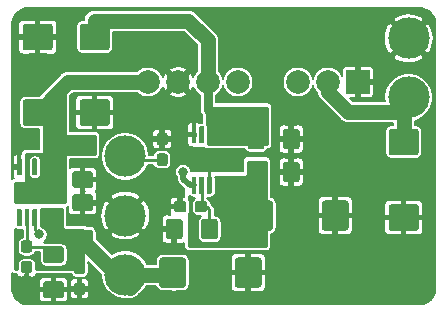
<source format=gbr>
G04 #@! TF.GenerationSoftware,KiCad,Pcbnew,5.1.5-52549c5~86~ubuntu18.04.1*
G04 #@! TF.CreationDate,2020-04-26T14:43:08+02:00*
G04 #@! TF.ProjectId,dcdc_7909,64636463-5f37-4393-9039-2e6b69636164,rev?*
G04 #@! TF.SameCoordinates,Original*
G04 #@! TF.FileFunction,Copper,L1,Top*
G04 #@! TF.FilePolarity,Positive*
%FSLAX46Y46*%
G04 Gerber Fmt 4.6, Leading zero omitted, Abs format (unit mm)*
G04 Created by KiCad (PCBNEW 5.1.5-52549c5~86~ubuntu18.04.1) date 2020-04-26 14:43:08*
%MOMM*%
%LPD*%
G04 APERTURE LIST*
%ADD10C,0.100000*%
%ADD11C,2.000000*%
%ADD12R,2.000000X2.000000*%
%ADD13C,3.500120*%
%ADD14C,0.700000*%
%ADD15C,0.800000*%
%ADD16C,0.900000*%
%ADD17C,1.000000*%
%ADD18C,0.254000*%
%ADD19C,1.270000*%
%ADD20C,0.508000*%
%ADD21C,0.762000*%
%ADD22C,1.016000*%
%ADD23C,0.200000*%
G04 APERTURE END LIST*
G04 #@! TA.AperFunction,SMDPad,CuDef*
D10*
G36*
X82837505Y-62172204D02*
G01*
X82861773Y-62175804D01*
X82885572Y-62181765D01*
X82908671Y-62190030D01*
X82930850Y-62200520D01*
X82951893Y-62213132D01*
X82971599Y-62227747D01*
X82989777Y-62244223D01*
X83006253Y-62262401D01*
X83020868Y-62282107D01*
X83033480Y-62303150D01*
X83043970Y-62325329D01*
X83052235Y-62348428D01*
X83058196Y-62372227D01*
X83061796Y-62396495D01*
X83063000Y-62420999D01*
X83063000Y-64171001D01*
X83061796Y-64195505D01*
X83058196Y-64219773D01*
X83052235Y-64243572D01*
X83043970Y-64266671D01*
X83033480Y-64288850D01*
X83020868Y-64309893D01*
X83006253Y-64329599D01*
X82989777Y-64347777D01*
X82971599Y-64364253D01*
X82951893Y-64378868D01*
X82930850Y-64391480D01*
X82908671Y-64401970D01*
X82885572Y-64410235D01*
X82861773Y-64416196D01*
X82837505Y-64419796D01*
X82813001Y-64421000D01*
X80762999Y-64421000D01*
X80738495Y-64419796D01*
X80714227Y-64416196D01*
X80690428Y-64410235D01*
X80667329Y-64401970D01*
X80645150Y-64391480D01*
X80624107Y-64378868D01*
X80604401Y-64364253D01*
X80586223Y-64347777D01*
X80569747Y-64329599D01*
X80555132Y-64309893D01*
X80542520Y-64288850D01*
X80532030Y-64266671D01*
X80523765Y-64243572D01*
X80517804Y-64219773D01*
X80514204Y-64195505D01*
X80513000Y-64171001D01*
X80513000Y-62420999D01*
X80514204Y-62396495D01*
X80517804Y-62372227D01*
X80523765Y-62348428D01*
X80532030Y-62325329D01*
X80542520Y-62303150D01*
X80555132Y-62282107D01*
X80569747Y-62262401D01*
X80586223Y-62244223D01*
X80604401Y-62227747D01*
X80624107Y-62213132D01*
X80645150Y-62200520D01*
X80667329Y-62190030D01*
X80690428Y-62181765D01*
X80714227Y-62175804D01*
X80738495Y-62172204D01*
X80762999Y-62171000D01*
X82813001Y-62171000D01*
X82837505Y-62172204D01*
G37*
G04 #@! TD.AperFunction*
G04 #@! TA.AperFunction,SMDPad,CuDef*
G36*
X82837505Y-55772204D02*
G01*
X82861773Y-55775804D01*
X82885572Y-55781765D01*
X82908671Y-55790030D01*
X82930850Y-55800520D01*
X82951893Y-55813132D01*
X82971599Y-55827747D01*
X82989777Y-55844223D01*
X83006253Y-55862401D01*
X83020868Y-55882107D01*
X83033480Y-55903150D01*
X83043970Y-55925329D01*
X83052235Y-55948428D01*
X83058196Y-55972227D01*
X83061796Y-55996495D01*
X83063000Y-56020999D01*
X83063000Y-57771001D01*
X83061796Y-57795505D01*
X83058196Y-57819773D01*
X83052235Y-57843572D01*
X83043970Y-57866671D01*
X83033480Y-57888850D01*
X83020868Y-57909893D01*
X83006253Y-57929599D01*
X82989777Y-57947777D01*
X82971599Y-57964253D01*
X82951893Y-57978868D01*
X82930850Y-57991480D01*
X82908671Y-58001970D01*
X82885572Y-58010235D01*
X82861773Y-58016196D01*
X82837505Y-58019796D01*
X82813001Y-58021000D01*
X80762999Y-58021000D01*
X80738495Y-58019796D01*
X80714227Y-58016196D01*
X80690428Y-58010235D01*
X80667329Y-58001970D01*
X80645150Y-57991480D01*
X80624107Y-57978868D01*
X80604401Y-57964253D01*
X80586223Y-57947777D01*
X80569747Y-57929599D01*
X80555132Y-57909893D01*
X80542520Y-57888850D01*
X80532030Y-57866671D01*
X80523765Y-57843572D01*
X80517804Y-57819773D01*
X80514204Y-57795505D01*
X80513000Y-57771001D01*
X80513000Y-56020999D01*
X80514204Y-55996495D01*
X80517804Y-55972227D01*
X80523765Y-55948428D01*
X80532030Y-55925329D01*
X80542520Y-55903150D01*
X80555132Y-55882107D01*
X80569747Y-55862401D01*
X80586223Y-55844223D01*
X80604401Y-55827747D01*
X80624107Y-55813132D01*
X80645150Y-55800520D01*
X80667329Y-55790030D01*
X80690428Y-55781765D01*
X80714227Y-55775804D01*
X80738495Y-55772204D01*
X80762999Y-55771000D01*
X82813001Y-55771000D01*
X82837505Y-55772204D01*
G37*
G04 #@! TD.AperFunction*
D11*
X91122500Y-60706000D03*
X93662500Y-60706000D03*
X96202500Y-60706000D03*
X98742500Y-60706000D03*
X103822500Y-60706000D03*
X106362500Y-60706000D03*
D12*
X108902500Y-60706000D03*
G04 #@! TA.AperFunction,SMDPad,CuDef*
D10*
G36*
X107883505Y-70735204D02*
G01*
X107907773Y-70738804D01*
X107931572Y-70744765D01*
X107954671Y-70753030D01*
X107976850Y-70763520D01*
X107997893Y-70776132D01*
X108017599Y-70790747D01*
X108035777Y-70807223D01*
X108052253Y-70825401D01*
X108066868Y-70845107D01*
X108079480Y-70866150D01*
X108089970Y-70888329D01*
X108098235Y-70911428D01*
X108104196Y-70935227D01*
X108107796Y-70959495D01*
X108109000Y-70983999D01*
X108109000Y-73034001D01*
X108107796Y-73058505D01*
X108104196Y-73082773D01*
X108098235Y-73106572D01*
X108089970Y-73129671D01*
X108079480Y-73151850D01*
X108066868Y-73172893D01*
X108052253Y-73192599D01*
X108035777Y-73210777D01*
X108017599Y-73227253D01*
X107997893Y-73241868D01*
X107976850Y-73254480D01*
X107954671Y-73264970D01*
X107931572Y-73273235D01*
X107907773Y-73279196D01*
X107883505Y-73282796D01*
X107859001Y-73284000D01*
X106108999Y-73284000D01*
X106084495Y-73282796D01*
X106060227Y-73279196D01*
X106036428Y-73273235D01*
X106013329Y-73264970D01*
X105991150Y-73254480D01*
X105970107Y-73241868D01*
X105950401Y-73227253D01*
X105932223Y-73210777D01*
X105915747Y-73192599D01*
X105901132Y-73172893D01*
X105888520Y-73151850D01*
X105878030Y-73129671D01*
X105869765Y-73106572D01*
X105863804Y-73082773D01*
X105860204Y-73058505D01*
X105859000Y-73034001D01*
X105859000Y-70983999D01*
X105860204Y-70959495D01*
X105863804Y-70935227D01*
X105869765Y-70911428D01*
X105878030Y-70888329D01*
X105888520Y-70866150D01*
X105901132Y-70845107D01*
X105915747Y-70825401D01*
X105932223Y-70807223D01*
X105950401Y-70790747D01*
X105970107Y-70776132D01*
X105991150Y-70763520D01*
X106013329Y-70753030D01*
X106036428Y-70744765D01*
X106060227Y-70738804D01*
X106084495Y-70735204D01*
X106108999Y-70734000D01*
X107859001Y-70734000D01*
X107883505Y-70735204D01*
G37*
G04 #@! TD.AperFunction*
G04 #@! TA.AperFunction,SMDPad,CuDef*
G36*
X101483505Y-70735204D02*
G01*
X101507773Y-70738804D01*
X101531572Y-70744765D01*
X101554671Y-70753030D01*
X101576850Y-70763520D01*
X101597893Y-70776132D01*
X101617599Y-70790747D01*
X101635777Y-70807223D01*
X101652253Y-70825401D01*
X101666868Y-70845107D01*
X101679480Y-70866150D01*
X101689970Y-70888329D01*
X101698235Y-70911428D01*
X101704196Y-70935227D01*
X101707796Y-70959495D01*
X101709000Y-70983999D01*
X101709000Y-73034001D01*
X101707796Y-73058505D01*
X101704196Y-73082773D01*
X101698235Y-73106572D01*
X101689970Y-73129671D01*
X101679480Y-73151850D01*
X101666868Y-73172893D01*
X101652253Y-73192599D01*
X101635777Y-73210777D01*
X101617599Y-73227253D01*
X101597893Y-73241868D01*
X101576850Y-73254480D01*
X101554671Y-73264970D01*
X101531572Y-73273235D01*
X101507773Y-73279196D01*
X101483505Y-73282796D01*
X101459001Y-73284000D01*
X99708999Y-73284000D01*
X99684495Y-73282796D01*
X99660227Y-73279196D01*
X99636428Y-73273235D01*
X99613329Y-73264970D01*
X99591150Y-73254480D01*
X99570107Y-73241868D01*
X99550401Y-73227253D01*
X99532223Y-73210777D01*
X99515747Y-73192599D01*
X99501132Y-73172893D01*
X99488520Y-73151850D01*
X99478030Y-73129671D01*
X99469765Y-73106572D01*
X99463804Y-73082773D01*
X99460204Y-73058505D01*
X99459000Y-73034001D01*
X99459000Y-70983999D01*
X99460204Y-70959495D01*
X99463804Y-70935227D01*
X99469765Y-70911428D01*
X99478030Y-70888329D01*
X99488520Y-70866150D01*
X99501132Y-70845107D01*
X99515747Y-70825401D01*
X99532223Y-70807223D01*
X99550401Y-70790747D01*
X99570107Y-70776132D01*
X99591150Y-70763520D01*
X99613329Y-70753030D01*
X99636428Y-70744765D01*
X99660227Y-70738804D01*
X99684495Y-70735204D01*
X99708999Y-70734000D01*
X101459001Y-70734000D01*
X101483505Y-70735204D01*
G37*
G04 #@! TD.AperFunction*
G04 #@! TA.AperFunction,SMDPad,CuDef*
G36*
X92589779Y-65008144D02*
G01*
X92612834Y-65011563D01*
X92635443Y-65017227D01*
X92657387Y-65025079D01*
X92678457Y-65035044D01*
X92698448Y-65047026D01*
X92717168Y-65060910D01*
X92734438Y-65076562D01*
X92750090Y-65093832D01*
X92763974Y-65112552D01*
X92775956Y-65132543D01*
X92785921Y-65153613D01*
X92793773Y-65175557D01*
X92799437Y-65198166D01*
X92802856Y-65221221D01*
X92804000Y-65244500D01*
X92804000Y-65819500D01*
X92802856Y-65842779D01*
X92799437Y-65865834D01*
X92793773Y-65888443D01*
X92785921Y-65910387D01*
X92775956Y-65931457D01*
X92763974Y-65951448D01*
X92750090Y-65970168D01*
X92734438Y-65987438D01*
X92717168Y-66003090D01*
X92698448Y-66016974D01*
X92678457Y-66028956D01*
X92657387Y-66038921D01*
X92635443Y-66046773D01*
X92612834Y-66052437D01*
X92589779Y-66055856D01*
X92566500Y-66057000D01*
X92091500Y-66057000D01*
X92068221Y-66055856D01*
X92045166Y-66052437D01*
X92022557Y-66046773D01*
X92000613Y-66038921D01*
X91979543Y-66028956D01*
X91959552Y-66016974D01*
X91940832Y-66003090D01*
X91923562Y-65987438D01*
X91907910Y-65970168D01*
X91894026Y-65951448D01*
X91882044Y-65931457D01*
X91872079Y-65910387D01*
X91864227Y-65888443D01*
X91858563Y-65865834D01*
X91855144Y-65842779D01*
X91854000Y-65819500D01*
X91854000Y-65244500D01*
X91855144Y-65221221D01*
X91858563Y-65198166D01*
X91864227Y-65175557D01*
X91872079Y-65153613D01*
X91882044Y-65132543D01*
X91894026Y-65112552D01*
X91907910Y-65093832D01*
X91923562Y-65076562D01*
X91940832Y-65060910D01*
X91959552Y-65047026D01*
X91979543Y-65035044D01*
X92000613Y-65025079D01*
X92022557Y-65017227D01*
X92045166Y-65011563D01*
X92068221Y-65008144D01*
X92091500Y-65007000D01*
X92566500Y-65007000D01*
X92589779Y-65008144D01*
G37*
G04 #@! TD.AperFunction*
G04 #@! TA.AperFunction,SMDPad,CuDef*
G36*
X92589779Y-66758144D02*
G01*
X92612834Y-66761563D01*
X92635443Y-66767227D01*
X92657387Y-66775079D01*
X92678457Y-66785044D01*
X92698448Y-66797026D01*
X92717168Y-66810910D01*
X92734438Y-66826562D01*
X92750090Y-66843832D01*
X92763974Y-66862552D01*
X92775956Y-66882543D01*
X92785921Y-66903613D01*
X92793773Y-66925557D01*
X92799437Y-66948166D01*
X92802856Y-66971221D01*
X92804000Y-66994500D01*
X92804000Y-67569500D01*
X92802856Y-67592779D01*
X92799437Y-67615834D01*
X92793773Y-67638443D01*
X92785921Y-67660387D01*
X92775956Y-67681457D01*
X92763974Y-67701448D01*
X92750090Y-67720168D01*
X92734438Y-67737438D01*
X92717168Y-67753090D01*
X92698448Y-67766974D01*
X92678457Y-67778956D01*
X92657387Y-67788921D01*
X92635443Y-67796773D01*
X92612834Y-67802437D01*
X92589779Y-67805856D01*
X92566500Y-67807000D01*
X92091500Y-67807000D01*
X92068221Y-67805856D01*
X92045166Y-67802437D01*
X92022557Y-67796773D01*
X92000613Y-67788921D01*
X91979543Y-67778956D01*
X91959552Y-67766974D01*
X91940832Y-67753090D01*
X91923562Y-67737438D01*
X91907910Y-67720168D01*
X91894026Y-67701448D01*
X91882044Y-67681457D01*
X91872079Y-67660387D01*
X91864227Y-67638443D01*
X91858563Y-67615834D01*
X91855144Y-67592779D01*
X91854000Y-67569500D01*
X91854000Y-66994500D01*
X91855144Y-66971221D01*
X91858563Y-66948166D01*
X91864227Y-66925557D01*
X91872079Y-66903613D01*
X91882044Y-66882543D01*
X91894026Y-66862552D01*
X91907910Y-66843832D01*
X91923562Y-66826562D01*
X91940832Y-66810910D01*
X91959552Y-66797026D01*
X91979543Y-66785044D01*
X92000613Y-66775079D01*
X92022557Y-66767227D01*
X92045166Y-66761563D01*
X92068221Y-66758144D01*
X92091500Y-66757000D01*
X92566500Y-66757000D01*
X92589779Y-66758144D01*
G37*
G04 #@! TD.AperFunction*
G04 #@! TA.AperFunction,SMDPad,CuDef*
G36*
X94163779Y-70773144D02*
G01*
X94186834Y-70776563D01*
X94209443Y-70782227D01*
X94231387Y-70790079D01*
X94252457Y-70800044D01*
X94272448Y-70812026D01*
X94291168Y-70825910D01*
X94308438Y-70841562D01*
X94324090Y-70858832D01*
X94337974Y-70877552D01*
X94349956Y-70897543D01*
X94359921Y-70918613D01*
X94367773Y-70940557D01*
X94373437Y-70963166D01*
X94376856Y-70986221D01*
X94378000Y-71009500D01*
X94378000Y-71484500D01*
X94376856Y-71507779D01*
X94373437Y-71530834D01*
X94367773Y-71553443D01*
X94359921Y-71575387D01*
X94349956Y-71596457D01*
X94337974Y-71616448D01*
X94324090Y-71635168D01*
X94308438Y-71652438D01*
X94291168Y-71668090D01*
X94272448Y-71681974D01*
X94252457Y-71693956D01*
X94231387Y-71703921D01*
X94209443Y-71711773D01*
X94186834Y-71717437D01*
X94163779Y-71720856D01*
X94140500Y-71722000D01*
X93565500Y-71722000D01*
X93542221Y-71720856D01*
X93519166Y-71717437D01*
X93496557Y-71711773D01*
X93474613Y-71703921D01*
X93453543Y-71693956D01*
X93433552Y-71681974D01*
X93414832Y-71668090D01*
X93397562Y-71652438D01*
X93381910Y-71635168D01*
X93368026Y-71616448D01*
X93356044Y-71596457D01*
X93346079Y-71575387D01*
X93338227Y-71553443D01*
X93332563Y-71530834D01*
X93329144Y-71507779D01*
X93328000Y-71484500D01*
X93328000Y-71009500D01*
X93329144Y-70986221D01*
X93332563Y-70963166D01*
X93338227Y-70940557D01*
X93346079Y-70918613D01*
X93356044Y-70897543D01*
X93368026Y-70877552D01*
X93381910Y-70858832D01*
X93397562Y-70841562D01*
X93414832Y-70825910D01*
X93433552Y-70812026D01*
X93453543Y-70800044D01*
X93474613Y-70790079D01*
X93496557Y-70782227D01*
X93519166Y-70776563D01*
X93542221Y-70773144D01*
X93565500Y-70772000D01*
X94140500Y-70772000D01*
X94163779Y-70773144D01*
G37*
G04 #@! TD.AperFunction*
G04 #@! TA.AperFunction,SMDPad,CuDef*
G36*
X95913779Y-70773144D02*
G01*
X95936834Y-70776563D01*
X95959443Y-70782227D01*
X95981387Y-70790079D01*
X96002457Y-70800044D01*
X96022448Y-70812026D01*
X96041168Y-70825910D01*
X96058438Y-70841562D01*
X96074090Y-70858832D01*
X96087974Y-70877552D01*
X96099956Y-70897543D01*
X96109921Y-70918613D01*
X96117773Y-70940557D01*
X96123437Y-70963166D01*
X96126856Y-70986221D01*
X96128000Y-71009500D01*
X96128000Y-71484500D01*
X96126856Y-71507779D01*
X96123437Y-71530834D01*
X96117773Y-71553443D01*
X96109921Y-71575387D01*
X96099956Y-71596457D01*
X96087974Y-71616448D01*
X96074090Y-71635168D01*
X96058438Y-71652438D01*
X96041168Y-71668090D01*
X96022448Y-71681974D01*
X96002457Y-71693956D01*
X95981387Y-71703921D01*
X95959443Y-71711773D01*
X95936834Y-71717437D01*
X95913779Y-71720856D01*
X95890500Y-71722000D01*
X95315500Y-71722000D01*
X95292221Y-71720856D01*
X95269166Y-71717437D01*
X95246557Y-71711773D01*
X95224613Y-71703921D01*
X95203543Y-71693956D01*
X95183552Y-71681974D01*
X95164832Y-71668090D01*
X95147562Y-71652438D01*
X95131910Y-71635168D01*
X95118026Y-71616448D01*
X95106044Y-71596457D01*
X95096079Y-71575387D01*
X95088227Y-71553443D01*
X95082563Y-71530834D01*
X95079144Y-71507779D01*
X95078000Y-71484500D01*
X95078000Y-71009500D01*
X95079144Y-70986221D01*
X95082563Y-70963166D01*
X95088227Y-70940557D01*
X95096079Y-70918613D01*
X95106044Y-70897543D01*
X95118026Y-70877552D01*
X95131910Y-70858832D01*
X95147562Y-70841562D01*
X95164832Y-70825910D01*
X95183552Y-70812026D01*
X95203543Y-70800044D01*
X95224613Y-70790079D01*
X95246557Y-70782227D01*
X95269166Y-70776563D01*
X95292221Y-70773144D01*
X95315500Y-70772000D01*
X95890500Y-70772000D01*
X95913779Y-70773144D01*
G37*
G04 #@! TD.AperFunction*
G04 #@! TA.AperFunction,SMDPad,CuDef*
G36*
X98381802Y-68735482D02*
G01*
X98391509Y-68736921D01*
X98401028Y-68739306D01*
X98410268Y-68742612D01*
X98419140Y-68746808D01*
X98427557Y-68751853D01*
X98435439Y-68757699D01*
X98442711Y-68764289D01*
X98449301Y-68771561D01*
X98455147Y-68779443D01*
X98460192Y-68787860D01*
X98464388Y-68796732D01*
X98467694Y-68805972D01*
X98470079Y-68815491D01*
X98471518Y-68825198D01*
X98472000Y-68835000D01*
X98472000Y-70085000D01*
X98471518Y-70094802D01*
X98470079Y-70104509D01*
X98467694Y-70114028D01*
X98464388Y-70123268D01*
X98460192Y-70132140D01*
X98455147Y-70140557D01*
X98449301Y-70148439D01*
X98442711Y-70155711D01*
X98435439Y-70162301D01*
X98427557Y-70168147D01*
X98419140Y-70173192D01*
X98410268Y-70177388D01*
X98401028Y-70180694D01*
X98391509Y-70183079D01*
X98381802Y-70184518D01*
X98372000Y-70185000D01*
X98172000Y-70185000D01*
X98162198Y-70184518D01*
X98152491Y-70183079D01*
X98142972Y-70180694D01*
X98133732Y-70177388D01*
X98124860Y-70173192D01*
X98116443Y-70168147D01*
X98108561Y-70162301D01*
X98101289Y-70155711D01*
X98094699Y-70148439D01*
X98088853Y-70140557D01*
X98083808Y-70132140D01*
X98079612Y-70123268D01*
X98076306Y-70114028D01*
X98073921Y-70104509D01*
X98072482Y-70094802D01*
X98072000Y-70085000D01*
X98072000Y-68835000D01*
X98072482Y-68825198D01*
X98073921Y-68815491D01*
X98076306Y-68805972D01*
X98079612Y-68796732D01*
X98083808Y-68787860D01*
X98088853Y-68779443D01*
X98094699Y-68771561D01*
X98101289Y-68764289D01*
X98108561Y-68757699D01*
X98116443Y-68751853D01*
X98124860Y-68746808D01*
X98133732Y-68742612D01*
X98142972Y-68739306D01*
X98152491Y-68736921D01*
X98162198Y-68735482D01*
X98172000Y-68735000D01*
X98372000Y-68735000D01*
X98381802Y-68735482D01*
G37*
G04 #@! TD.AperFunction*
G04 #@! TA.AperFunction,SMDPad,CuDef*
G36*
X97731802Y-68735482D02*
G01*
X97741509Y-68736921D01*
X97751028Y-68739306D01*
X97760268Y-68742612D01*
X97769140Y-68746808D01*
X97777557Y-68751853D01*
X97785439Y-68757699D01*
X97792711Y-68764289D01*
X97799301Y-68771561D01*
X97805147Y-68779443D01*
X97810192Y-68787860D01*
X97814388Y-68796732D01*
X97817694Y-68805972D01*
X97820079Y-68815491D01*
X97821518Y-68825198D01*
X97822000Y-68835000D01*
X97822000Y-70085000D01*
X97821518Y-70094802D01*
X97820079Y-70104509D01*
X97817694Y-70114028D01*
X97814388Y-70123268D01*
X97810192Y-70132140D01*
X97805147Y-70140557D01*
X97799301Y-70148439D01*
X97792711Y-70155711D01*
X97785439Y-70162301D01*
X97777557Y-70168147D01*
X97769140Y-70173192D01*
X97760268Y-70177388D01*
X97751028Y-70180694D01*
X97741509Y-70183079D01*
X97731802Y-70184518D01*
X97722000Y-70185000D01*
X97522000Y-70185000D01*
X97512198Y-70184518D01*
X97502491Y-70183079D01*
X97492972Y-70180694D01*
X97483732Y-70177388D01*
X97474860Y-70173192D01*
X97466443Y-70168147D01*
X97458561Y-70162301D01*
X97451289Y-70155711D01*
X97444699Y-70148439D01*
X97438853Y-70140557D01*
X97433808Y-70132140D01*
X97429612Y-70123268D01*
X97426306Y-70114028D01*
X97423921Y-70104509D01*
X97422482Y-70094802D01*
X97422000Y-70085000D01*
X97422000Y-68835000D01*
X97422482Y-68825198D01*
X97423921Y-68815491D01*
X97426306Y-68805972D01*
X97429612Y-68796732D01*
X97433808Y-68787860D01*
X97438853Y-68779443D01*
X97444699Y-68771561D01*
X97451289Y-68764289D01*
X97458561Y-68757699D01*
X97466443Y-68751853D01*
X97474860Y-68746808D01*
X97483732Y-68742612D01*
X97492972Y-68739306D01*
X97502491Y-68736921D01*
X97512198Y-68735482D01*
X97522000Y-68735000D01*
X97722000Y-68735000D01*
X97731802Y-68735482D01*
G37*
G04 #@! TD.AperFunction*
G04 #@! TA.AperFunction,SMDPad,CuDef*
G36*
X97081802Y-68735482D02*
G01*
X97091509Y-68736921D01*
X97101028Y-68739306D01*
X97110268Y-68742612D01*
X97119140Y-68746808D01*
X97127557Y-68751853D01*
X97135439Y-68757699D01*
X97142711Y-68764289D01*
X97149301Y-68771561D01*
X97155147Y-68779443D01*
X97160192Y-68787860D01*
X97164388Y-68796732D01*
X97167694Y-68805972D01*
X97170079Y-68815491D01*
X97171518Y-68825198D01*
X97172000Y-68835000D01*
X97172000Y-70085000D01*
X97171518Y-70094802D01*
X97170079Y-70104509D01*
X97167694Y-70114028D01*
X97164388Y-70123268D01*
X97160192Y-70132140D01*
X97155147Y-70140557D01*
X97149301Y-70148439D01*
X97142711Y-70155711D01*
X97135439Y-70162301D01*
X97127557Y-70168147D01*
X97119140Y-70173192D01*
X97110268Y-70177388D01*
X97101028Y-70180694D01*
X97091509Y-70183079D01*
X97081802Y-70184518D01*
X97072000Y-70185000D01*
X96872000Y-70185000D01*
X96862198Y-70184518D01*
X96852491Y-70183079D01*
X96842972Y-70180694D01*
X96833732Y-70177388D01*
X96824860Y-70173192D01*
X96816443Y-70168147D01*
X96808561Y-70162301D01*
X96801289Y-70155711D01*
X96794699Y-70148439D01*
X96788853Y-70140557D01*
X96783808Y-70132140D01*
X96779612Y-70123268D01*
X96776306Y-70114028D01*
X96773921Y-70104509D01*
X96772482Y-70094802D01*
X96772000Y-70085000D01*
X96772000Y-68835000D01*
X96772482Y-68825198D01*
X96773921Y-68815491D01*
X96776306Y-68805972D01*
X96779612Y-68796732D01*
X96783808Y-68787860D01*
X96788853Y-68779443D01*
X96794699Y-68771561D01*
X96801289Y-68764289D01*
X96808561Y-68757699D01*
X96816443Y-68751853D01*
X96824860Y-68746808D01*
X96833732Y-68742612D01*
X96842972Y-68739306D01*
X96852491Y-68736921D01*
X96862198Y-68735482D01*
X96872000Y-68735000D01*
X97072000Y-68735000D01*
X97081802Y-68735482D01*
G37*
G04 #@! TD.AperFunction*
G04 #@! TA.AperFunction,SMDPad,CuDef*
G36*
X96431802Y-68735482D02*
G01*
X96441509Y-68736921D01*
X96451028Y-68739306D01*
X96460268Y-68742612D01*
X96469140Y-68746808D01*
X96477557Y-68751853D01*
X96485439Y-68757699D01*
X96492711Y-68764289D01*
X96499301Y-68771561D01*
X96505147Y-68779443D01*
X96510192Y-68787860D01*
X96514388Y-68796732D01*
X96517694Y-68805972D01*
X96520079Y-68815491D01*
X96521518Y-68825198D01*
X96522000Y-68835000D01*
X96522000Y-70085000D01*
X96521518Y-70094802D01*
X96520079Y-70104509D01*
X96517694Y-70114028D01*
X96514388Y-70123268D01*
X96510192Y-70132140D01*
X96505147Y-70140557D01*
X96499301Y-70148439D01*
X96492711Y-70155711D01*
X96485439Y-70162301D01*
X96477557Y-70168147D01*
X96469140Y-70173192D01*
X96460268Y-70177388D01*
X96451028Y-70180694D01*
X96441509Y-70183079D01*
X96431802Y-70184518D01*
X96422000Y-70185000D01*
X96222000Y-70185000D01*
X96212198Y-70184518D01*
X96202491Y-70183079D01*
X96192972Y-70180694D01*
X96183732Y-70177388D01*
X96174860Y-70173192D01*
X96166443Y-70168147D01*
X96158561Y-70162301D01*
X96151289Y-70155711D01*
X96144699Y-70148439D01*
X96138853Y-70140557D01*
X96133808Y-70132140D01*
X96129612Y-70123268D01*
X96126306Y-70114028D01*
X96123921Y-70104509D01*
X96122482Y-70094802D01*
X96122000Y-70085000D01*
X96122000Y-68835000D01*
X96122482Y-68825198D01*
X96123921Y-68815491D01*
X96126306Y-68805972D01*
X96129612Y-68796732D01*
X96133808Y-68787860D01*
X96138853Y-68779443D01*
X96144699Y-68771561D01*
X96151289Y-68764289D01*
X96158561Y-68757699D01*
X96166443Y-68751853D01*
X96174860Y-68746808D01*
X96183732Y-68742612D01*
X96192972Y-68739306D01*
X96202491Y-68736921D01*
X96212198Y-68735482D01*
X96222000Y-68735000D01*
X96422000Y-68735000D01*
X96431802Y-68735482D01*
G37*
G04 #@! TD.AperFunction*
G04 #@! TA.AperFunction,SMDPad,CuDef*
G36*
X95781802Y-68735482D02*
G01*
X95791509Y-68736921D01*
X95801028Y-68739306D01*
X95810268Y-68742612D01*
X95819140Y-68746808D01*
X95827557Y-68751853D01*
X95835439Y-68757699D01*
X95842711Y-68764289D01*
X95849301Y-68771561D01*
X95855147Y-68779443D01*
X95860192Y-68787860D01*
X95864388Y-68796732D01*
X95867694Y-68805972D01*
X95870079Y-68815491D01*
X95871518Y-68825198D01*
X95872000Y-68835000D01*
X95872000Y-70085000D01*
X95871518Y-70094802D01*
X95870079Y-70104509D01*
X95867694Y-70114028D01*
X95864388Y-70123268D01*
X95860192Y-70132140D01*
X95855147Y-70140557D01*
X95849301Y-70148439D01*
X95842711Y-70155711D01*
X95835439Y-70162301D01*
X95827557Y-70168147D01*
X95819140Y-70173192D01*
X95810268Y-70177388D01*
X95801028Y-70180694D01*
X95791509Y-70183079D01*
X95781802Y-70184518D01*
X95772000Y-70185000D01*
X95572000Y-70185000D01*
X95562198Y-70184518D01*
X95552491Y-70183079D01*
X95542972Y-70180694D01*
X95533732Y-70177388D01*
X95524860Y-70173192D01*
X95516443Y-70168147D01*
X95508561Y-70162301D01*
X95501289Y-70155711D01*
X95494699Y-70148439D01*
X95488853Y-70140557D01*
X95483808Y-70132140D01*
X95479612Y-70123268D01*
X95476306Y-70114028D01*
X95473921Y-70104509D01*
X95472482Y-70094802D01*
X95472000Y-70085000D01*
X95472000Y-68835000D01*
X95472482Y-68825198D01*
X95473921Y-68815491D01*
X95476306Y-68805972D01*
X95479612Y-68796732D01*
X95483808Y-68787860D01*
X95488853Y-68779443D01*
X95494699Y-68771561D01*
X95501289Y-68764289D01*
X95508561Y-68757699D01*
X95516443Y-68751853D01*
X95524860Y-68746808D01*
X95533732Y-68742612D01*
X95542972Y-68739306D01*
X95552491Y-68736921D01*
X95562198Y-68735482D01*
X95572000Y-68735000D01*
X95772000Y-68735000D01*
X95781802Y-68735482D01*
G37*
G04 #@! TD.AperFunction*
G04 #@! TA.AperFunction,SMDPad,CuDef*
G36*
X95131802Y-68735482D02*
G01*
X95141509Y-68736921D01*
X95151028Y-68739306D01*
X95160268Y-68742612D01*
X95169140Y-68746808D01*
X95177557Y-68751853D01*
X95185439Y-68757699D01*
X95192711Y-68764289D01*
X95199301Y-68771561D01*
X95205147Y-68779443D01*
X95210192Y-68787860D01*
X95214388Y-68796732D01*
X95217694Y-68805972D01*
X95220079Y-68815491D01*
X95221518Y-68825198D01*
X95222000Y-68835000D01*
X95222000Y-70085000D01*
X95221518Y-70094802D01*
X95220079Y-70104509D01*
X95217694Y-70114028D01*
X95214388Y-70123268D01*
X95210192Y-70132140D01*
X95205147Y-70140557D01*
X95199301Y-70148439D01*
X95192711Y-70155711D01*
X95185439Y-70162301D01*
X95177557Y-70168147D01*
X95169140Y-70173192D01*
X95160268Y-70177388D01*
X95151028Y-70180694D01*
X95141509Y-70183079D01*
X95131802Y-70184518D01*
X95122000Y-70185000D01*
X94922000Y-70185000D01*
X94912198Y-70184518D01*
X94902491Y-70183079D01*
X94892972Y-70180694D01*
X94883732Y-70177388D01*
X94874860Y-70173192D01*
X94866443Y-70168147D01*
X94858561Y-70162301D01*
X94851289Y-70155711D01*
X94844699Y-70148439D01*
X94838853Y-70140557D01*
X94833808Y-70132140D01*
X94829612Y-70123268D01*
X94826306Y-70114028D01*
X94823921Y-70104509D01*
X94822482Y-70094802D01*
X94822000Y-70085000D01*
X94822000Y-68835000D01*
X94822482Y-68825198D01*
X94823921Y-68815491D01*
X94826306Y-68805972D01*
X94829612Y-68796732D01*
X94833808Y-68787860D01*
X94838853Y-68779443D01*
X94844699Y-68771561D01*
X94851289Y-68764289D01*
X94858561Y-68757699D01*
X94866443Y-68751853D01*
X94874860Y-68746808D01*
X94883732Y-68742612D01*
X94892972Y-68739306D01*
X94902491Y-68736921D01*
X94912198Y-68735482D01*
X94922000Y-68735000D01*
X95122000Y-68735000D01*
X95131802Y-68735482D01*
G37*
G04 #@! TD.AperFunction*
G04 #@! TA.AperFunction,SMDPad,CuDef*
G36*
X95131802Y-64435482D02*
G01*
X95141509Y-64436921D01*
X95151028Y-64439306D01*
X95160268Y-64442612D01*
X95169140Y-64446808D01*
X95177557Y-64451853D01*
X95185439Y-64457699D01*
X95192711Y-64464289D01*
X95199301Y-64471561D01*
X95205147Y-64479443D01*
X95210192Y-64487860D01*
X95214388Y-64496732D01*
X95217694Y-64505972D01*
X95220079Y-64515491D01*
X95221518Y-64525198D01*
X95222000Y-64535000D01*
X95222000Y-65785000D01*
X95221518Y-65794802D01*
X95220079Y-65804509D01*
X95217694Y-65814028D01*
X95214388Y-65823268D01*
X95210192Y-65832140D01*
X95205147Y-65840557D01*
X95199301Y-65848439D01*
X95192711Y-65855711D01*
X95185439Y-65862301D01*
X95177557Y-65868147D01*
X95169140Y-65873192D01*
X95160268Y-65877388D01*
X95151028Y-65880694D01*
X95141509Y-65883079D01*
X95131802Y-65884518D01*
X95122000Y-65885000D01*
X94922000Y-65885000D01*
X94912198Y-65884518D01*
X94902491Y-65883079D01*
X94892972Y-65880694D01*
X94883732Y-65877388D01*
X94874860Y-65873192D01*
X94866443Y-65868147D01*
X94858561Y-65862301D01*
X94851289Y-65855711D01*
X94844699Y-65848439D01*
X94838853Y-65840557D01*
X94833808Y-65832140D01*
X94829612Y-65823268D01*
X94826306Y-65814028D01*
X94823921Y-65804509D01*
X94822482Y-65794802D01*
X94822000Y-65785000D01*
X94822000Y-64535000D01*
X94822482Y-64525198D01*
X94823921Y-64515491D01*
X94826306Y-64505972D01*
X94829612Y-64496732D01*
X94833808Y-64487860D01*
X94838853Y-64479443D01*
X94844699Y-64471561D01*
X94851289Y-64464289D01*
X94858561Y-64457699D01*
X94866443Y-64451853D01*
X94874860Y-64446808D01*
X94883732Y-64442612D01*
X94892972Y-64439306D01*
X94902491Y-64436921D01*
X94912198Y-64435482D01*
X94922000Y-64435000D01*
X95122000Y-64435000D01*
X95131802Y-64435482D01*
G37*
G04 #@! TD.AperFunction*
G04 #@! TA.AperFunction,SMDPad,CuDef*
G36*
X95781802Y-64435482D02*
G01*
X95791509Y-64436921D01*
X95801028Y-64439306D01*
X95810268Y-64442612D01*
X95819140Y-64446808D01*
X95827557Y-64451853D01*
X95835439Y-64457699D01*
X95842711Y-64464289D01*
X95849301Y-64471561D01*
X95855147Y-64479443D01*
X95860192Y-64487860D01*
X95864388Y-64496732D01*
X95867694Y-64505972D01*
X95870079Y-64515491D01*
X95871518Y-64525198D01*
X95872000Y-64535000D01*
X95872000Y-65785000D01*
X95871518Y-65794802D01*
X95870079Y-65804509D01*
X95867694Y-65814028D01*
X95864388Y-65823268D01*
X95860192Y-65832140D01*
X95855147Y-65840557D01*
X95849301Y-65848439D01*
X95842711Y-65855711D01*
X95835439Y-65862301D01*
X95827557Y-65868147D01*
X95819140Y-65873192D01*
X95810268Y-65877388D01*
X95801028Y-65880694D01*
X95791509Y-65883079D01*
X95781802Y-65884518D01*
X95772000Y-65885000D01*
X95572000Y-65885000D01*
X95562198Y-65884518D01*
X95552491Y-65883079D01*
X95542972Y-65880694D01*
X95533732Y-65877388D01*
X95524860Y-65873192D01*
X95516443Y-65868147D01*
X95508561Y-65862301D01*
X95501289Y-65855711D01*
X95494699Y-65848439D01*
X95488853Y-65840557D01*
X95483808Y-65832140D01*
X95479612Y-65823268D01*
X95476306Y-65814028D01*
X95473921Y-65804509D01*
X95472482Y-65794802D01*
X95472000Y-65785000D01*
X95472000Y-64535000D01*
X95472482Y-64525198D01*
X95473921Y-64515491D01*
X95476306Y-64505972D01*
X95479612Y-64496732D01*
X95483808Y-64487860D01*
X95488853Y-64479443D01*
X95494699Y-64471561D01*
X95501289Y-64464289D01*
X95508561Y-64457699D01*
X95516443Y-64451853D01*
X95524860Y-64446808D01*
X95533732Y-64442612D01*
X95542972Y-64439306D01*
X95552491Y-64436921D01*
X95562198Y-64435482D01*
X95572000Y-64435000D01*
X95772000Y-64435000D01*
X95781802Y-64435482D01*
G37*
G04 #@! TD.AperFunction*
G04 #@! TA.AperFunction,SMDPad,CuDef*
G36*
X96431802Y-64435482D02*
G01*
X96441509Y-64436921D01*
X96451028Y-64439306D01*
X96460268Y-64442612D01*
X96469140Y-64446808D01*
X96477557Y-64451853D01*
X96485439Y-64457699D01*
X96492711Y-64464289D01*
X96499301Y-64471561D01*
X96505147Y-64479443D01*
X96510192Y-64487860D01*
X96514388Y-64496732D01*
X96517694Y-64505972D01*
X96520079Y-64515491D01*
X96521518Y-64525198D01*
X96522000Y-64535000D01*
X96522000Y-65785000D01*
X96521518Y-65794802D01*
X96520079Y-65804509D01*
X96517694Y-65814028D01*
X96514388Y-65823268D01*
X96510192Y-65832140D01*
X96505147Y-65840557D01*
X96499301Y-65848439D01*
X96492711Y-65855711D01*
X96485439Y-65862301D01*
X96477557Y-65868147D01*
X96469140Y-65873192D01*
X96460268Y-65877388D01*
X96451028Y-65880694D01*
X96441509Y-65883079D01*
X96431802Y-65884518D01*
X96422000Y-65885000D01*
X96222000Y-65885000D01*
X96212198Y-65884518D01*
X96202491Y-65883079D01*
X96192972Y-65880694D01*
X96183732Y-65877388D01*
X96174860Y-65873192D01*
X96166443Y-65868147D01*
X96158561Y-65862301D01*
X96151289Y-65855711D01*
X96144699Y-65848439D01*
X96138853Y-65840557D01*
X96133808Y-65832140D01*
X96129612Y-65823268D01*
X96126306Y-65814028D01*
X96123921Y-65804509D01*
X96122482Y-65794802D01*
X96122000Y-65785000D01*
X96122000Y-64535000D01*
X96122482Y-64525198D01*
X96123921Y-64515491D01*
X96126306Y-64505972D01*
X96129612Y-64496732D01*
X96133808Y-64487860D01*
X96138853Y-64479443D01*
X96144699Y-64471561D01*
X96151289Y-64464289D01*
X96158561Y-64457699D01*
X96166443Y-64451853D01*
X96174860Y-64446808D01*
X96183732Y-64442612D01*
X96192972Y-64439306D01*
X96202491Y-64436921D01*
X96212198Y-64435482D01*
X96222000Y-64435000D01*
X96422000Y-64435000D01*
X96431802Y-64435482D01*
G37*
G04 #@! TD.AperFunction*
G04 #@! TA.AperFunction,SMDPad,CuDef*
G36*
X97081802Y-64435482D02*
G01*
X97091509Y-64436921D01*
X97101028Y-64439306D01*
X97110268Y-64442612D01*
X97119140Y-64446808D01*
X97127557Y-64451853D01*
X97135439Y-64457699D01*
X97142711Y-64464289D01*
X97149301Y-64471561D01*
X97155147Y-64479443D01*
X97160192Y-64487860D01*
X97164388Y-64496732D01*
X97167694Y-64505972D01*
X97170079Y-64515491D01*
X97171518Y-64525198D01*
X97172000Y-64535000D01*
X97172000Y-65785000D01*
X97171518Y-65794802D01*
X97170079Y-65804509D01*
X97167694Y-65814028D01*
X97164388Y-65823268D01*
X97160192Y-65832140D01*
X97155147Y-65840557D01*
X97149301Y-65848439D01*
X97142711Y-65855711D01*
X97135439Y-65862301D01*
X97127557Y-65868147D01*
X97119140Y-65873192D01*
X97110268Y-65877388D01*
X97101028Y-65880694D01*
X97091509Y-65883079D01*
X97081802Y-65884518D01*
X97072000Y-65885000D01*
X96872000Y-65885000D01*
X96862198Y-65884518D01*
X96852491Y-65883079D01*
X96842972Y-65880694D01*
X96833732Y-65877388D01*
X96824860Y-65873192D01*
X96816443Y-65868147D01*
X96808561Y-65862301D01*
X96801289Y-65855711D01*
X96794699Y-65848439D01*
X96788853Y-65840557D01*
X96783808Y-65832140D01*
X96779612Y-65823268D01*
X96776306Y-65814028D01*
X96773921Y-65804509D01*
X96772482Y-65794802D01*
X96772000Y-65785000D01*
X96772000Y-64535000D01*
X96772482Y-64525198D01*
X96773921Y-64515491D01*
X96776306Y-64505972D01*
X96779612Y-64496732D01*
X96783808Y-64487860D01*
X96788853Y-64479443D01*
X96794699Y-64471561D01*
X96801289Y-64464289D01*
X96808561Y-64457699D01*
X96816443Y-64451853D01*
X96824860Y-64446808D01*
X96833732Y-64442612D01*
X96842972Y-64439306D01*
X96852491Y-64436921D01*
X96862198Y-64435482D01*
X96872000Y-64435000D01*
X97072000Y-64435000D01*
X97081802Y-64435482D01*
G37*
G04 #@! TD.AperFunction*
G04 #@! TA.AperFunction,SMDPad,CuDef*
G36*
X97731802Y-64435482D02*
G01*
X97741509Y-64436921D01*
X97751028Y-64439306D01*
X97760268Y-64442612D01*
X97769140Y-64446808D01*
X97777557Y-64451853D01*
X97785439Y-64457699D01*
X97792711Y-64464289D01*
X97799301Y-64471561D01*
X97805147Y-64479443D01*
X97810192Y-64487860D01*
X97814388Y-64496732D01*
X97817694Y-64505972D01*
X97820079Y-64515491D01*
X97821518Y-64525198D01*
X97822000Y-64535000D01*
X97822000Y-65785000D01*
X97821518Y-65794802D01*
X97820079Y-65804509D01*
X97817694Y-65814028D01*
X97814388Y-65823268D01*
X97810192Y-65832140D01*
X97805147Y-65840557D01*
X97799301Y-65848439D01*
X97792711Y-65855711D01*
X97785439Y-65862301D01*
X97777557Y-65868147D01*
X97769140Y-65873192D01*
X97760268Y-65877388D01*
X97751028Y-65880694D01*
X97741509Y-65883079D01*
X97731802Y-65884518D01*
X97722000Y-65885000D01*
X97522000Y-65885000D01*
X97512198Y-65884518D01*
X97502491Y-65883079D01*
X97492972Y-65880694D01*
X97483732Y-65877388D01*
X97474860Y-65873192D01*
X97466443Y-65868147D01*
X97458561Y-65862301D01*
X97451289Y-65855711D01*
X97444699Y-65848439D01*
X97438853Y-65840557D01*
X97433808Y-65832140D01*
X97429612Y-65823268D01*
X97426306Y-65814028D01*
X97423921Y-65804509D01*
X97422482Y-65794802D01*
X97422000Y-65785000D01*
X97422000Y-64535000D01*
X97422482Y-64525198D01*
X97423921Y-64515491D01*
X97426306Y-64505972D01*
X97429612Y-64496732D01*
X97433808Y-64487860D01*
X97438853Y-64479443D01*
X97444699Y-64471561D01*
X97451289Y-64464289D01*
X97458561Y-64457699D01*
X97466443Y-64451853D01*
X97474860Y-64446808D01*
X97483732Y-64442612D01*
X97492972Y-64439306D01*
X97502491Y-64436921D01*
X97512198Y-64435482D01*
X97522000Y-64435000D01*
X97722000Y-64435000D01*
X97731802Y-64435482D01*
G37*
G04 #@! TD.AperFunction*
G04 #@! TA.AperFunction,SMDPad,CuDef*
G36*
X98381802Y-64435482D02*
G01*
X98391509Y-64436921D01*
X98401028Y-64439306D01*
X98410268Y-64442612D01*
X98419140Y-64446808D01*
X98427557Y-64451853D01*
X98435439Y-64457699D01*
X98442711Y-64464289D01*
X98449301Y-64471561D01*
X98455147Y-64479443D01*
X98460192Y-64487860D01*
X98464388Y-64496732D01*
X98467694Y-64505972D01*
X98470079Y-64515491D01*
X98471518Y-64525198D01*
X98472000Y-64535000D01*
X98472000Y-65785000D01*
X98471518Y-65794802D01*
X98470079Y-65804509D01*
X98467694Y-65814028D01*
X98464388Y-65823268D01*
X98460192Y-65832140D01*
X98455147Y-65840557D01*
X98449301Y-65848439D01*
X98442711Y-65855711D01*
X98435439Y-65862301D01*
X98427557Y-65868147D01*
X98419140Y-65873192D01*
X98410268Y-65877388D01*
X98401028Y-65880694D01*
X98391509Y-65883079D01*
X98381802Y-65884518D01*
X98372000Y-65885000D01*
X98172000Y-65885000D01*
X98162198Y-65884518D01*
X98152491Y-65883079D01*
X98142972Y-65880694D01*
X98133732Y-65877388D01*
X98124860Y-65873192D01*
X98116443Y-65868147D01*
X98108561Y-65862301D01*
X98101289Y-65855711D01*
X98094699Y-65848439D01*
X98088853Y-65840557D01*
X98083808Y-65832140D01*
X98079612Y-65823268D01*
X98076306Y-65814028D01*
X98073921Y-65804509D01*
X98072482Y-65794802D01*
X98072000Y-65785000D01*
X98072000Y-64535000D01*
X98072482Y-64525198D01*
X98073921Y-64515491D01*
X98076306Y-64505972D01*
X98079612Y-64496732D01*
X98083808Y-64487860D01*
X98088853Y-64479443D01*
X98094699Y-64471561D01*
X98101289Y-64464289D01*
X98108561Y-64457699D01*
X98116443Y-64451853D01*
X98124860Y-64446808D01*
X98133732Y-64442612D01*
X98142972Y-64439306D01*
X98152491Y-64436921D01*
X98162198Y-64435482D01*
X98172000Y-64435000D01*
X98372000Y-64435000D01*
X98381802Y-64435482D01*
G37*
G04 #@! TD.AperFunction*
G04 #@! TA.AperFunction,SMDPad,CuDef*
G36*
X97846505Y-66486204D02*
G01*
X97870773Y-66489804D01*
X97894572Y-66495765D01*
X97917671Y-66504030D01*
X97939850Y-66514520D01*
X97960893Y-66527132D01*
X97980599Y-66541747D01*
X97998777Y-66558223D01*
X98015253Y-66576401D01*
X98029868Y-66596107D01*
X98042480Y-66617150D01*
X98052970Y-66639329D01*
X98061235Y-66662428D01*
X98067196Y-66686227D01*
X98070796Y-66710495D01*
X98072000Y-66734999D01*
X98072000Y-67885001D01*
X98070796Y-67909505D01*
X98067196Y-67933773D01*
X98061235Y-67957572D01*
X98052970Y-67980671D01*
X98042480Y-68002850D01*
X98029868Y-68023893D01*
X98015253Y-68043599D01*
X97998777Y-68061777D01*
X97980599Y-68078253D01*
X97960893Y-68092868D01*
X97939850Y-68105480D01*
X97917671Y-68115970D01*
X97894572Y-68124235D01*
X97870773Y-68130196D01*
X97846505Y-68133796D01*
X97822001Y-68135000D01*
X95471999Y-68135000D01*
X95447495Y-68133796D01*
X95423227Y-68130196D01*
X95399428Y-68124235D01*
X95376329Y-68115970D01*
X95354150Y-68105480D01*
X95333107Y-68092868D01*
X95313401Y-68078253D01*
X95295223Y-68061777D01*
X95278747Y-68043599D01*
X95264132Y-68023893D01*
X95251520Y-68002850D01*
X95241030Y-67980671D01*
X95232765Y-67957572D01*
X95226804Y-67933773D01*
X95223204Y-67909505D01*
X95222000Y-67885001D01*
X95222000Y-66734999D01*
X95223204Y-66710495D01*
X95226804Y-66686227D01*
X95232765Y-66662428D01*
X95241030Y-66639329D01*
X95251520Y-66617150D01*
X95264132Y-66596107D01*
X95278747Y-66576401D01*
X95295223Y-66558223D01*
X95313401Y-66541747D01*
X95333107Y-66527132D01*
X95354150Y-66514520D01*
X95376329Y-66504030D01*
X95399428Y-66495765D01*
X95423227Y-66489804D01*
X95447495Y-66486204D01*
X95471999Y-66485000D01*
X97822001Y-66485000D01*
X97846505Y-66486204D01*
G37*
G04 #@! TD.AperFunction*
G04 #@! TA.AperFunction,SMDPad,CuDef*
G36*
X85604779Y-77680144D02*
G01*
X85627834Y-77683563D01*
X85650443Y-77689227D01*
X85672387Y-77697079D01*
X85693457Y-77707044D01*
X85713448Y-77719026D01*
X85732168Y-77732910D01*
X85749438Y-77748562D01*
X85765090Y-77765832D01*
X85778974Y-77784552D01*
X85790956Y-77804543D01*
X85800921Y-77825613D01*
X85808773Y-77847557D01*
X85814437Y-77870166D01*
X85817856Y-77893221D01*
X85819000Y-77916500D01*
X85819000Y-78491500D01*
X85817856Y-78514779D01*
X85814437Y-78537834D01*
X85808773Y-78560443D01*
X85800921Y-78582387D01*
X85790956Y-78603457D01*
X85778974Y-78623448D01*
X85765090Y-78642168D01*
X85749438Y-78659438D01*
X85732168Y-78675090D01*
X85713448Y-78688974D01*
X85693457Y-78700956D01*
X85672387Y-78710921D01*
X85650443Y-78718773D01*
X85627834Y-78724437D01*
X85604779Y-78727856D01*
X85581500Y-78729000D01*
X85106500Y-78729000D01*
X85083221Y-78727856D01*
X85060166Y-78724437D01*
X85037557Y-78718773D01*
X85015613Y-78710921D01*
X84994543Y-78700956D01*
X84974552Y-78688974D01*
X84955832Y-78675090D01*
X84938562Y-78659438D01*
X84922910Y-78642168D01*
X84909026Y-78623448D01*
X84897044Y-78603457D01*
X84887079Y-78582387D01*
X84879227Y-78560443D01*
X84873563Y-78537834D01*
X84870144Y-78514779D01*
X84869000Y-78491500D01*
X84869000Y-77916500D01*
X84870144Y-77893221D01*
X84873563Y-77870166D01*
X84879227Y-77847557D01*
X84887079Y-77825613D01*
X84897044Y-77804543D01*
X84909026Y-77784552D01*
X84922910Y-77765832D01*
X84938562Y-77748562D01*
X84955832Y-77732910D01*
X84974552Y-77719026D01*
X84994543Y-77707044D01*
X85015613Y-77697079D01*
X85037557Y-77689227D01*
X85060166Y-77683563D01*
X85083221Y-77680144D01*
X85106500Y-77679000D01*
X85581500Y-77679000D01*
X85604779Y-77680144D01*
G37*
G04 #@! TD.AperFunction*
G04 #@! TA.AperFunction,SMDPad,CuDef*
G36*
X85604779Y-75930144D02*
G01*
X85627834Y-75933563D01*
X85650443Y-75939227D01*
X85672387Y-75947079D01*
X85693457Y-75957044D01*
X85713448Y-75969026D01*
X85732168Y-75982910D01*
X85749438Y-75998562D01*
X85765090Y-76015832D01*
X85778974Y-76034552D01*
X85790956Y-76054543D01*
X85800921Y-76075613D01*
X85808773Y-76097557D01*
X85814437Y-76120166D01*
X85817856Y-76143221D01*
X85819000Y-76166500D01*
X85819000Y-76741500D01*
X85817856Y-76764779D01*
X85814437Y-76787834D01*
X85808773Y-76810443D01*
X85800921Y-76832387D01*
X85790956Y-76853457D01*
X85778974Y-76873448D01*
X85765090Y-76892168D01*
X85749438Y-76909438D01*
X85732168Y-76925090D01*
X85713448Y-76938974D01*
X85693457Y-76950956D01*
X85672387Y-76960921D01*
X85650443Y-76968773D01*
X85627834Y-76974437D01*
X85604779Y-76977856D01*
X85581500Y-76979000D01*
X85106500Y-76979000D01*
X85083221Y-76977856D01*
X85060166Y-76974437D01*
X85037557Y-76968773D01*
X85015613Y-76960921D01*
X84994543Y-76950956D01*
X84974552Y-76938974D01*
X84955832Y-76925090D01*
X84938562Y-76909438D01*
X84922910Y-76892168D01*
X84909026Y-76873448D01*
X84897044Y-76853457D01*
X84887079Y-76832387D01*
X84879227Y-76810443D01*
X84873563Y-76787834D01*
X84870144Y-76764779D01*
X84869000Y-76741500D01*
X84869000Y-76166500D01*
X84870144Y-76143221D01*
X84873563Y-76120166D01*
X84879227Y-76097557D01*
X84887079Y-76075613D01*
X84897044Y-76054543D01*
X84909026Y-76034552D01*
X84922910Y-76015832D01*
X84938562Y-75998562D01*
X84955832Y-75982910D01*
X84974552Y-75969026D01*
X84994543Y-75957044D01*
X85015613Y-75947079D01*
X85037557Y-75939227D01*
X85060166Y-75933563D01*
X85083221Y-75930144D01*
X85106500Y-75929000D01*
X85581500Y-75929000D01*
X85604779Y-75930144D01*
G37*
G04 #@! TD.AperFunction*
G04 #@! TA.AperFunction,SMDPad,CuDef*
G36*
X94117505Y-75561204D02*
G01*
X94141773Y-75564804D01*
X94165572Y-75570765D01*
X94188671Y-75579030D01*
X94210850Y-75589520D01*
X94231893Y-75602132D01*
X94251599Y-75616747D01*
X94269777Y-75633223D01*
X94286253Y-75651401D01*
X94300868Y-75671107D01*
X94313480Y-75692150D01*
X94323970Y-75714329D01*
X94332235Y-75737428D01*
X94338196Y-75761227D01*
X94341796Y-75785495D01*
X94343000Y-75809999D01*
X94343000Y-77860001D01*
X94341796Y-77884505D01*
X94338196Y-77908773D01*
X94332235Y-77932572D01*
X94323970Y-77955671D01*
X94313480Y-77977850D01*
X94300868Y-77998893D01*
X94286253Y-78018599D01*
X94269777Y-78036777D01*
X94251599Y-78053253D01*
X94231893Y-78067868D01*
X94210850Y-78080480D01*
X94188671Y-78090970D01*
X94165572Y-78099235D01*
X94141773Y-78105196D01*
X94117505Y-78108796D01*
X94093001Y-78110000D01*
X92342999Y-78110000D01*
X92318495Y-78108796D01*
X92294227Y-78105196D01*
X92270428Y-78099235D01*
X92247329Y-78090970D01*
X92225150Y-78080480D01*
X92204107Y-78067868D01*
X92184401Y-78053253D01*
X92166223Y-78036777D01*
X92149747Y-78018599D01*
X92135132Y-77998893D01*
X92122520Y-77977850D01*
X92112030Y-77955671D01*
X92103765Y-77932572D01*
X92097804Y-77908773D01*
X92094204Y-77884505D01*
X92093000Y-77860001D01*
X92093000Y-75809999D01*
X92094204Y-75785495D01*
X92097804Y-75761227D01*
X92103765Y-75737428D01*
X92112030Y-75714329D01*
X92122520Y-75692150D01*
X92135132Y-75671107D01*
X92149747Y-75651401D01*
X92166223Y-75633223D01*
X92184401Y-75616747D01*
X92204107Y-75602132D01*
X92225150Y-75589520D01*
X92247329Y-75579030D01*
X92270428Y-75570765D01*
X92294227Y-75564804D01*
X92318495Y-75561204D01*
X92342999Y-75560000D01*
X94093001Y-75560000D01*
X94117505Y-75561204D01*
G37*
G04 #@! TD.AperFunction*
G04 #@! TA.AperFunction,SMDPad,CuDef*
G36*
X100517505Y-75561204D02*
G01*
X100541773Y-75564804D01*
X100565572Y-75570765D01*
X100588671Y-75579030D01*
X100610850Y-75589520D01*
X100631893Y-75602132D01*
X100651599Y-75616747D01*
X100669777Y-75633223D01*
X100686253Y-75651401D01*
X100700868Y-75671107D01*
X100713480Y-75692150D01*
X100723970Y-75714329D01*
X100732235Y-75737428D01*
X100738196Y-75761227D01*
X100741796Y-75785495D01*
X100743000Y-75809999D01*
X100743000Y-77860001D01*
X100741796Y-77884505D01*
X100738196Y-77908773D01*
X100732235Y-77932572D01*
X100723970Y-77955671D01*
X100713480Y-77977850D01*
X100700868Y-77998893D01*
X100686253Y-78018599D01*
X100669777Y-78036777D01*
X100651599Y-78053253D01*
X100631893Y-78067868D01*
X100610850Y-78080480D01*
X100588671Y-78090970D01*
X100565572Y-78099235D01*
X100541773Y-78105196D01*
X100517505Y-78108796D01*
X100493001Y-78110000D01*
X98742999Y-78110000D01*
X98718495Y-78108796D01*
X98694227Y-78105196D01*
X98670428Y-78099235D01*
X98647329Y-78090970D01*
X98625150Y-78080480D01*
X98604107Y-78067868D01*
X98584401Y-78053253D01*
X98566223Y-78036777D01*
X98549747Y-78018599D01*
X98535132Y-77998893D01*
X98522520Y-77977850D01*
X98512030Y-77955671D01*
X98503765Y-77932572D01*
X98497804Y-77908773D01*
X98494204Y-77884505D01*
X98493000Y-77860001D01*
X98493000Y-75809999D01*
X98494204Y-75785495D01*
X98497804Y-75761227D01*
X98503765Y-75737428D01*
X98512030Y-75714329D01*
X98522520Y-75692150D01*
X98535132Y-75671107D01*
X98549747Y-75651401D01*
X98566223Y-75633223D01*
X98584401Y-75616747D01*
X98604107Y-75602132D01*
X98625150Y-75589520D01*
X98647329Y-75579030D01*
X98670428Y-75570765D01*
X98694227Y-75564804D01*
X98718495Y-75561204D01*
X98742999Y-75560000D01*
X100493001Y-75560000D01*
X100517505Y-75561204D01*
G37*
G04 #@! TD.AperFunction*
D13*
X113200000Y-62010000D03*
X113200000Y-57010000D03*
X89200000Y-67010000D03*
X89200000Y-72010000D03*
X89200000Y-77010000D03*
G04 #@! TA.AperFunction,SMDPad,CuDef*
D10*
G36*
X83586302Y-71465982D02*
G01*
X83596009Y-71467421D01*
X83605528Y-71469806D01*
X83614768Y-71473112D01*
X83623640Y-71477308D01*
X83632057Y-71482353D01*
X83639939Y-71488199D01*
X83647211Y-71494789D01*
X83653801Y-71502061D01*
X83659647Y-71509943D01*
X83664692Y-71518360D01*
X83668888Y-71527232D01*
X83672194Y-71536472D01*
X83674579Y-71545991D01*
X83676018Y-71555698D01*
X83676500Y-71565500D01*
X83676500Y-72815500D01*
X83676018Y-72825302D01*
X83674579Y-72835009D01*
X83672194Y-72844528D01*
X83668888Y-72853768D01*
X83664692Y-72862640D01*
X83659647Y-72871057D01*
X83653801Y-72878939D01*
X83647211Y-72886211D01*
X83639939Y-72892801D01*
X83632057Y-72898647D01*
X83623640Y-72903692D01*
X83614768Y-72907888D01*
X83605528Y-72911194D01*
X83596009Y-72913579D01*
X83586302Y-72915018D01*
X83576500Y-72915500D01*
X83376500Y-72915500D01*
X83366698Y-72915018D01*
X83356991Y-72913579D01*
X83347472Y-72911194D01*
X83338232Y-72907888D01*
X83329360Y-72903692D01*
X83320943Y-72898647D01*
X83313061Y-72892801D01*
X83305789Y-72886211D01*
X83299199Y-72878939D01*
X83293353Y-72871057D01*
X83288308Y-72862640D01*
X83284112Y-72853768D01*
X83280806Y-72844528D01*
X83278421Y-72835009D01*
X83276982Y-72825302D01*
X83276500Y-72815500D01*
X83276500Y-71565500D01*
X83276982Y-71555698D01*
X83278421Y-71545991D01*
X83280806Y-71536472D01*
X83284112Y-71527232D01*
X83288308Y-71518360D01*
X83293353Y-71509943D01*
X83299199Y-71502061D01*
X83305789Y-71494789D01*
X83313061Y-71488199D01*
X83320943Y-71482353D01*
X83329360Y-71477308D01*
X83338232Y-71473112D01*
X83347472Y-71469806D01*
X83356991Y-71467421D01*
X83366698Y-71465982D01*
X83376500Y-71465500D01*
X83576500Y-71465500D01*
X83586302Y-71465982D01*
G37*
G04 #@! TD.AperFunction*
G04 #@! TA.AperFunction,SMDPad,CuDef*
G36*
X82936302Y-71465982D02*
G01*
X82946009Y-71467421D01*
X82955528Y-71469806D01*
X82964768Y-71473112D01*
X82973640Y-71477308D01*
X82982057Y-71482353D01*
X82989939Y-71488199D01*
X82997211Y-71494789D01*
X83003801Y-71502061D01*
X83009647Y-71509943D01*
X83014692Y-71518360D01*
X83018888Y-71527232D01*
X83022194Y-71536472D01*
X83024579Y-71545991D01*
X83026018Y-71555698D01*
X83026500Y-71565500D01*
X83026500Y-72815500D01*
X83026018Y-72825302D01*
X83024579Y-72835009D01*
X83022194Y-72844528D01*
X83018888Y-72853768D01*
X83014692Y-72862640D01*
X83009647Y-72871057D01*
X83003801Y-72878939D01*
X82997211Y-72886211D01*
X82989939Y-72892801D01*
X82982057Y-72898647D01*
X82973640Y-72903692D01*
X82964768Y-72907888D01*
X82955528Y-72911194D01*
X82946009Y-72913579D01*
X82936302Y-72915018D01*
X82926500Y-72915500D01*
X82726500Y-72915500D01*
X82716698Y-72915018D01*
X82706991Y-72913579D01*
X82697472Y-72911194D01*
X82688232Y-72907888D01*
X82679360Y-72903692D01*
X82670943Y-72898647D01*
X82663061Y-72892801D01*
X82655789Y-72886211D01*
X82649199Y-72878939D01*
X82643353Y-72871057D01*
X82638308Y-72862640D01*
X82634112Y-72853768D01*
X82630806Y-72844528D01*
X82628421Y-72835009D01*
X82626982Y-72825302D01*
X82626500Y-72815500D01*
X82626500Y-71565500D01*
X82626982Y-71555698D01*
X82628421Y-71545991D01*
X82630806Y-71536472D01*
X82634112Y-71527232D01*
X82638308Y-71518360D01*
X82643353Y-71509943D01*
X82649199Y-71502061D01*
X82655789Y-71494789D01*
X82663061Y-71488199D01*
X82670943Y-71482353D01*
X82679360Y-71477308D01*
X82688232Y-71473112D01*
X82697472Y-71469806D01*
X82706991Y-71467421D01*
X82716698Y-71465982D01*
X82726500Y-71465500D01*
X82926500Y-71465500D01*
X82936302Y-71465982D01*
G37*
G04 #@! TD.AperFunction*
G04 #@! TA.AperFunction,SMDPad,CuDef*
G36*
X82286302Y-71465982D02*
G01*
X82296009Y-71467421D01*
X82305528Y-71469806D01*
X82314768Y-71473112D01*
X82323640Y-71477308D01*
X82332057Y-71482353D01*
X82339939Y-71488199D01*
X82347211Y-71494789D01*
X82353801Y-71502061D01*
X82359647Y-71509943D01*
X82364692Y-71518360D01*
X82368888Y-71527232D01*
X82372194Y-71536472D01*
X82374579Y-71545991D01*
X82376018Y-71555698D01*
X82376500Y-71565500D01*
X82376500Y-72815500D01*
X82376018Y-72825302D01*
X82374579Y-72835009D01*
X82372194Y-72844528D01*
X82368888Y-72853768D01*
X82364692Y-72862640D01*
X82359647Y-72871057D01*
X82353801Y-72878939D01*
X82347211Y-72886211D01*
X82339939Y-72892801D01*
X82332057Y-72898647D01*
X82323640Y-72903692D01*
X82314768Y-72907888D01*
X82305528Y-72911194D01*
X82296009Y-72913579D01*
X82286302Y-72915018D01*
X82276500Y-72915500D01*
X82076500Y-72915500D01*
X82066698Y-72915018D01*
X82056991Y-72913579D01*
X82047472Y-72911194D01*
X82038232Y-72907888D01*
X82029360Y-72903692D01*
X82020943Y-72898647D01*
X82013061Y-72892801D01*
X82005789Y-72886211D01*
X81999199Y-72878939D01*
X81993353Y-72871057D01*
X81988308Y-72862640D01*
X81984112Y-72853768D01*
X81980806Y-72844528D01*
X81978421Y-72835009D01*
X81976982Y-72825302D01*
X81976500Y-72815500D01*
X81976500Y-71565500D01*
X81976982Y-71555698D01*
X81978421Y-71545991D01*
X81980806Y-71536472D01*
X81984112Y-71527232D01*
X81988308Y-71518360D01*
X81993353Y-71509943D01*
X81999199Y-71502061D01*
X82005789Y-71494789D01*
X82013061Y-71488199D01*
X82020943Y-71482353D01*
X82029360Y-71477308D01*
X82038232Y-71473112D01*
X82047472Y-71469806D01*
X82056991Y-71467421D01*
X82066698Y-71465982D01*
X82076500Y-71465500D01*
X82276500Y-71465500D01*
X82286302Y-71465982D01*
G37*
G04 #@! TD.AperFunction*
G04 #@! TA.AperFunction,SMDPad,CuDef*
G36*
X81636302Y-71465982D02*
G01*
X81646009Y-71467421D01*
X81655528Y-71469806D01*
X81664768Y-71473112D01*
X81673640Y-71477308D01*
X81682057Y-71482353D01*
X81689939Y-71488199D01*
X81697211Y-71494789D01*
X81703801Y-71502061D01*
X81709647Y-71509943D01*
X81714692Y-71518360D01*
X81718888Y-71527232D01*
X81722194Y-71536472D01*
X81724579Y-71545991D01*
X81726018Y-71555698D01*
X81726500Y-71565500D01*
X81726500Y-72815500D01*
X81726018Y-72825302D01*
X81724579Y-72835009D01*
X81722194Y-72844528D01*
X81718888Y-72853768D01*
X81714692Y-72862640D01*
X81709647Y-72871057D01*
X81703801Y-72878939D01*
X81697211Y-72886211D01*
X81689939Y-72892801D01*
X81682057Y-72898647D01*
X81673640Y-72903692D01*
X81664768Y-72907888D01*
X81655528Y-72911194D01*
X81646009Y-72913579D01*
X81636302Y-72915018D01*
X81626500Y-72915500D01*
X81426500Y-72915500D01*
X81416698Y-72915018D01*
X81406991Y-72913579D01*
X81397472Y-72911194D01*
X81388232Y-72907888D01*
X81379360Y-72903692D01*
X81370943Y-72898647D01*
X81363061Y-72892801D01*
X81355789Y-72886211D01*
X81349199Y-72878939D01*
X81343353Y-72871057D01*
X81338308Y-72862640D01*
X81334112Y-72853768D01*
X81330806Y-72844528D01*
X81328421Y-72835009D01*
X81326982Y-72825302D01*
X81326500Y-72815500D01*
X81326500Y-71565500D01*
X81326982Y-71555698D01*
X81328421Y-71545991D01*
X81330806Y-71536472D01*
X81334112Y-71527232D01*
X81338308Y-71518360D01*
X81343353Y-71509943D01*
X81349199Y-71502061D01*
X81355789Y-71494789D01*
X81363061Y-71488199D01*
X81370943Y-71482353D01*
X81379360Y-71477308D01*
X81388232Y-71473112D01*
X81397472Y-71469806D01*
X81406991Y-71467421D01*
X81416698Y-71465982D01*
X81426500Y-71465500D01*
X81626500Y-71465500D01*
X81636302Y-71465982D01*
G37*
G04 #@! TD.AperFunction*
G04 #@! TA.AperFunction,SMDPad,CuDef*
G36*
X80986302Y-71465982D02*
G01*
X80996009Y-71467421D01*
X81005528Y-71469806D01*
X81014768Y-71473112D01*
X81023640Y-71477308D01*
X81032057Y-71482353D01*
X81039939Y-71488199D01*
X81047211Y-71494789D01*
X81053801Y-71502061D01*
X81059647Y-71509943D01*
X81064692Y-71518360D01*
X81068888Y-71527232D01*
X81072194Y-71536472D01*
X81074579Y-71545991D01*
X81076018Y-71555698D01*
X81076500Y-71565500D01*
X81076500Y-72815500D01*
X81076018Y-72825302D01*
X81074579Y-72835009D01*
X81072194Y-72844528D01*
X81068888Y-72853768D01*
X81064692Y-72862640D01*
X81059647Y-72871057D01*
X81053801Y-72878939D01*
X81047211Y-72886211D01*
X81039939Y-72892801D01*
X81032057Y-72898647D01*
X81023640Y-72903692D01*
X81014768Y-72907888D01*
X81005528Y-72911194D01*
X80996009Y-72913579D01*
X80986302Y-72915018D01*
X80976500Y-72915500D01*
X80776500Y-72915500D01*
X80766698Y-72915018D01*
X80756991Y-72913579D01*
X80747472Y-72911194D01*
X80738232Y-72907888D01*
X80729360Y-72903692D01*
X80720943Y-72898647D01*
X80713061Y-72892801D01*
X80705789Y-72886211D01*
X80699199Y-72878939D01*
X80693353Y-72871057D01*
X80688308Y-72862640D01*
X80684112Y-72853768D01*
X80680806Y-72844528D01*
X80678421Y-72835009D01*
X80676982Y-72825302D01*
X80676500Y-72815500D01*
X80676500Y-71565500D01*
X80676982Y-71555698D01*
X80678421Y-71545991D01*
X80680806Y-71536472D01*
X80684112Y-71527232D01*
X80688308Y-71518360D01*
X80693353Y-71509943D01*
X80699199Y-71502061D01*
X80705789Y-71494789D01*
X80713061Y-71488199D01*
X80720943Y-71482353D01*
X80729360Y-71477308D01*
X80738232Y-71473112D01*
X80747472Y-71469806D01*
X80756991Y-71467421D01*
X80766698Y-71465982D01*
X80776500Y-71465500D01*
X80976500Y-71465500D01*
X80986302Y-71465982D01*
G37*
G04 #@! TD.AperFunction*
G04 #@! TA.AperFunction,SMDPad,CuDef*
G36*
X80336302Y-71465982D02*
G01*
X80346009Y-71467421D01*
X80355528Y-71469806D01*
X80364768Y-71473112D01*
X80373640Y-71477308D01*
X80382057Y-71482353D01*
X80389939Y-71488199D01*
X80397211Y-71494789D01*
X80403801Y-71502061D01*
X80409647Y-71509943D01*
X80414692Y-71518360D01*
X80418888Y-71527232D01*
X80422194Y-71536472D01*
X80424579Y-71545991D01*
X80426018Y-71555698D01*
X80426500Y-71565500D01*
X80426500Y-72815500D01*
X80426018Y-72825302D01*
X80424579Y-72835009D01*
X80422194Y-72844528D01*
X80418888Y-72853768D01*
X80414692Y-72862640D01*
X80409647Y-72871057D01*
X80403801Y-72878939D01*
X80397211Y-72886211D01*
X80389939Y-72892801D01*
X80382057Y-72898647D01*
X80373640Y-72903692D01*
X80364768Y-72907888D01*
X80355528Y-72911194D01*
X80346009Y-72913579D01*
X80336302Y-72915018D01*
X80326500Y-72915500D01*
X80126500Y-72915500D01*
X80116698Y-72915018D01*
X80106991Y-72913579D01*
X80097472Y-72911194D01*
X80088232Y-72907888D01*
X80079360Y-72903692D01*
X80070943Y-72898647D01*
X80063061Y-72892801D01*
X80055789Y-72886211D01*
X80049199Y-72878939D01*
X80043353Y-72871057D01*
X80038308Y-72862640D01*
X80034112Y-72853768D01*
X80030806Y-72844528D01*
X80028421Y-72835009D01*
X80026982Y-72825302D01*
X80026500Y-72815500D01*
X80026500Y-71565500D01*
X80026982Y-71555698D01*
X80028421Y-71545991D01*
X80030806Y-71536472D01*
X80034112Y-71527232D01*
X80038308Y-71518360D01*
X80043353Y-71509943D01*
X80049199Y-71502061D01*
X80055789Y-71494789D01*
X80063061Y-71488199D01*
X80070943Y-71482353D01*
X80079360Y-71477308D01*
X80088232Y-71473112D01*
X80097472Y-71469806D01*
X80106991Y-71467421D01*
X80116698Y-71465982D01*
X80126500Y-71465500D01*
X80326500Y-71465500D01*
X80336302Y-71465982D01*
G37*
G04 #@! TD.AperFunction*
G04 #@! TA.AperFunction,SMDPad,CuDef*
G36*
X80336302Y-67165982D02*
G01*
X80346009Y-67167421D01*
X80355528Y-67169806D01*
X80364768Y-67173112D01*
X80373640Y-67177308D01*
X80382057Y-67182353D01*
X80389939Y-67188199D01*
X80397211Y-67194789D01*
X80403801Y-67202061D01*
X80409647Y-67209943D01*
X80414692Y-67218360D01*
X80418888Y-67227232D01*
X80422194Y-67236472D01*
X80424579Y-67245991D01*
X80426018Y-67255698D01*
X80426500Y-67265500D01*
X80426500Y-68515500D01*
X80426018Y-68525302D01*
X80424579Y-68535009D01*
X80422194Y-68544528D01*
X80418888Y-68553768D01*
X80414692Y-68562640D01*
X80409647Y-68571057D01*
X80403801Y-68578939D01*
X80397211Y-68586211D01*
X80389939Y-68592801D01*
X80382057Y-68598647D01*
X80373640Y-68603692D01*
X80364768Y-68607888D01*
X80355528Y-68611194D01*
X80346009Y-68613579D01*
X80336302Y-68615018D01*
X80326500Y-68615500D01*
X80126500Y-68615500D01*
X80116698Y-68615018D01*
X80106991Y-68613579D01*
X80097472Y-68611194D01*
X80088232Y-68607888D01*
X80079360Y-68603692D01*
X80070943Y-68598647D01*
X80063061Y-68592801D01*
X80055789Y-68586211D01*
X80049199Y-68578939D01*
X80043353Y-68571057D01*
X80038308Y-68562640D01*
X80034112Y-68553768D01*
X80030806Y-68544528D01*
X80028421Y-68535009D01*
X80026982Y-68525302D01*
X80026500Y-68515500D01*
X80026500Y-67265500D01*
X80026982Y-67255698D01*
X80028421Y-67245991D01*
X80030806Y-67236472D01*
X80034112Y-67227232D01*
X80038308Y-67218360D01*
X80043353Y-67209943D01*
X80049199Y-67202061D01*
X80055789Y-67194789D01*
X80063061Y-67188199D01*
X80070943Y-67182353D01*
X80079360Y-67177308D01*
X80088232Y-67173112D01*
X80097472Y-67169806D01*
X80106991Y-67167421D01*
X80116698Y-67165982D01*
X80126500Y-67165500D01*
X80326500Y-67165500D01*
X80336302Y-67165982D01*
G37*
G04 #@! TD.AperFunction*
G04 #@! TA.AperFunction,SMDPad,CuDef*
G36*
X80986302Y-67165982D02*
G01*
X80996009Y-67167421D01*
X81005528Y-67169806D01*
X81014768Y-67173112D01*
X81023640Y-67177308D01*
X81032057Y-67182353D01*
X81039939Y-67188199D01*
X81047211Y-67194789D01*
X81053801Y-67202061D01*
X81059647Y-67209943D01*
X81064692Y-67218360D01*
X81068888Y-67227232D01*
X81072194Y-67236472D01*
X81074579Y-67245991D01*
X81076018Y-67255698D01*
X81076500Y-67265500D01*
X81076500Y-68515500D01*
X81076018Y-68525302D01*
X81074579Y-68535009D01*
X81072194Y-68544528D01*
X81068888Y-68553768D01*
X81064692Y-68562640D01*
X81059647Y-68571057D01*
X81053801Y-68578939D01*
X81047211Y-68586211D01*
X81039939Y-68592801D01*
X81032057Y-68598647D01*
X81023640Y-68603692D01*
X81014768Y-68607888D01*
X81005528Y-68611194D01*
X80996009Y-68613579D01*
X80986302Y-68615018D01*
X80976500Y-68615500D01*
X80776500Y-68615500D01*
X80766698Y-68615018D01*
X80756991Y-68613579D01*
X80747472Y-68611194D01*
X80738232Y-68607888D01*
X80729360Y-68603692D01*
X80720943Y-68598647D01*
X80713061Y-68592801D01*
X80705789Y-68586211D01*
X80699199Y-68578939D01*
X80693353Y-68571057D01*
X80688308Y-68562640D01*
X80684112Y-68553768D01*
X80680806Y-68544528D01*
X80678421Y-68535009D01*
X80676982Y-68525302D01*
X80676500Y-68515500D01*
X80676500Y-67265500D01*
X80676982Y-67255698D01*
X80678421Y-67245991D01*
X80680806Y-67236472D01*
X80684112Y-67227232D01*
X80688308Y-67218360D01*
X80693353Y-67209943D01*
X80699199Y-67202061D01*
X80705789Y-67194789D01*
X80713061Y-67188199D01*
X80720943Y-67182353D01*
X80729360Y-67177308D01*
X80738232Y-67173112D01*
X80747472Y-67169806D01*
X80756991Y-67167421D01*
X80766698Y-67165982D01*
X80776500Y-67165500D01*
X80976500Y-67165500D01*
X80986302Y-67165982D01*
G37*
G04 #@! TD.AperFunction*
G04 #@! TA.AperFunction,SMDPad,CuDef*
G36*
X81636302Y-67165982D02*
G01*
X81646009Y-67167421D01*
X81655528Y-67169806D01*
X81664768Y-67173112D01*
X81673640Y-67177308D01*
X81682057Y-67182353D01*
X81689939Y-67188199D01*
X81697211Y-67194789D01*
X81703801Y-67202061D01*
X81709647Y-67209943D01*
X81714692Y-67218360D01*
X81718888Y-67227232D01*
X81722194Y-67236472D01*
X81724579Y-67245991D01*
X81726018Y-67255698D01*
X81726500Y-67265500D01*
X81726500Y-68515500D01*
X81726018Y-68525302D01*
X81724579Y-68535009D01*
X81722194Y-68544528D01*
X81718888Y-68553768D01*
X81714692Y-68562640D01*
X81709647Y-68571057D01*
X81703801Y-68578939D01*
X81697211Y-68586211D01*
X81689939Y-68592801D01*
X81682057Y-68598647D01*
X81673640Y-68603692D01*
X81664768Y-68607888D01*
X81655528Y-68611194D01*
X81646009Y-68613579D01*
X81636302Y-68615018D01*
X81626500Y-68615500D01*
X81426500Y-68615500D01*
X81416698Y-68615018D01*
X81406991Y-68613579D01*
X81397472Y-68611194D01*
X81388232Y-68607888D01*
X81379360Y-68603692D01*
X81370943Y-68598647D01*
X81363061Y-68592801D01*
X81355789Y-68586211D01*
X81349199Y-68578939D01*
X81343353Y-68571057D01*
X81338308Y-68562640D01*
X81334112Y-68553768D01*
X81330806Y-68544528D01*
X81328421Y-68535009D01*
X81326982Y-68525302D01*
X81326500Y-68515500D01*
X81326500Y-67265500D01*
X81326982Y-67255698D01*
X81328421Y-67245991D01*
X81330806Y-67236472D01*
X81334112Y-67227232D01*
X81338308Y-67218360D01*
X81343353Y-67209943D01*
X81349199Y-67202061D01*
X81355789Y-67194789D01*
X81363061Y-67188199D01*
X81370943Y-67182353D01*
X81379360Y-67177308D01*
X81388232Y-67173112D01*
X81397472Y-67169806D01*
X81406991Y-67167421D01*
X81416698Y-67165982D01*
X81426500Y-67165500D01*
X81626500Y-67165500D01*
X81636302Y-67165982D01*
G37*
G04 #@! TD.AperFunction*
G04 #@! TA.AperFunction,SMDPad,CuDef*
G36*
X82286302Y-67165982D02*
G01*
X82296009Y-67167421D01*
X82305528Y-67169806D01*
X82314768Y-67173112D01*
X82323640Y-67177308D01*
X82332057Y-67182353D01*
X82339939Y-67188199D01*
X82347211Y-67194789D01*
X82353801Y-67202061D01*
X82359647Y-67209943D01*
X82364692Y-67218360D01*
X82368888Y-67227232D01*
X82372194Y-67236472D01*
X82374579Y-67245991D01*
X82376018Y-67255698D01*
X82376500Y-67265500D01*
X82376500Y-68515500D01*
X82376018Y-68525302D01*
X82374579Y-68535009D01*
X82372194Y-68544528D01*
X82368888Y-68553768D01*
X82364692Y-68562640D01*
X82359647Y-68571057D01*
X82353801Y-68578939D01*
X82347211Y-68586211D01*
X82339939Y-68592801D01*
X82332057Y-68598647D01*
X82323640Y-68603692D01*
X82314768Y-68607888D01*
X82305528Y-68611194D01*
X82296009Y-68613579D01*
X82286302Y-68615018D01*
X82276500Y-68615500D01*
X82076500Y-68615500D01*
X82066698Y-68615018D01*
X82056991Y-68613579D01*
X82047472Y-68611194D01*
X82038232Y-68607888D01*
X82029360Y-68603692D01*
X82020943Y-68598647D01*
X82013061Y-68592801D01*
X82005789Y-68586211D01*
X81999199Y-68578939D01*
X81993353Y-68571057D01*
X81988308Y-68562640D01*
X81984112Y-68553768D01*
X81980806Y-68544528D01*
X81978421Y-68535009D01*
X81976982Y-68525302D01*
X81976500Y-68515500D01*
X81976500Y-67265500D01*
X81976982Y-67255698D01*
X81978421Y-67245991D01*
X81980806Y-67236472D01*
X81984112Y-67227232D01*
X81988308Y-67218360D01*
X81993353Y-67209943D01*
X81999199Y-67202061D01*
X82005789Y-67194789D01*
X82013061Y-67188199D01*
X82020943Y-67182353D01*
X82029360Y-67177308D01*
X82038232Y-67173112D01*
X82047472Y-67169806D01*
X82056991Y-67167421D01*
X82066698Y-67165982D01*
X82076500Y-67165500D01*
X82276500Y-67165500D01*
X82286302Y-67165982D01*
G37*
G04 #@! TD.AperFunction*
G04 #@! TA.AperFunction,SMDPad,CuDef*
G36*
X82936302Y-67165982D02*
G01*
X82946009Y-67167421D01*
X82955528Y-67169806D01*
X82964768Y-67173112D01*
X82973640Y-67177308D01*
X82982057Y-67182353D01*
X82989939Y-67188199D01*
X82997211Y-67194789D01*
X83003801Y-67202061D01*
X83009647Y-67209943D01*
X83014692Y-67218360D01*
X83018888Y-67227232D01*
X83022194Y-67236472D01*
X83024579Y-67245991D01*
X83026018Y-67255698D01*
X83026500Y-67265500D01*
X83026500Y-68515500D01*
X83026018Y-68525302D01*
X83024579Y-68535009D01*
X83022194Y-68544528D01*
X83018888Y-68553768D01*
X83014692Y-68562640D01*
X83009647Y-68571057D01*
X83003801Y-68578939D01*
X82997211Y-68586211D01*
X82989939Y-68592801D01*
X82982057Y-68598647D01*
X82973640Y-68603692D01*
X82964768Y-68607888D01*
X82955528Y-68611194D01*
X82946009Y-68613579D01*
X82936302Y-68615018D01*
X82926500Y-68615500D01*
X82726500Y-68615500D01*
X82716698Y-68615018D01*
X82706991Y-68613579D01*
X82697472Y-68611194D01*
X82688232Y-68607888D01*
X82679360Y-68603692D01*
X82670943Y-68598647D01*
X82663061Y-68592801D01*
X82655789Y-68586211D01*
X82649199Y-68578939D01*
X82643353Y-68571057D01*
X82638308Y-68562640D01*
X82634112Y-68553768D01*
X82630806Y-68544528D01*
X82628421Y-68535009D01*
X82626982Y-68525302D01*
X82626500Y-68515500D01*
X82626500Y-67265500D01*
X82626982Y-67255698D01*
X82628421Y-67245991D01*
X82630806Y-67236472D01*
X82634112Y-67227232D01*
X82638308Y-67218360D01*
X82643353Y-67209943D01*
X82649199Y-67202061D01*
X82655789Y-67194789D01*
X82663061Y-67188199D01*
X82670943Y-67182353D01*
X82679360Y-67177308D01*
X82688232Y-67173112D01*
X82697472Y-67169806D01*
X82706991Y-67167421D01*
X82716698Y-67165982D01*
X82726500Y-67165500D01*
X82926500Y-67165500D01*
X82936302Y-67165982D01*
G37*
G04 #@! TD.AperFunction*
G04 #@! TA.AperFunction,SMDPad,CuDef*
G36*
X83586302Y-67165982D02*
G01*
X83596009Y-67167421D01*
X83605528Y-67169806D01*
X83614768Y-67173112D01*
X83623640Y-67177308D01*
X83632057Y-67182353D01*
X83639939Y-67188199D01*
X83647211Y-67194789D01*
X83653801Y-67202061D01*
X83659647Y-67209943D01*
X83664692Y-67218360D01*
X83668888Y-67227232D01*
X83672194Y-67236472D01*
X83674579Y-67245991D01*
X83676018Y-67255698D01*
X83676500Y-67265500D01*
X83676500Y-68515500D01*
X83676018Y-68525302D01*
X83674579Y-68535009D01*
X83672194Y-68544528D01*
X83668888Y-68553768D01*
X83664692Y-68562640D01*
X83659647Y-68571057D01*
X83653801Y-68578939D01*
X83647211Y-68586211D01*
X83639939Y-68592801D01*
X83632057Y-68598647D01*
X83623640Y-68603692D01*
X83614768Y-68607888D01*
X83605528Y-68611194D01*
X83596009Y-68613579D01*
X83586302Y-68615018D01*
X83576500Y-68615500D01*
X83376500Y-68615500D01*
X83366698Y-68615018D01*
X83356991Y-68613579D01*
X83347472Y-68611194D01*
X83338232Y-68607888D01*
X83329360Y-68603692D01*
X83320943Y-68598647D01*
X83313061Y-68592801D01*
X83305789Y-68586211D01*
X83299199Y-68578939D01*
X83293353Y-68571057D01*
X83288308Y-68562640D01*
X83284112Y-68553768D01*
X83280806Y-68544528D01*
X83278421Y-68535009D01*
X83276982Y-68525302D01*
X83276500Y-68515500D01*
X83276500Y-67265500D01*
X83276982Y-67255698D01*
X83278421Y-67245991D01*
X83280806Y-67236472D01*
X83284112Y-67227232D01*
X83288308Y-67218360D01*
X83293353Y-67209943D01*
X83299199Y-67202061D01*
X83305789Y-67194789D01*
X83313061Y-67188199D01*
X83320943Y-67182353D01*
X83329360Y-67177308D01*
X83338232Y-67173112D01*
X83347472Y-67169806D01*
X83356991Y-67167421D01*
X83366698Y-67165982D01*
X83376500Y-67165500D01*
X83576500Y-67165500D01*
X83586302Y-67165982D01*
G37*
G04 #@! TD.AperFunction*
G04 #@! TA.AperFunction,SMDPad,CuDef*
G36*
X83051005Y-69216704D02*
G01*
X83075273Y-69220304D01*
X83099072Y-69226265D01*
X83122171Y-69234530D01*
X83144350Y-69245020D01*
X83165393Y-69257632D01*
X83185099Y-69272247D01*
X83203277Y-69288723D01*
X83219753Y-69306901D01*
X83234368Y-69326607D01*
X83246980Y-69347650D01*
X83257470Y-69369829D01*
X83265735Y-69392928D01*
X83271696Y-69416727D01*
X83275296Y-69440995D01*
X83276500Y-69465499D01*
X83276500Y-70615501D01*
X83275296Y-70640005D01*
X83271696Y-70664273D01*
X83265735Y-70688072D01*
X83257470Y-70711171D01*
X83246980Y-70733350D01*
X83234368Y-70754393D01*
X83219753Y-70774099D01*
X83203277Y-70792277D01*
X83185099Y-70808753D01*
X83165393Y-70823368D01*
X83144350Y-70835980D01*
X83122171Y-70846470D01*
X83099072Y-70854735D01*
X83075273Y-70860696D01*
X83051005Y-70864296D01*
X83026501Y-70865500D01*
X80676499Y-70865500D01*
X80651995Y-70864296D01*
X80627727Y-70860696D01*
X80603928Y-70854735D01*
X80580829Y-70846470D01*
X80558650Y-70835980D01*
X80537607Y-70823368D01*
X80517901Y-70808753D01*
X80499723Y-70792277D01*
X80483247Y-70774099D01*
X80468632Y-70754393D01*
X80456020Y-70733350D01*
X80445530Y-70711171D01*
X80437265Y-70688072D01*
X80431304Y-70664273D01*
X80427704Y-70640005D01*
X80426500Y-70615501D01*
X80426500Y-69465499D01*
X80427704Y-69440995D01*
X80431304Y-69416727D01*
X80437265Y-69392928D01*
X80445530Y-69369829D01*
X80456020Y-69347650D01*
X80468632Y-69326607D01*
X80483247Y-69306901D01*
X80499723Y-69288723D01*
X80517901Y-69272247D01*
X80537607Y-69257632D01*
X80558650Y-69245020D01*
X80580829Y-69234530D01*
X80603928Y-69226265D01*
X80627727Y-69220304D01*
X80651995Y-69216704D01*
X80676499Y-69215500D01*
X83026501Y-69215500D01*
X83051005Y-69216704D01*
G37*
G04 #@! TD.AperFunction*
G04 #@! TA.AperFunction,SMDPad,CuDef*
G36*
X81096279Y-75852644D02*
G01*
X81119334Y-75856063D01*
X81141943Y-75861727D01*
X81163887Y-75869579D01*
X81184957Y-75879544D01*
X81204948Y-75891526D01*
X81223668Y-75905410D01*
X81240938Y-75921062D01*
X81256590Y-75938332D01*
X81270474Y-75957052D01*
X81282456Y-75977043D01*
X81292421Y-75998113D01*
X81300273Y-76020057D01*
X81305937Y-76042666D01*
X81309356Y-76065721D01*
X81310500Y-76089000D01*
X81310500Y-76664000D01*
X81309356Y-76687279D01*
X81305937Y-76710334D01*
X81300273Y-76732943D01*
X81292421Y-76754887D01*
X81282456Y-76775957D01*
X81270474Y-76795948D01*
X81256590Y-76814668D01*
X81240938Y-76831938D01*
X81223668Y-76847590D01*
X81204948Y-76861474D01*
X81184957Y-76873456D01*
X81163887Y-76883421D01*
X81141943Y-76891273D01*
X81119334Y-76896937D01*
X81096279Y-76900356D01*
X81073000Y-76901500D01*
X80598000Y-76901500D01*
X80574721Y-76900356D01*
X80551666Y-76896937D01*
X80529057Y-76891273D01*
X80507113Y-76883421D01*
X80486043Y-76873456D01*
X80466052Y-76861474D01*
X80447332Y-76847590D01*
X80430062Y-76831938D01*
X80414410Y-76814668D01*
X80400526Y-76795948D01*
X80388544Y-76775957D01*
X80378579Y-76754887D01*
X80370727Y-76732943D01*
X80365063Y-76710334D01*
X80361644Y-76687279D01*
X80360500Y-76664000D01*
X80360500Y-76089000D01*
X80361644Y-76065721D01*
X80365063Y-76042666D01*
X80370727Y-76020057D01*
X80378579Y-75998113D01*
X80388544Y-75977043D01*
X80400526Y-75957052D01*
X80414410Y-75938332D01*
X80430062Y-75921062D01*
X80447332Y-75905410D01*
X80466052Y-75891526D01*
X80486043Y-75879544D01*
X80507113Y-75869579D01*
X80529057Y-75861727D01*
X80551666Y-75856063D01*
X80574721Y-75852644D01*
X80598000Y-75851500D01*
X81073000Y-75851500D01*
X81096279Y-75852644D01*
G37*
G04 #@! TD.AperFunction*
G04 #@! TA.AperFunction,SMDPad,CuDef*
G36*
X81096279Y-74102644D02*
G01*
X81119334Y-74106063D01*
X81141943Y-74111727D01*
X81163887Y-74119579D01*
X81184957Y-74129544D01*
X81204948Y-74141526D01*
X81223668Y-74155410D01*
X81240938Y-74171062D01*
X81256590Y-74188332D01*
X81270474Y-74207052D01*
X81282456Y-74227043D01*
X81292421Y-74248113D01*
X81300273Y-74270057D01*
X81305937Y-74292666D01*
X81309356Y-74315721D01*
X81310500Y-74339000D01*
X81310500Y-74914000D01*
X81309356Y-74937279D01*
X81305937Y-74960334D01*
X81300273Y-74982943D01*
X81292421Y-75004887D01*
X81282456Y-75025957D01*
X81270474Y-75045948D01*
X81256590Y-75064668D01*
X81240938Y-75081938D01*
X81223668Y-75097590D01*
X81204948Y-75111474D01*
X81184957Y-75123456D01*
X81163887Y-75133421D01*
X81141943Y-75141273D01*
X81119334Y-75146937D01*
X81096279Y-75150356D01*
X81073000Y-75151500D01*
X80598000Y-75151500D01*
X80574721Y-75150356D01*
X80551666Y-75146937D01*
X80529057Y-75141273D01*
X80507113Y-75133421D01*
X80486043Y-75123456D01*
X80466052Y-75111474D01*
X80447332Y-75097590D01*
X80430062Y-75081938D01*
X80414410Y-75064668D01*
X80400526Y-75045948D01*
X80388544Y-75025957D01*
X80378579Y-75004887D01*
X80370727Y-74982943D01*
X80365063Y-74960334D01*
X80361644Y-74937279D01*
X80360500Y-74914000D01*
X80360500Y-74339000D01*
X80361644Y-74315721D01*
X80365063Y-74292666D01*
X80370727Y-74270057D01*
X80378579Y-74248113D01*
X80388544Y-74227043D01*
X80400526Y-74207052D01*
X80414410Y-74188332D01*
X80430062Y-74171062D01*
X80447332Y-74155410D01*
X80466052Y-74141526D01*
X80486043Y-74129544D01*
X80507113Y-74119579D01*
X80529057Y-74111727D01*
X80551666Y-74106063D01*
X80574721Y-74102644D01*
X80598000Y-74101500D01*
X81073000Y-74101500D01*
X81096279Y-74102644D01*
G37*
G04 #@! TD.AperFunction*
G04 #@! TA.AperFunction,SMDPad,CuDef*
G36*
X113825505Y-64662204D02*
G01*
X113849773Y-64665804D01*
X113873572Y-64671765D01*
X113896671Y-64680030D01*
X113918850Y-64690520D01*
X113939893Y-64703132D01*
X113959599Y-64717747D01*
X113977777Y-64734223D01*
X113994253Y-64752401D01*
X114008868Y-64772107D01*
X114021480Y-64793150D01*
X114031970Y-64815329D01*
X114040235Y-64838428D01*
X114046196Y-64862227D01*
X114049796Y-64886495D01*
X114051000Y-64910999D01*
X114051000Y-66661001D01*
X114049796Y-66685505D01*
X114046196Y-66709773D01*
X114040235Y-66733572D01*
X114031970Y-66756671D01*
X114021480Y-66778850D01*
X114008868Y-66799893D01*
X113994253Y-66819599D01*
X113977777Y-66837777D01*
X113959599Y-66854253D01*
X113939893Y-66868868D01*
X113918850Y-66881480D01*
X113896671Y-66891970D01*
X113873572Y-66900235D01*
X113849773Y-66906196D01*
X113825505Y-66909796D01*
X113801001Y-66911000D01*
X111750999Y-66911000D01*
X111726495Y-66909796D01*
X111702227Y-66906196D01*
X111678428Y-66900235D01*
X111655329Y-66891970D01*
X111633150Y-66881480D01*
X111612107Y-66868868D01*
X111592401Y-66854253D01*
X111574223Y-66837777D01*
X111557747Y-66819599D01*
X111543132Y-66799893D01*
X111530520Y-66778850D01*
X111520030Y-66756671D01*
X111511765Y-66733572D01*
X111505804Y-66709773D01*
X111502204Y-66685505D01*
X111501000Y-66661001D01*
X111501000Y-64910999D01*
X111502204Y-64886495D01*
X111505804Y-64862227D01*
X111511765Y-64838428D01*
X111520030Y-64815329D01*
X111530520Y-64793150D01*
X111543132Y-64772107D01*
X111557747Y-64752401D01*
X111574223Y-64734223D01*
X111592401Y-64717747D01*
X111612107Y-64703132D01*
X111633150Y-64690520D01*
X111655329Y-64680030D01*
X111678428Y-64671765D01*
X111702227Y-64665804D01*
X111726495Y-64662204D01*
X111750999Y-64661000D01*
X113801001Y-64661000D01*
X113825505Y-64662204D01*
G37*
G04 #@! TD.AperFunction*
G04 #@! TA.AperFunction,SMDPad,CuDef*
G36*
X113825505Y-71062204D02*
G01*
X113849773Y-71065804D01*
X113873572Y-71071765D01*
X113896671Y-71080030D01*
X113918850Y-71090520D01*
X113939893Y-71103132D01*
X113959599Y-71117747D01*
X113977777Y-71134223D01*
X113994253Y-71152401D01*
X114008868Y-71172107D01*
X114021480Y-71193150D01*
X114031970Y-71215329D01*
X114040235Y-71238428D01*
X114046196Y-71262227D01*
X114049796Y-71286495D01*
X114051000Y-71310999D01*
X114051000Y-73061001D01*
X114049796Y-73085505D01*
X114046196Y-73109773D01*
X114040235Y-73133572D01*
X114031970Y-73156671D01*
X114021480Y-73178850D01*
X114008868Y-73199893D01*
X113994253Y-73219599D01*
X113977777Y-73237777D01*
X113959599Y-73254253D01*
X113939893Y-73268868D01*
X113918850Y-73281480D01*
X113896671Y-73291970D01*
X113873572Y-73300235D01*
X113849773Y-73306196D01*
X113825505Y-73309796D01*
X113801001Y-73311000D01*
X111750999Y-73311000D01*
X111726495Y-73309796D01*
X111702227Y-73306196D01*
X111678428Y-73300235D01*
X111655329Y-73291970D01*
X111633150Y-73281480D01*
X111612107Y-73268868D01*
X111592401Y-73254253D01*
X111574223Y-73237777D01*
X111557747Y-73219599D01*
X111543132Y-73199893D01*
X111530520Y-73178850D01*
X111520030Y-73156671D01*
X111511765Y-73133572D01*
X111505804Y-73109773D01*
X111502204Y-73085505D01*
X111501000Y-73061001D01*
X111501000Y-71310999D01*
X111502204Y-71286495D01*
X111505804Y-71262227D01*
X111511765Y-71238428D01*
X111520030Y-71215329D01*
X111530520Y-71193150D01*
X111543132Y-71172107D01*
X111557747Y-71152401D01*
X111574223Y-71134223D01*
X111592401Y-71117747D01*
X111612107Y-71103132D01*
X111633150Y-71090520D01*
X111655329Y-71080030D01*
X111678428Y-71071765D01*
X111702227Y-71065804D01*
X111726495Y-71062204D01*
X111750999Y-71061000D01*
X113801001Y-71061000D01*
X113825505Y-71062204D01*
G37*
G04 #@! TD.AperFunction*
G04 #@! TA.AperFunction,SMDPad,CuDef*
G36*
X87663505Y-55772204D02*
G01*
X87687773Y-55775804D01*
X87711572Y-55781765D01*
X87734671Y-55790030D01*
X87756850Y-55800520D01*
X87777893Y-55813132D01*
X87797599Y-55827747D01*
X87815777Y-55844223D01*
X87832253Y-55862401D01*
X87846868Y-55882107D01*
X87859480Y-55903150D01*
X87869970Y-55925329D01*
X87878235Y-55948428D01*
X87884196Y-55972227D01*
X87887796Y-55996495D01*
X87889000Y-56020999D01*
X87889000Y-57771001D01*
X87887796Y-57795505D01*
X87884196Y-57819773D01*
X87878235Y-57843572D01*
X87869970Y-57866671D01*
X87859480Y-57888850D01*
X87846868Y-57909893D01*
X87832253Y-57929599D01*
X87815777Y-57947777D01*
X87797599Y-57964253D01*
X87777893Y-57978868D01*
X87756850Y-57991480D01*
X87734671Y-58001970D01*
X87711572Y-58010235D01*
X87687773Y-58016196D01*
X87663505Y-58019796D01*
X87639001Y-58021000D01*
X85588999Y-58021000D01*
X85564495Y-58019796D01*
X85540227Y-58016196D01*
X85516428Y-58010235D01*
X85493329Y-58001970D01*
X85471150Y-57991480D01*
X85450107Y-57978868D01*
X85430401Y-57964253D01*
X85412223Y-57947777D01*
X85395747Y-57929599D01*
X85381132Y-57909893D01*
X85368520Y-57888850D01*
X85358030Y-57866671D01*
X85349765Y-57843572D01*
X85343804Y-57819773D01*
X85340204Y-57795505D01*
X85339000Y-57771001D01*
X85339000Y-56020999D01*
X85340204Y-55996495D01*
X85343804Y-55972227D01*
X85349765Y-55948428D01*
X85358030Y-55925329D01*
X85368520Y-55903150D01*
X85381132Y-55882107D01*
X85395747Y-55862401D01*
X85412223Y-55844223D01*
X85430401Y-55827747D01*
X85450107Y-55813132D01*
X85471150Y-55800520D01*
X85493329Y-55790030D01*
X85516428Y-55781765D01*
X85540227Y-55775804D01*
X85564495Y-55772204D01*
X85588999Y-55771000D01*
X87639001Y-55771000D01*
X87663505Y-55772204D01*
G37*
G04 #@! TD.AperFunction*
G04 #@! TA.AperFunction,SMDPad,CuDef*
G36*
X87663505Y-62172204D02*
G01*
X87687773Y-62175804D01*
X87711572Y-62181765D01*
X87734671Y-62190030D01*
X87756850Y-62200520D01*
X87777893Y-62213132D01*
X87797599Y-62227747D01*
X87815777Y-62244223D01*
X87832253Y-62262401D01*
X87846868Y-62282107D01*
X87859480Y-62303150D01*
X87869970Y-62325329D01*
X87878235Y-62348428D01*
X87884196Y-62372227D01*
X87887796Y-62396495D01*
X87889000Y-62420999D01*
X87889000Y-64171001D01*
X87887796Y-64195505D01*
X87884196Y-64219773D01*
X87878235Y-64243572D01*
X87869970Y-64266671D01*
X87859480Y-64288850D01*
X87846868Y-64309893D01*
X87832253Y-64329599D01*
X87815777Y-64347777D01*
X87797599Y-64364253D01*
X87777893Y-64378868D01*
X87756850Y-64391480D01*
X87734671Y-64401970D01*
X87711572Y-64410235D01*
X87687773Y-64416196D01*
X87663505Y-64419796D01*
X87639001Y-64421000D01*
X85588999Y-64421000D01*
X85564495Y-64419796D01*
X85540227Y-64416196D01*
X85516428Y-64410235D01*
X85493329Y-64401970D01*
X85471150Y-64391480D01*
X85450107Y-64378868D01*
X85430401Y-64364253D01*
X85412223Y-64347777D01*
X85395747Y-64329599D01*
X85381132Y-64309893D01*
X85368520Y-64288850D01*
X85358030Y-64266671D01*
X85349765Y-64243572D01*
X85343804Y-64219773D01*
X85340204Y-64195505D01*
X85339000Y-64171001D01*
X85339000Y-62420999D01*
X85340204Y-62396495D01*
X85343804Y-62372227D01*
X85349765Y-62348428D01*
X85358030Y-62325329D01*
X85368520Y-62303150D01*
X85381132Y-62282107D01*
X85395747Y-62262401D01*
X85412223Y-62244223D01*
X85430401Y-62227747D01*
X85450107Y-62213132D01*
X85471150Y-62200520D01*
X85493329Y-62190030D01*
X85516428Y-62181765D01*
X85540227Y-62175804D01*
X85564495Y-62172204D01*
X85588999Y-62171000D01*
X87639001Y-62171000D01*
X87663505Y-62172204D01*
G37*
G04 #@! TD.AperFunction*
G04 #@! TA.AperFunction,SMDPad,CuDef*
G36*
X100763004Y-64658204D02*
G01*
X100787273Y-64661804D01*
X100811071Y-64667765D01*
X100834171Y-64676030D01*
X100856349Y-64686520D01*
X100877393Y-64699133D01*
X100897098Y-64713747D01*
X100915277Y-64730223D01*
X100931753Y-64748402D01*
X100946367Y-64768107D01*
X100958980Y-64789151D01*
X100969470Y-64811329D01*
X100977735Y-64834429D01*
X100983696Y-64858227D01*
X100987296Y-64882496D01*
X100988500Y-64907000D01*
X100988500Y-66157000D01*
X100987296Y-66181504D01*
X100983696Y-66205773D01*
X100977735Y-66229571D01*
X100969470Y-66252671D01*
X100958980Y-66274849D01*
X100946367Y-66295893D01*
X100931753Y-66315598D01*
X100915277Y-66333777D01*
X100897098Y-66350253D01*
X100877393Y-66364867D01*
X100856349Y-66377480D01*
X100834171Y-66387970D01*
X100811071Y-66396235D01*
X100787273Y-66402196D01*
X100763004Y-66405796D01*
X100738500Y-66407000D01*
X99813500Y-66407000D01*
X99788996Y-66405796D01*
X99764727Y-66402196D01*
X99740929Y-66396235D01*
X99717829Y-66387970D01*
X99695651Y-66377480D01*
X99674607Y-66364867D01*
X99654902Y-66350253D01*
X99636723Y-66333777D01*
X99620247Y-66315598D01*
X99605633Y-66295893D01*
X99593020Y-66274849D01*
X99582530Y-66252671D01*
X99574265Y-66229571D01*
X99568304Y-66205773D01*
X99564704Y-66181504D01*
X99563500Y-66157000D01*
X99563500Y-64907000D01*
X99564704Y-64882496D01*
X99568304Y-64858227D01*
X99574265Y-64834429D01*
X99582530Y-64811329D01*
X99593020Y-64789151D01*
X99605633Y-64768107D01*
X99620247Y-64748402D01*
X99636723Y-64730223D01*
X99654902Y-64713747D01*
X99674607Y-64699133D01*
X99695651Y-64686520D01*
X99717829Y-64676030D01*
X99740929Y-64667765D01*
X99764727Y-64661804D01*
X99788996Y-64658204D01*
X99813500Y-64657000D01*
X100738500Y-64657000D01*
X100763004Y-64658204D01*
G37*
G04 #@! TD.AperFunction*
G04 #@! TA.AperFunction,SMDPad,CuDef*
G36*
X103738004Y-64658204D02*
G01*
X103762273Y-64661804D01*
X103786071Y-64667765D01*
X103809171Y-64676030D01*
X103831349Y-64686520D01*
X103852393Y-64699133D01*
X103872098Y-64713747D01*
X103890277Y-64730223D01*
X103906753Y-64748402D01*
X103921367Y-64768107D01*
X103933980Y-64789151D01*
X103944470Y-64811329D01*
X103952735Y-64834429D01*
X103958696Y-64858227D01*
X103962296Y-64882496D01*
X103963500Y-64907000D01*
X103963500Y-66157000D01*
X103962296Y-66181504D01*
X103958696Y-66205773D01*
X103952735Y-66229571D01*
X103944470Y-66252671D01*
X103933980Y-66274849D01*
X103921367Y-66295893D01*
X103906753Y-66315598D01*
X103890277Y-66333777D01*
X103872098Y-66350253D01*
X103852393Y-66364867D01*
X103831349Y-66377480D01*
X103809171Y-66387970D01*
X103786071Y-66396235D01*
X103762273Y-66402196D01*
X103738004Y-66405796D01*
X103713500Y-66407000D01*
X102788500Y-66407000D01*
X102763996Y-66405796D01*
X102739727Y-66402196D01*
X102715929Y-66396235D01*
X102692829Y-66387970D01*
X102670651Y-66377480D01*
X102649607Y-66364867D01*
X102629902Y-66350253D01*
X102611723Y-66333777D01*
X102595247Y-66315598D01*
X102580633Y-66295893D01*
X102568020Y-66274849D01*
X102557530Y-66252671D01*
X102549265Y-66229571D01*
X102543304Y-66205773D01*
X102539704Y-66181504D01*
X102538500Y-66157000D01*
X102538500Y-64907000D01*
X102539704Y-64882496D01*
X102543304Y-64858227D01*
X102549265Y-64834429D01*
X102557530Y-64811329D01*
X102568020Y-64789151D01*
X102580633Y-64768107D01*
X102595247Y-64748402D01*
X102611723Y-64730223D01*
X102629902Y-64713747D01*
X102649607Y-64699133D01*
X102670651Y-64686520D01*
X102692829Y-64676030D01*
X102715929Y-64667765D01*
X102739727Y-64661804D01*
X102763996Y-64658204D01*
X102788500Y-64657000D01*
X103713500Y-64657000D01*
X103738004Y-64658204D01*
G37*
G04 #@! TD.AperFunction*
G04 #@! TA.AperFunction,SMDPad,CuDef*
G36*
X86247504Y-68249704D02*
G01*
X86271773Y-68253304D01*
X86295571Y-68259265D01*
X86318671Y-68267530D01*
X86340849Y-68278020D01*
X86361893Y-68290633D01*
X86381598Y-68305247D01*
X86399777Y-68321723D01*
X86416253Y-68339902D01*
X86430867Y-68359607D01*
X86443480Y-68380651D01*
X86453970Y-68402829D01*
X86462235Y-68425929D01*
X86468196Y-68449727D01*
X86471796Y-68473996D01*
X86473000Y-68498500D01*
X86473000Y-69423500D01*
X86471796Y-69448004D01*
X86468196Y-69472273D01*
X86462235Y-69496071D01*
X86453970Y-69519171D01*
X86443480Y-69541349D01*
X86430867Y-69562393D01*
X86416253Y-69582098D01*
X86399777Y-69600277D01*
X86381598Y-69616753D01*
X86361893Y-69631367D01*
X86340849Y-69643980D01*
X86318671Y-69654470D01*
X86295571Y-69662735D01*
X86271773Y-69668696D01*
X86247504Y-69672296D01*
X86223000Y-69673500D01*
X84973000Y-69673500D01*
X84948496Y-69672296D01*
X84924227Y-69668696D01*
X84900429Y-69662735D01*
X84877329Y-69654470D01*
X84855151Y-69643980D01*
X84834107Y-69631367D01*
X84814402Y-69616753D01*
X84796223Y-69600277D01*
X84779747Y-69582098D01*
X84765133Y-69562393D01*
X84752520Y-69541349D01*
X84742030Y-69519171D01*
X84733765Y-69496071D01*
X84727804Y-69472273D01*
X84724204Y-69448004D01*
X84723000Y-69423500D01*
X84723000Y-68498500D01*
X84724204Y-68473996D01*
X84727804Y-68449727D01*
X84733765Y-68425929D01*
X84742030Y-68402829D01*
X84752520Y-68380651D01*
X84765133Y-68359607D01*
X84779747Y-68339902D01*
X84796223Y-68321723D01*
X84814402Y-68305247D01*
X84834107Y-68290633D01*
X84855151Y-68278020D01*
X84877329Y-68267530D01*
X84900429Y-68259265D01*
X84924227Y-68253304D01*
X84948496Y-68249704D01*
X84973000Y-68248500D01*
X86223000Y-68248500D01*
X86247504Y-68249704D01*
G37*
G04 #@! TD.AperFunction*
G04 #@! TA.AperFunction,SMDPad,CuDef*
G36*
X86247504Y-65274704D02*
G01*
X86271773Y-65278304D01*
X86295571Y-65284265D01*
X86318671Y-65292530D01*
X86340849Y-65303020D01*
X86361893Y-65315633D01*
X86381598Y-65330247D01*
X86399777Y-65346723D01*
X86416253Y-65364902D01*
X86430867Y-65384607D01*
X86443480Y-65405651D01*
X86453970Y-65427829D01*
X86462235Y-65450929D01*
X86468196Y-65474727D01*
X86471796Y-65498996D01*
X86473000Y-65523500D01*
X86473000Y-66448500D01*
X86471796Y-66473004D01*
X86468196Y-66497273D01*
X86462235Y-66521071D01*
X86453970Y-66544171D01*
X86443480Y-66566349D01*
X86430867Y-66587393D01*
X86416253Y-66607098D01*
X86399777Y-66625277D01*
X86381598Y-66641753D01*
X86361893Y-66656367D01*
X86340849Y-66668980D01*
X86318671Y-66679470D01*
X86295571Y-66687735D01*
X86271773Y-66693696D01*
X86247504Y-66697296D01*
X86223000Y-66698500D01*
X84973000Y-66698500D01*
X84948496Y-66697296D01*
X84924227Y-66693696D01*
X84900429Y-66687735D01*
X84877329Y-66679470D01*
X84855151Y-66668980D01*
X84834107Y-66656367D01*
X84814402Y-66641753D01*
X84796223Y-66625277D01*
X84779747Y-66607098D01*
X84765133Y-66587393D01*
X84752520Y-66566349D01*
X84742030Y-66544171D01*
X84733765Y-66521071D01*
X84727804Y-66497273D01*
X84724204Y-66473004D01*
X84723000Y-66448500D01*
X84723000Y-65523500D01*
X84724204Y-65498996D01*
X84727804Y-65474727D01*
X84733765Y-65450929D01*
X84742030Y-65427829D01*
X84752520Y-65405651D01*
X84765133Y-65384607D01*
X84779747Y-65364902D01*
X84796223Y-65346723D01*
X84814402Y-65330247D01*
X84834107Y-65315633D01*
X84855151Y-65303020D01*
X84877329Y-65292530D01*
X84900429Y-65284265D01*
X84924227Y-65278304D01*
X84948496Y-65274704D01*
X84973000Y-65273500D01*
X86223000Y-65273500D01*
X86247504Y-65274704D01*
G37*
G04 #@! TD.AperFunction*
G04 #@! TA.AperFunction,SMDPad,CuDef*
G36*
X83771004Y-74599704D02*
G01*
X83795273Y-74603304D01*
X83819071Y-74609265D01*
X83842171Y-74617530D01*
X83864349Y-74628020D01*
X83885393Y-74640633D01*
X83905098Y-74655247D01*
X83923277Y-74671723D01*
X83939753Y-74689902D01*
X83954367Y-74709607D01*
X83966980Y-74730651D01*
X83977470Y-74752829D01*
X83985735Y-74775929D01*
X83991696Y-74799727D01*
X83995296Y-74823996D01*
X83996500Y-74848500D01*
X83996500Y-75773500D01*
X83995296Y-75798004D01*
X83991696Y-75822273D01*
X83985735Y-75846071D01*
X83977470Y-75869171D01*
X83966980Y-75891349D01*
X83954367Y-75912393D01*
X83939753Y-75932098D01*
X83923277Y-75950277D01*
X83905098Y-75966753D01*
X83885393Y-75981367D01*
X83864349Y-75993980D01*
X83842171Y-76004470D01*
X83819071Y-76012735D01*
X83795273Y-76018696D01*
X83771004Y-76022296D01*
X83746500Y-76023500D01*
X82496500Y-76023500D01*
X82471996Y-76022296D01*
X82447727Y-76018696D01*
X82423929Y-76012735D01*
X82400829Y-76004470D01*
X82378651Y-75993980D01*
X82357607Y-75981367D01*
X82337902Y-75966753D01*
X82319723Y-75950277D01*
X82303247Y-75932098D01*
X82288633Y-75912393D01*
X82276020Y-75891349D01*
X82265530Y-75869171D01*
X82257265Y-75846071D01*
X82251304Y-75822273D01*
X82247704Y-75798004D01*
X82246500Y-75773500D01*
X82246500Y-74848500D01*
X82247704Y-74823996D01*
X82251304Y-74799727D01*
X82257265Y-74775929D01*
X82265530Y-74752829D01*
X82276020Y-74730651D01*
X82288633Y-74709607D01*
X82303247Y-74689902D01*
X82319723Y-74671723D01*
X82337902Y-74655247D01*
X82357607Y-74640633D01*
X82378651Y-74628020D01*
X82400829Y-74617530D01*
X82423929Y-74609265D01*
X82447727Y-74603304D01*
X82471996Y-74599704D01*
X82496500Y-74598500D01*
X83746500Y-74598500D01*
X83771004Y-74599704D01*
G37*
G04 #@! TD.AperFunction*
G04 #@! TA.AperFunction,SMDPad,CuDef*
G36*
X83771004Y-77574704D02*
G01*
X83795273Y-77578304D01*
X83819071Y-77584265D01*
X83842171Y-77592530D01*
X83864349Y-77603020D01*
X83885393Y-77615633D01*
X83905098Y-77630247D01*
X83923277Y-77646723D01*
X83939753Y-77664902D01*
X83954367Y-77684607D01*
X83966980Y-77705651D01*
X83977470Y-77727829D01*
X83985735Y-77750929D01*
X83991696Y-77774727D01*
X83995296Y-77798996D01*
X83996500Y-77823500D01*
X83996500Y-78748500D01*
X83995296Y-78773004D01*
X83991696Y-78797273D01*
X83985735Y-78821071D01*
X83977470Y-78844171D01*
X83966980Y-78866349D01*
X83954367Y-78887393D01*
X83939753Y-78907098D01*
X83923277Y-78925277D01*
X83905098Y-78941753D01*
X83885393Y-78956367D01*
X83864349Y-78968980D01*
X83842171Y-78979470D01*
X83819071Y-78987735D01*
X83795273Y-78993696D01*
X83771004Y-78997296D01*
X83746500Y-78998500D01*
X82496500Y-78998500D01*
X82471996Y-78997296D01*
X82447727Y-78993696D01*
X82423929Y-78987735D01*
X82400829Y-78979470D01*
X82378651Y-78968980D01*
X82357607Y-78956367D01*
X82337902Y-78941753D01*
X82319723Y-78925277D01*
X82303247Y-78907098D01*
X82288633Y-78887393D01*
X82276020Y-78866349D01*
X82265530Y-78844171D01*
X82257265Y-78821071D01*
X82251304Y-78797273D01*
X82247704Y-78773004D01*
X82246500Y-78748500D01*
X82246500Y-77823500D01*
X82247704Y-77798996D01*
X82251304Y-77774727D01*
X82257265Y-77750929D01*
X82265530Y-77727829D01*
X82276020Y-77705651D01*
X82288633Y-77684607D01*
X82303247Y-77664902D01*
X82319723Y-77646723D01*
X82337902Y-77630247D01*
X82357607Y-77615633D01*
X82378651Y-77603020D01*
X82400829Y-77592530D01*
X82423929Y-77584265D01*
X82447727Y-77578304D01*
X82471996Y-77574704D01*
X82496500Y-77573500D01*
X83746500Y-77573500D01*
X83771004Y-77574704D01*
G37*
G04 #@! TD.AperFunction*
G04 #@! TA.AperFunction,SMDPad,CuDef*
G36*
X93832004Y-72278204D02*
G01*
X93856273Y-72281804D01*
X93880071Y-72287765D01*
X93903171Y-72296030D01*
X93925349Y-72306520D01*
X93946393Y-72319133D01*
X93966098Y-72333747D01*
X93984277Y-72350223D01*
X94000753Y-72368402D01*
X94015367Y-72388107D01*
X94027980Y-72409151D01*
X94038470Y-72431329D01*
X94046735Y-72454429D01*
X94052696Y-72478227D01*
X94056296Y-72502496D01*
X94057500Y-72527000D01*
X94057500Y-73777000D01*
X94056296Y-73801504D01*
X94052696Y-73825773D01*
X94046735Y-73849571D01*
X94038470Y-73872671D01*
X94027980Y-73894849D01*
X94015367Y-73915893D01*
X94000753Y-73935598D01*
X93984277Y-73953777D01*
X93966098Y-73970253D01*
X93946393Y-73984867D01*
X93925349Y-73997480D01*
X93903171Y-74007970D01*
X93880071Y-74016235D01*
X93856273Y-74022196D01*
X93832004Y-74025796D01*
X93807500Y-74027000D01*
X92882500Y-74027000D01*
X92857996Y-74025796D01*
X92833727Y-74022196D01*
X92809929Y-74016235D01*
X92786829Y-74007970D01*
X92764651Y-73997480D01*
X92743607Y-73984867D01*
X92723902Y-73970253D01*
X92705723Y-73953777D01*
X92689247Y-73935598D01*
X92674633Y-73915893D01*
X92662020Y-73894849D01*
X92651530Y-73872671D01*
X92643265Y-73849571D01*
X92637304Y-73825773D01*
X92633704Y-73801504D01*
X92632500Y-73777000D01*
X92632500Y-72527000D01*
X92633704Y-72502496D01*
X92637304Y-72478227D01*
X92643265Y-72454429D01*
X92651530Y-72431329D01*
X92662020Y-72409151D01*
X92674633Y-72388107D01*
X92689247Y-72368402D01*
X92705723Y-72350223D01*
X92723902Y-72333747D01*
X92743607Y-72319133D01*
X92764651Y-72306520D01*
X92786829Y-72296030D01*
X92809929Y-72287765D01*
X92833727Y-72281804D01*
X92857996Y-72278204D01*
X92882500Y-72277000D01*
X93807500Y-72277000D01*
X93832004Y-72278204D01*
G37*
G04 #@! TD.AperFunction*
G04 #@! TA.AperFunction,SMDPad,CuDef*
G36*
X96807004Y-72278204D02*
G01*
X96831273Y-72281804D01*
X96855071Y-72287765D01*
X96878171Y-72296030D01*
X96900349Y-72306520D01*
X96921393Y-72319133D01*
X96941098Y-72333747D01*
X96959277Y-72350223D01*
X96975753Y-72368402D01*
X96990367Y-72388107D01*
X97002980Y-72409151D01*
X97013470Y-72431329D01*
X97021735Y-72454429D01*
X97027696Y-72478227D01*
X97031296Y-72502496D01*
X97032500Y-72527000D01*
X97032500Y-73777000D01*
X97031296Y-73801504D01*
X97027696Y-73825773D01*
X97021735Y-73849571D01*
X97013470Y-73872671D01*
X97002980Y-73894849D01*
X96990367Y-73915893D01*
X96975753Y-73935598D01*
X96959277Y-73953777D01*
X96941098Y-73970253D01*
X96921393Y-73984867D01*
X96900349Y-73997480D01*
X96878171Y-74007970D01*
X96855071Y-74016235D01*
X96831273Y-74022196D01*
X96807004Y-74025796D01*
X96782500Y-74027000D01*
X95857500Y-74027000D01*
X95832996Y-74025796D01*
X95808727Y-74022196D01*
X95784929Y-74016235D01*
X95761829Y-74007970D01*
X95739651Y-73997480D01*
X95718607Y-73984867D01*
X95698902Y-73970253D01*
X95680723Y-73953777D01*
X95664247Y-73935598D01*
X95649633Y-73915893D01*
X95637020Y-73894849D01*
X95626530Y-73872671D01*
X95618265Y-73849571D01*
X95612304Y-73825773D01*
X95608704Y-73801504D01*
X95607500Y-73777000D01*
X95607500Y-72527000D01*
X95608704Y-72502496D01*
X95612304Y-72478227D01*
X95618265Y-72454429D01*
X95626530Y-72431329D01*
X95637020Y-72409151D01*
X95649633Y-72388107D01*
X95664247Y-72368402D01*
X95680723Y-72350223D01*
X95698902Y-72333747D01*
X95718607Y-72319133D01*
X95739651Y-72306520D01*
X95761829Y-72296030D01*
X95784929Y-72287765D01*
X95808727Y-72281804D01*
X95832996Y-72278204D01*
X95857500Y-72277000D01*
X96782500Y-72277000D01*
X96807004Y-72278204D01*
G37*
G04 #@! TD.AperFunction*
G04 #@! TA.AperFunction,SMDPad,CuDef*
G36*
X103738004Y-67452204D02*
G01*
X103762273Y-67455804D01*
X103786071Y-67461765D01*
X103809171Y-67470030D01*
X103831349Y-67480520D01*
X103852393Y-67493133D01*
X103872098Y-67507747D01*
X103890277Y-67524223D01*
X103906753Y-67542402D01*
X103921367Y-67562107D01*
X103933980Y-67583151D01*
X103944470Y-67605329D01*
X103952735Y-67628429D01*
X103958696Y-67652227D01*
X103962296Y-67676496D01*
X103963500Y-67701000D01*
X103963500Y-68951000D01*
X103962296Y-68975504D01*
X103958696Y-68999773D01*
X103952735Y-69023571D01*
X103944470Y-69046671D01*
X103933980Y-69068849D01*
X103921367Y-69089893D01*
X103906753Y-69109598D01*
X103890277Y-69127777D01*
X103872098Y-69144253D01*
X103852393Y-69158867D01*
X103831349Y-69171480D01*
X103809171Y-69181970D01*
X103786071Y-69190235D01*
X103762273Y-69196196D01*
X103738004Y-69199796D01*
X103713500Y-69201000D01*
X102788500Y-69201000D01*
X102763996Y-69199796D01*
X102739727Y-69196196D01*
X102715929Y-69190235D01*
X102692829Y-69181970D01*
X102670651Y-69171480D01*
X102649607Y-69158867D01*
X102629902Y-69144253D01*
X102611723Y-69127777D01*
X102595247Y-69109598D01*
X102580633Y-69089893D01*
X102568020Y-69068849D01*
X102557530Y-69046671D01*
X102549265Y-69023571D01*
X102543304Y-68999773D01*
X102539704Y-68975504D01*
X102538500Y-68951000D01*
X102538500Y-67701000D01*
X102539704Y-67676496D01*
X102543304Y-67652227D01*
X102549265Y-67628429D01*
X102557530Y-67605329D01*
X102568020Y-67583151D01*
X102580633Y-67562107D01*
X102595247Y-67542402D01*
X102611723Y-67524223D01*
X102629902Y-67507747D01*
X102649607Y-67493133D01*
X102670651Y-67480520D01*
X102692829Y-67470030D01*
X102715929Y-67461765D01*
X102739727Y-67455804D01*
X102763996Y-67452204D01*
X102788500Y-67451000D01*
X103713500Y-67451000D01*
X103738004Y-67452204D01*
G37*
G04 #@! TD.AperFunction*
G04 #@! TA.AperFunction,SMDPad,CuDef*
G36*
X100763004Y-67452204D02*
G01*
X100787273Y-67455804D01*
X100811071Y-67461765D01*
X100834171Y-67470030D01*
X100856349Y-67480520D01*
X100877393Y-67493133D01*
X100897098Y-67507747D01*
X100915277Y-67524223D01*
X100931753Y-67542402D01*
X100946367Y-67562107D01*
X100958980Y-67583151D01*
X100969470Y-67605329D01*
X100977735Y-67628429D01*
X100983696Y-67652227D01*
X100987296Y-67676496D01*
X100988500Y-67701000D01*
X100988500Y-68951000D01*
X100987296Y-68975504D01*
X100983696Y-68999773D01*
X100977735Y-69023571D01*
X100969470Y-69046671D01*
X100958980Y-69068849D01*
X100946367Y-69089893D01*
X100931753Y-69109598D01*
X100915277Y-69127777D01*
X100897098Y-69144253D01*
X100877393Y-69158867D01*
X100856349Y-69171480D01*
X100834171Y-69181970D01*
X100811071Y-69190235D01*
X100787273Y-69196196D01*
X100763004Y-69199796D01*
X100738500Y-69201000D01*
X99813500Y-69201000D01*
X99788996Y-69199796D01*
X99764727Y-69196196D01*
X99740929Y-69190235D01*
X99717829Y-69181970D01*
X99695651Y-69171480D01*
X99674607Y-69158867D01*
X99654902Y-69144253D01*
X99636723Y-69127777D01*
X99620247Y-69109598D01*
X99605633Y-69089893D01*
X99593020Y-69068849D01*
X99582530Y-69046671D01*
X99574265Y-69023571D01*
X99568304Y-68999773D01*
X99564704Y-68975504D01*
X99563500Y-68951000D01*
X99563500Y-67701000D01*
X99564704Y-67676496D01*
X99568304Y-67652227D01*
X99574265Y-67628429D01*
X99582530Y-67605329D01*
X99593020Y-67583151D01*
X99605633Y-67562107D01*
X99620247Y-67542402D01*
X99636723Y-67524223D01*
X99654902Y-67507747D01*
X99674607Y-67493133D01*
X99695651Y-67480520D01*
X99717829Y-67470030D01*
X99740929Y-67461765D01*
X99764727Y-67455804D01*
X99788996Y-67452204D01*
X99813500Y-67451000D01*
X100738500Y-67451000D01*
X100763004Y-67452204D01*
G37*
G04 #@! TD.AperFunction*
G04 #@! TA.AperFunction,SMDPad,CuDef*
G36*
X86247504Y-73193204D02*
G01*
X86271773Y-73196804D01*
X86295571Y-73202765D01*
X86318671Y-73211030D01*
X86340849Y-73221520D01*
X86361893Y-73234133D01*
X86381598Y-73248747D01*
X86399777Y-73265223D01*
X86416253Y-73283402D01*
X86430867Y-73303107D01*
X86443480Y-73324151D01*
X86453970Y-73346329D01*
X86462235Y-73369429D01*
X86468196Y-73393227D01*
X86471796Y-73417496D01*
X86473000Y-73442000D01*
X86473000Y-74367000D01*
X86471796Y-74391504D01*
X86468196Y-74415773D01*
X86462235Y-74439571D01*
X86453970Y-74462671D01*
X86443480Y-74484849D01*
X86430867Y-74505893D01*
X86416253Y-74525598D01*
X86399777Y-74543777D01*
X86381598Y-74560253D01*
X86361893Y-74574867D01*
X86340849Y-74587480D01*
X86318671Y-74597970D01*
X86295571Y-74606235D01*
X86271773Y-74612196D01*
X86247504Y-74615796D01*
X86223000Y-74617000D01*
X84973000Y-74617000D01*
X84948496Y-74615796D01*
X84924227Y-74612196D01*
X84900429Y-74606235D01*
X84877329Y-74597970D01*
X84855151Y-74587480D01*
X84834107Y-74574867D01*
X84814402Y-74560253D01*
X84796223Y-74543777D01*
X84779747Y-74525598D01*
X84765133Y-74505893D01*
X84752520Y-74484849D01*
X84742030Y-74462671D01*
X84733765Y-74439571D01*
X84727804Y-74415773D01*
X84724204Y-74391504D01*
X84723000Y-74367000D01*
X84723000Y-73442000D01*
X84724204Y-73417496D01*
X84727804Y-73393227D01*
X84733765Y-73369429D01*
X84742030Y-73346329D01*
X84752520Y-73324151D01*
X84765133Y-73303107D01*
X84779747Y-73283402D01*
X84796223Y-73265223D01*
X84814402Y-73248747D01*
X84834107Y-73234133D01*
X84855151Y-73221520D01*
X84877329Y-73211030D01*
X84900429Y-73202765D01*
X84924227Y-73196804D01*
X84948496Y-73193204D01*
X84973000Y-73192000D01*
X86223000Y-73192000D01*
X86247504Y-73193204D01*
G37*
G04 #@! TD.AperFunction*
G04 #@! TA.AperFunction,SMDPad,CuDef*
G36*
X86247504Y-70218204D02*
G01*
X86271773Y-70221804D01*
X86295571Y-70227765D01*
X86318671Y-70236030D01*
X86340849Y-70246520D01*
X86361893Y-70259133D01*
X86381598Y-70273747D01*
X86399777Y-70290223D01*
X86416253Y-70308402D01*
X86430867Y-70328107D01*
X86443480Y-70349151D01*
X86453970Y-70371329D01*
X86462235Y-70394429D01*
X86468196Y-70418227D01*
X86471796Y-70442496D01*
X86473000Y-70467000D01*
X86473000Y-71392000D01*
X86471796Y-71416504D01*
X86468196Y-71440773D01*
X86462235Y-71464571D01*
X86453970Y-71487671D01*
X86443480Y-71509849D01*
X86430867Y-71530893D01*
X86416253Y-71550598D01*
X86399777Y-71568777D01*
X86381598Y-71585253D01*
X86361893Y-71599867D01*
X86340849Y-71612480D01*
X86318671Y-71622970D01*
X86295571Y-71631235D01*
X86271773Y-71637196D01*
X86247504Y-71640796D01*
X86223000Y-71642000D01*
X84973000Y-71642000D01*
X84948496Y-71640796D01*
X84924227Y-71637196D01*
X84900429Y-71631235D01*
X84877329Y-71622970D01*
X84855151Y-71612480D01*
X84834107Y-71599867D01*
X84814402Y-71585253D01*
X84796223Y-71568777D01*
X84779747Y-71550598D01*
X84765133Y-71530893D01*
X84752520Y-71509849D01*
X84742030Y-71487671D01*
X84733765Y-71464571D01*
X84727804Y-71440773D01*
X84724204Y-71416504D01*
X84723000Y-71392000D01*
X84723000Y-70467000D01*
X84724204Y-70442496D01*
X84727804Y-70418227D01*
X84733765Y-70394429D01*
X84742030Y-70371329D01*
X84752520Y-70349151D01*
X84765133Y-70328107D01*
X84779747Y-70308402D01*
X84796223Y-70290223D01*
X84814402Y-70273747D01*
X84834107Y-70259133D01*
X84855151Y-70246520D01*
X84877329Y-70236030D01*
X84900429Y-70227765D01*
X84924227Y-70221804D01*
X84948496Y-70218204D01*
X84973000Y-70217000D01*
X86223000Y-70217000D01*
X86247504Y-70218204D01*
G37*
G04 #@! TD.AperFunction*
D14*
X97790000Y-66929000D03*
X97790000Y-67691000D03*
X96266000Y-66929000D03*
X96266000Y-67691000D03*
X97028000Y-67691000D03*
X97028000Y-66929000D03*
X95504000Y-66929000D03*
X95504000Y-67691000D03*
D15*
X81915000Y-73596500D03*
D14*
X98552000Y-67691000D03*
X98552000Y-66929000D03*
X101600000Y-58420000D03*
X104140000Y-58420000D03*
X104140000Y-55880000D03*
X101600000Y-55880000D03*
X89916000Y-62357000D03*
X92456000Y-63500000D03*
X92456000Y-62357000D03*
X94996000Y-62357000D03*
X94996000Y-63500000D03*
X89916000Y-63500000D03*
X109220000Y-55880000D03*
X99060000Y-55880000D03*
X101600000Y-60960000D03*
X109220000Y-58420000D03*
X104140000Y-63500000D03*
X91440000Y-58420000D03*
X106680000Y-68580000D03*
X106680000Y-66040000D03*
X93980000Y-58420000D03*
X99060000Y-58547000D03*
X109220000Y-66040000D03*
X109220000Y-68580000D03*
X111760000Y-68580000D03*
X114300000Y-68580000D03*
X109220000Y-71120000D03*
X109220000Y-73660000D03*
X109220000Y-76200000D03*
X109220000Y-78740000D03*
X106680000Y-78740000D03*
X106680000Y-76200000D03*
X104140000Y-76200000D03*
X104140000Y-78740000D03*
X101600000Y-78740000D03*
X101600000Y-76200000D03*
X104140000Y-73660000D03*
X86106000Y-58928000D03*
X85090000Y-58928000D03*
X87122000Y-58928000D03*
X88138000Y-58928000D03*
X83566000Y-58928000D03*
X81788000Y-58928000D03*
X80010000Y-58928000D03*
X81788000Y-60198000D03*
X80010000Y-60198000D03*
X80010000Y-61468000D03*
X106680000Y-67310000D03*
X109220000Y-67310000D03*
X105410000Y-68580000D03*
X105410000Y-67310000D03*
X105410000Y-66040000D03*
X105410000Y-64770000D03*
X106680000Y-64770000D03*
X104140000Y-74930000D03*
X109220000Y-74930000D03*
X106680000Y-74930000D03*
X111760000Y-74676000D03*
X114300000Y-74676000D03*
X111760000Y-69850000D03*
X114300000Y-69850000D03*
X109220000Y-69850000D03*
X106680000Y-69850000D03*
X105410000Y-69850000D03*
X80010000Y-65024000D03*
X80010000Y-66294000D03*
X86868000Y-78232000D03*
X93472000Y-74930000D03*
X91948000Y-74930000D03*
X103378000Y-69850000D03*
X102870000Y-63500000D03*
X105410000Y-63500000D03*
X102870000Y-62484000D03*
X104140000Y-62484000D03*
X105410000Y-62484000D03*
X111760000Y-76200000D03*
X111760000Y-78740000D03*
X114300000Y-76200000D03*
X114300000Y-78740000D03*
X88900000Y-56896000D03*
X91440000Y-56896000D03*
X93980000Y-56896000D03*
X101600000Y-77470000D03*
X109220000Y-72390000D03*
X95250000Y-75438000D03*
X96520000Y-75438000D03*
X97790000Y-75438000D03*
X95250000Y-78486000D03*
X96520000Y-78486000D03*
X97790000Y-78486000D03*
X81280000Y-78232000D03*
X80010000Y-78232000D03*
X104140000Y-72390000D03*
X102616000Y-72390000D03*
X102616000Y-73660000D03*
X102616000Y-74930000D03*
D16*
X97028000Y-70993000D03*
D17*
X96520000Y-63373000D03*
D15*
X94107000Y-68326000D03*
D14*
X82994500Y-69659500D03*
X82994500Y-70421500D03*
X82232500Y-70421500D03*
X82232500Y-69659500D03*
X81470500Y-69659500D03*
X81470500Y-70421500D03*
X80708500Y-70421500D03*
X80708500Y-69659500D03*
D18*
X96322000Y-69460000D02*
X96322000Y-67635000D01*
X96322000Y-67635000D02*
X96647000Y-67310000D01*
D19*
X113200000Y-62010000D02*
X113200000Y-62314000D01*
X113200000Y-62314000D02*
X112268000Y-63246000D01*
X108059787Y-63246000D02*
X106362500Y-61548713D01*
X112268000Y-63246000D02*
X108059787Y-63246000D01*
X112776000Y-62434000D02*
X113200000Y-62010000D01*
X112776000Y-65786000D02*
X112776000Y-62434000D01*
D18*
X81526500Y-73208000D02*
X81915000Y-73596500D01*
X81526500Y-72190500D02*
X81526500Y-73208000D01*
X80835500Y-76376500D02*
X80835500Y-76771500D01*
X80835500Y-76771500D02*
X80899000Y-76835000D01*
X80899000Y-76835000D02*
X80899000Y-77216000D01*
X100230500Y-65160000D02*
X100711000Y-64679500D01*
D20*
X94675315Y-69460000D02*
X95017990Y-69460000D01*
X94107000Y-68326000D02*
X94107000Y-68891685D01*
X94107000Y-68891685D02*
X94675315Y-69460000D01*
D19*
X94550698Y-55537500D02*
X96202500Y-57189302D01*
X86614000Y-55537500D02*
X94550698Y-55537500D01*
X96202500Y-57189302D02*
X96202500Y-60706000D01*
D21*
X96202500Y-63055500D02*
X96520000Y-63373000D01*
X96202500Y-60706000D02*
X96202500Y-63055500D01*
D19*
X86614000Y-55537500D02*
X86614000Y-56896000D01*
X84378000Y-60706000D02*
X81788000Y-63296000D01*
X91122500Y-60706000D02*
X84378000Y-60706000D01*
D18*
X81788000Y-63296000D02*
X83516000Y-63296000D01*
X80876500Y-74585500D02*
X80835500Y-74626500D01*
X80876500Y-72190500D02*
X80876500Y-74585500D01*
X82296000Y-74676000D02*
X80885000Y-74676000D01*
X83121500Y-75311000D02*
X82931000Y-75311000D01*
X80885000Y-74676000D02*
X80835500Y-74626500D01*
X82931000Y-75311000D02*
X82296000Y-74676000D01*
X95672000Y-69460000D02*
X95672000Y-70924000D01*
X95672000Y-70924000D02*
X95603000Y-70993000D01*
X96128000Y-71247000D02*
X96329500Y-71448500D01*
X95603000Y-71247000D02*
X96128000Y-71247000D01*
X96329500Y-71448500D02*
X96329500Y-73088500D01*
X89472000Y-67282000D02*
X89200000Y-67010000D01*
X92329000Y-67282000D02*
X89472000Y-67282000D01*
D22*
X93297000Y-77645000D02*
X93345000Y-77597000D01*
D19*
X85598000Y-74170000D02*
X89581000Y-78153000D01*
X85598000Y-73904500D02*
X85598000Y-74170000D01*
X93145000Y-77010000D02*
X93320000Y-76835000D01*
X89200000Y-77010000D02*
X93145000Y-77010000D01*
D18*
G36*
X101219000Y-65913000D02*
G01*
X96178882Y-65913000D01*
X96192347Y-65868612D01*
X96200582Y-65785000D01*
X96200582Y-64535000D01*
X96192347Y-64451388D01*
X96167958Y-64370989D01*
X96139000Y-64316812D01*
X96139000Y-62865000D01*
X101219000Y-62865000D01*
X101219000Y-65913000D01*
G37*
X101219000Y-65913000D02*
X96178882Y-65913000D01*
X96192347Y-65868612D01*
X96200582Y-65785000D01*
X96200582Y-64535000D01*
X96192347Y-64451388D01*
X96167958Y-64370989D01*
X96139000Y-64316812D01*
X96139000Y-62865000D01*
X101219000Y-62865000D01*
X101219000Y-65913000D01*
G36*
X101092000Y-74549000D02*
G01*
X94615000Y-74549000D01*
X94615000Y-71791851D01*
X94663492Y-71701130D01*
X94695705Y-71594937D01*
X94706582Y-71484500D01*
X94706582Y-71009500D01*
X94695705Y-70899063D01*
X94663492Y-70792870D01*
X94615000Y-70702149D01*
X94615000Y-70383244D01*
X94618947Y-70388053D01*
X94683893Y-70441353D01*
X94757989Y-70480958D01*
X94838388Y-70505347D01*
X94922000Y-70513582D01*
X95048219Y-70513582D01*
X95001002Y-70538820D01*
X94915220Y-70609220D01*
X94844820Y-70695002D01*
X94792508Y-70792870D01*
X94760295Y-70899063D01*
X94749418Y-71009500D01*
X94749418Y-71484500D01*
X94760295Y-71594937D01*
X94792508Y-71701130D01*
X94844820Y-71798998D01*
X94915220Y-71884780D01*
X95001002Y-71955180D01*
X95098870Y-72007492D01*
X95205063Y-72039705D01*
X95315500Y-72050582D01*
X95530385Y-72050582D01*
X95448381Y-72117881D01*
X95376427Y-72205557D01*
X95322960Y-72305586D01*
X95290035Y-72414124D01*
X95278918Y-72527000D01*
X95278918Y-73777000D01*
X95290035Y-73889876D01*
X95322960Y-73998414D01*
X95376427Y-74098443D01*
X95448381Y-74186119D01*
X95536057Y-74258073D01*
X95636086Y-74311540D01*
X95744624Y-74344465D01*
X95857500Y-74355582D01*
X96782500Y-74355582D01*
X96895376Y-74344465D01*
X97003914Y-74311540D01*
X97103943Y-74258073D01*
X97191619Y-74186119D01*
X97263573Y-74098443D01*
X97317040Y-73998414D01*
X97349965Y-73889876D01*
X97361082Y-73777000D01*
X97361082Y-72527000D01*
X97349965Y-72414124D01*
X97317040Y-72305586D01*
X97263573Y-72205557D01*
X97191619Y-72117881D01*
X97103943Y-72045927D01*
X97003914Y-71992460D01*
X96895376Y-71959535D01*
X96783500Y-71948516D01*
X96783500Y-71470787D01*
X96785695Y-71448499D01*
X96783500Y-71426211D01*
X96783500Y-71426205D01*
X96776930Y-71359501D01*
X96750970Y-71273921D01*
X96708813Y-71195051D01*
X96652079Y-71125921D01*
X96634759Y-71111707D01*
X96464795Y-70941743D01*
X96450579Y-70924421D01*
X96447994Y-70922299D01*
X96445705Y-70899063D01*
X96413492Y-70792870D01*
X96361180Y-70695002D01*
X96290780Y-70609220D01*
X96204998Y-70538820D01*
X96143276Y-70505828D01*
X96222000Y-70513582D01*
X96422000Y-70513582D01*
X96505612Y-70505347D01*
X96586011Y-70480958D01*
X96660107Y-70441353D01*
X96725053Y-70388053D01*
X96778353Y-70323107D01*
X96817958Y-70249011D01*
X96842347Y-70168612D01*
X96850582Y-70085000D01*
X96850582Y-68835000D01*
X96842347Y-68751388D01*
X96828882Y-68707000D01*
X99441000Y-68707000D01*
X99465776Y-68704560D01*
X99489601Y-68697333D01*
X99511557Y-68685597D01*
X99530803Y-68669803D01*
X99546597Y-68650557D01*
X99558333Y-68628601D01*
X99565560Y-68604776D01*
X99568000Y-68580000D01*
X99568000Y-67437000D01*
X101092000Y-67437000D01*
X101092000Y-74549000D01*
G37*
X101092000Y-74549000D02*
X94615000Y-74549000D01*
X94615000Y-71791851D01*
X94663492Y-71701130D01*
X94695705Y-71594937D01*
X94706582Y-71484500D01*
X94706582Y-71009500D01*
X94695705Y-70899063D01*
X94663492Y-70792870D01*
X94615000Y-70702149D01*
X94615000Y-70383244D01*
X94618947Y-70388053D01*
X94683893Y-70441353D01*
X94757989Y-70480958D01*
X94838388Y-70505347D01*
X94922000Y-70513582D01*
X95048219Y-70513582D01*
X95001002Y-70538820D01*
X94915220Y-70609220D01*
X94844820Y-70695002D01*
X94792508Y-70792870D01*
X94760295Y-70899063D01*
X94749418Y-71009500D01*
X94749418Y-71484500D01*
X94760295Y-71594937D01*
X94792508Y-71701130D01*
X94844820Y-71798998D01*
X94915220Y-71884780D01*
X95001002Y-71955180D01*
X95098870Y-72007492D01*
X95205063Y-72039705D01*
X95315500Y-72050582D01*
X95530385Y-72050582D01*
X95448381Y-72117881D01*
X95376427Y-72205557D01*
X95322960Y-72305586D01*
X95290035Y-72414124D01*
X95278918Y-72527000D01*
X95278918Y-73777000D01*
X95290035Y-73889876D01*
X95322960Y-73998414D01*
X95376427Y-74098443D01*
X95448381Y-74186119D01*
X95536057Y-74258073D01*
X95636086Y-74311540D01*
X95744624Y-74344465D01*
X95857500Y-74355582D01*
X96782500Y-74355582D01*
X96895376Y-74344465D01*
X97003914Y-74311540D01*
X97103943Y-74258073D01*
X97191619Y-74186119D01*
X97263573Y-74098443D01*
X97317040Y-73998414D01*
X97349965Y-73889876D01*
X97361082Y-73777000D01*
X97361082Y-72527000D01*
X97349965Y-72414124D01*
X97317040Y-72305586D01*
X97263573Y-72205557D01*
X97191619Y-72117881D01*
X97103943Y-72045927D01*
X97003914Y-71992460D01*
X96895376Y-71959535D01*
X96783500Y-71948516D01*
X96783500Y-71470787D01*
X96785695Y-71448499D01*
X96783500Y-71426211D01*
X96783500Y-71426205D01*
X96776930Y-71359501D01*
X96750970Y-71273921D01*
X96708813Y-71195051D01*
X96652079Y-71125921D01*
X96634759Y-71111707D01*
X96464795Y-70941743D01*
X96450579Y-70924421D01*
X96447994Y-70922299D01*
X96445705Y-70899063D01*
X96413492Y-70792870D01*
X96361180Y-70695002D01*
X96290780Y-70609220D01*
X96204998Y-70538820D01*
X96143276Y-70505828D01*
X96222000Y-70513582D01*
X96422000Y-70513582D01*
X96505612Y-70505347D01*
X96586011Y-70480958D01*
X96660107Y-70441353D01*
X96725053Y-70388053D01*
X96778353Y-70323107D01*
X96817958Y-70249011D01*
X96842347Y-70168612D01*
X96850582Y-70085000D01*
X96850582Y-68835000D01*
X96842347Y-68751388D01*
X96828882Y-68707000D01*
X99441000Y-68707000D01*
X99465776Y-68704560D01*
X99489601Y-68697333D01*
X99511557Y-68685597D01*
X99530803Y-68669803D01*
X99546597Y-68650557D01*
X99558333Y-68628601D01*
X99565560Y-68604776D01*
X99568000Y-68580000D01*
X99568000Y-67437000D01*
X101092000Y-67437000D01*
X101092000Y-74549000D01*
G36*
X84074000Y-65151000D02*
G01*
X84076440Y-65175776D01*
X84083667Y-65199601D01*
X84095403Y-65221557D01*
X84111197Y-65240803D01*
X84130443Y-65256597D01*
X84152399Y-65268333D01*
X84176224Y-65275560D01*
X84201000Y-65278000D01*
X86614000Y-65278000D01*
X86614000Y-66802000D01*
X84201000Y-66802000D01*
X84176224Y-66804440D01*
X84152399Y-66811667D01*
X84130443Y-66823403D01*
X84111197Y-66839197D01*
X84095403Y-66858443D01*
X84083667Y-66880399D01*
X84076440Y-66904224D01*
X84074000Y-66929000D01*
X84074000Y-70866000D01*
X79883000Y-70866000D01*
X79883000Y-69278500D01*
X80708500Y-69278500D01*
X80733276Y-69276060D01*
X80757101Y-69268833D01*
X80779057Y-69257097D01*
X80798303Y-69241303D01*
X80814097Y-69222057D01*
X80825833Y-69200101D01*
X80833060Y-69176276D01*
X80835500Y-69151500D01*
X80835500Y-67265500D01*
X80997918Y-67265500D01*
X80997918Y-68515500D01*
X81006153Y-68599112D01*
X81030542Y-68679511D01*
X81070147Y-68753607D01*
X81123447Y-68818553D01*
X81188393Y-68871853D01*
X81262489Y-68911458D01*
X81342888Y-68935847D01*
X81426500Y-68944082D01*
X81626500Y-68944082D01*
X81710112Y-68935847D01*
X81790511Y-68911458D01*
X81864607Y-68871853D01*
X81929553Y-68818553D01*
X81982853Y-68753607D01*
X82022458Y-68679511D01*
X82046847Y-68599112D01*
X82055082Y-68515500D01*
X82055082Y-67265500D01*
X82046847Y-67181888D01*
X82022458Y-67101489D01*
X81982853Y-67027393D01*
X81929553Y-66962447D01*
X81864607Y-66909147D01*
X81790511Y-66869542D01*
X81710112Y-66845153D01*
X81626500Y-66836918D01*
X81426500Y-66836918D01*
X81342888Y-66845153D01*
X81262489Y-66869542D01*
X81188393Y-66909147D01*
X81123447Y-66962447D01*
X81070147Y-67027393D01*
X81030542Y-67101489D01*
X81006153Y-67181888D01*
X80997918Y-67265500D01*
X80835500Y-67265500D01*
X80835500Y-66802000D01*
X82169000Y-66802000D01*
X82193776Y-66799560D01*
X82217601Y-66792333D01*
X82239557Y-66780597D01*
X82258803Y-66764803D01*
X82274597Y-66745557D01*
X82286333Y-66723601D01*
X82293560Y-66699776D01*
X82296000Y-66675000D01*
X82296000Y-62155606D01*
X82729606Y-61722000D01*
X84074000Y-61722000D01*
X84074000Y-65151000D01*
G37*
X84074000Y-65151000D02*
X84076440Y-65175776D01*
X84083667Y-65199601D01*
X84095403Y-65221557D01*
X84111197Y-65240803D01*
X84130443Y-65256597D01*
X84152399Y-65268333D01*
X84176224Y-65275560D01*
X84201000Y-65278000D01*
X86614000Y-65278000D01*
X86614000Y-66802000D01*
X84201000Y-66802000D01*
X84176224Y-66804440D01*
X84152399Y-66811667D01*
X84130443Y-66823403D01*
X84111197Y-66839197D01*
X84095403Y-66858443D01*
X84083667Y-66880399D01*
X84076440Y-66904224D01*
X84074000Y-66929000D01*
X84074000Y-70866000D01*
X79883000Y-70866000D01*
X79883000Y-69278500D01*
X80708500Y-69278500D01*
X80733276Y-69276060D01*
X80757101Y-69268833D01*
X80779057Y-69257097D01*
X80798303Y-69241303D01*
X80814097Y-69222057D01*
X80825833Y-69200101D01*
X80833060Y-69176276D01*
X80835500Y-69151500D01*
X80835500Y-67265500D01*
X80997918Y-67265500D01*
X80997918Y-68515500D01*
X81006153Y-68599112D01*
X81030542Y-68679511D01*
X81070147Y-68753607D01*
X81123447Y-68818553D01*
X81188393Y-68871853D01*
X81262489Y-68911458D01*
X81342888Y-68935847D01*
X81426500Y-68944082D01*
X81626500Y-68944082D01*
X81710112Y-68935847D01*
X81790511Y-68911458D01*
X81864607Y-68871853D01*
X81929553Y-68818553D01*
X81982853Y-68753607D01*
X82022458Y-68679511D01*
X82046847Y-68599112D01*
X82055082Y-68515500D01*
X82055082Y-67265500D01*
X82046847Y-67181888D01*
X82022458Y-67101489D01*
X81982853Y-67027393D01*
X81929553Y-66962447D01*
X81864607Y-66909147D01*
X81790511Y-66869542D01*
X81710112Y-66845153D01*
X81626500Y-66836918D01*
X81426500Y-66836918D01*
X81342888Y-66845153D01*
X81262489Y-66869542D01*
X81188393Y-66909147D01*
X81123447Y-66962447D01*
X81070147Y-67027393D01*
X81030542Y-67101489D01*
X81006153Y-67181888D01*
X80997918Y-67265500D01*
X80835500Y-67265500D01*
X80835500Y-66802000D01*
X82169000Y-66802000D01*
X82193776Y-66799560D01*
X82217601Y-66792333D01*
X82239557Y-66780597D01*
X82258803Y-66764803D01*
X82274597Y-66745557D01*
X82286333Y-66723601D01*
X82293560Y-66699776D01*
X82296000Y-66675000D01*
X82296000Y-62155606D01*
X82729606Y-61722000D01*
X84074000Y-61722000D01*
X84074000Y-65151000D01*
D23*
G36*
X114288961Y-54473542D02*
G01*
X114502529Y-54524815D01*
X114705446Y-54608866D01*
X114892716Y-54723626D01*
X115059730Y-54866270D01*
X115202374Y-55033284D01*
X115317134Y-55220554D01*
X115401185Y-55423471D01*
X115452458Y-55637039D01*
X115470000Y-55859932D01*
X115470000Y-78125068D01*
X115452458Y-78347961D01*
X115401185Y-78561529D01*
X115317134Y-78764446D01*
X115202374Y-78951716D01*
X115059730Y-79118730D01*
X114892716Y-79261374D01*
X114705446Y-79376134D01*
X114502529Y-79460185D01*
X114288961Y-79511458D01*
X114066068Y-79529000D01*
X81005932Y-79529000D01*
X80783039Y-79511458D01*
X80569471Y-79460185D01*
X80366554Y-79376134D01*
X80179284Y-79261374D01*
X80012270Y-79118730D01*
X79909584Y-78998500D01*
X81890787Y-78998500D01*
X81897622Y-79067896D01*
X81917864Y-79134625D01*
X81950735Y-79196124D01*
X81994973Y-79250027D01*
X82048876Y-79294265D01*
X82110375Y-79327136D01*
X82177104Y-79347378D01*
X82246500Y-79354213D01*
X82879000Y-79352500D01*
X82967500Y-79264000D01*
X82967500Y-78440000D01*
X83275500Y-78440000D01*
X83275500Y-79264000D01*
X83364000Y-79352500D01*
X83996500Y-79354213D01*
X84065896Y-79347378D01*
X84132625Y-79327136D01*
X84194124Y-79294265D01*
X84248027Y-79250027D01*
X84292265Y-79196124D01*
X84325136Y-79134625D01*
X84345378Y-79067896D01*
X84352213Y-78998500D01*
X84351231Y-78729000D01*
X84513287Y-78729000D01*
X84520122Y-78798396D01*
X84540364Y-78865125D01*
X84573235Y-78926624D01*
X84617473Y-78980527D01*
X84671376Y-79024765D01*
X84732875Y-79057636D01*
X84799604Y-79077878D01*
X84869000Y-79084713D01*
X85101500Y-79083000D01*
X85190000Y-78994500D01*
X85190000Y-78358000D01*
X85498000Y-78358000D01*
X85498000Y-78994500D01*
X85586500Y-79083000D01*
X85819000Y-79084713D01*
X85888396Y-79077878D01*
X85955125Y-79057636D01*
X86016624Y-79024765D01*
X86070527Y-78980527D01*
X86114765Y-78926624D01*
X86147636Y-78865125D01*
X86167878Y-78798396D01*
X86174713Y-78729000D01*
X86173000Y-78446500D01*
X86084500Y-78358000D01*
X85498000Y-78358000D01*
X85190000Y-78358000D01*
X84603500Y-78358000D01*
X84515000Y-78446500D01*
X84513287Y-78729000D01*
X84351231Y-78729000D01*
X84350500Y-78528500D01*
X84262000Y-78440000D01*
X83275500Y-78440000D01*
X82967500Y-78440000D01*
X81981000Y-78440000D01*
X81892500Y-78528500D01*
X81890787Y-78998500D01*
X79909584Y-78998500D01*
X79869626Y-78951716D01*
X79754866Y-78764446D01*
X79670815Y-78561529D01*
X79619542Y-78347961D01*
X79602000Y-78125068D01*
X79602000Y-77573500D01*
X81890787Y-77573500D01*
X81892500Y-78043500D01*
X81981000Y-78132000D01*
X82967500Y-78132000D01*
X82967500Y-77308000D01*
X83275500Y-77308000D01*
X83275500Y-78132000D01*
X84262000Y-78132000D01*
X84350500Y-78043500D01*
X84351828Y-77679000D01*
X84513287Y-77679000D01*
X84515000Y-77961500D01*
X84603500Y-78050000D01*
X85190000Y-78050000D01*
X85190000Y-77413500D01*
X85498000Y-77413500D01*
X85498000Y-78050000D01*
X86084500Y-78050000D01*
X86173000Y-77961500D01*
X86174713Y-77679000D01*
X86167878Y-77609604D01*
X86147636Y-77542875D01*
X86114765Y-77481376D01*
X86070527Y-77427473D01*
X86016624Y-77383235D01*
X85955125Y-77350364D01*
X85888396Y-77330122D01*
X85819000Y-77323287D01*
X85586500Y-77325000D01*
X85498000Y-77413500D01*
X85190000Y-77413500D01*
X85101500Y-77325000D01*
X84869000Y-77323287D01*
X84799604Y-77330122D01*
X84732875Y-77350364D01*
X84671376Y-77383235D01*
X84617473Y-77427473D01*
X84573235Y-77481376D01*
X84540364Y-77542875D01*
X84520122Y-77609604D01*
X84513287Y-77679000D01*
X84351828Y-77679000D01*
X84352213Y-77573500D01*
X84345378Y-77504104D01*
X84325136Y-77437375D01*
X84292265Y-77375876D01*
X84248027Y-77321973D01*
X84194124Y-77277735D01*
X84132625Y-77244864D01*
X84065896Y-77224622D01*
X83996500Y-77217787D01*
X83364000Y-77219500D01*
X83275500Y-77308000D01*
X82967500Y-77308000D01*
X82879000Y-77219500D01*
X82246500Y-77217787D01*
X82177104Y-77224622D01*
X82110375Y-77244864D01*
X82048876Y-77277735D01*
X81994973Y-77321973D01*
X81950735Y-77375876D01*
X81917864Y-77437375D01*
X81897622Y-77504104D01*
X81890787Y-77573500D01*
X79602000Y-77573500D01*
X79602000Y-76877676D01*
X79603971Y-76879294D01*
X79655837Y-76907018D01*
X79691192Y-76921663D01*
X79747473Y-76938736D01*
X79806000Y-76944500D01*
X80009022Y-76944500D01*
X80011622Y-76970896D01*
X80031864Y-77037625D01*
X80064735Y-77099124D01*
X80108973Y-77153027D01*
X80162876Y-77197265D01*
X80224375Y-77230136D01*
X80291104Y-77250378D01*
X80360500Y-77257213D01*
X80593000Y-77255500D01*
X80681500Y-77167000D01*
X80681500Y-76944500D01*
X80989500Y-76944500D01*
X80989500Y-77167000D01*
X81078000Y-77255500D01*
X81310500Y-77257213D01*
X81379896Y-77250378D01*
X81446625Y-77230136D01*
X81508124Y-77197265D01*
X81562027Y-77153027D01*
X81606265Y-77099124D01*
X81639136Y-77037625D01*
X81659378Y-76970896D01*
X81661978Y-76944500D01*
X84607589Y-76944500D01*
X84608574Y-76947748D01*
X84658379Y-77040925D01*
X84725404Y-77122596D01*
X84807075Y-77189621D01*
X84900252Y-77239426D01*
X85001356Y-77270095D01*
X85106500Y-77280451D01*
X85581500Y-77280451D01*
X85686644Y-77270095D01*
X85787748Y-77239426D01*
X85880925Y-77189621D01*
X85962596Y-77122596D01*
X86029621Y-77040925D01*
X86079426Y-76947748D01*
X86110095Y-76846644D01*
X86120451Y-76741500D01*
X86120451Y-76166500D01*
X86110095Y-76061356D01*
X86088500Y-75990166D01*
X86088500Y-75982789D01*
X87149940Y-77044229D01*
X87149940Y-77211913D01*
X87228723Y-77607980D01*
X87383261Y-77981067D01*
X87607615Y-78316837D01*
X87893163Y-78602385D01*
X88228933Y-78826739D01*
X88602020Y-78981277D01*
X88998087Y-79060060D01*
X89350198Y-79060060D01*
X89397708Y-79074472D01*
X89581000Y-79092524D01*
X89764292Y-79074472D01*
X89940540Y-79021007D01*
X90102971Y-78934185D01*
X90245344Y-78817344D01*
X90318454Y-78728259D01*
X90506837Y-78602385D01*
X90792385Y-78316837D01*
X91016739Y-77981067D01*
X91031678Y-77945000D01*
X91799921Y-77945000D01*
X91802145Y-77967584D01*
X91833526Y-78071032D01*
X91884485Y-78166370D01*
X91953065Y-78249935D01*
X92036630Y-78318515D01*
X92131968Y-78369474D01*
X92235416Y-78400855D01*
X92342999Y-78411451D01*
X93040181Y-78411451D01*
X93138604Y-78441308D01*
X93297000Y-78456908D01*
X93455396Y-78441308D01*
X93553819Y-78411451D01*
X94093001Y-78411451D01*
X94200584Y-78400855D01*
X94304032Y-78369474D01*
X94399370Y-78318515D01*
X94482935Y-78249935D01*
X94551515Y-78166370D01*
X94581645Y-78110000D01*
X98137287Y-78110000D01*
X98144122Y-78179396D01*
X98164364Y-78246125D01*
X98197235Y-78307624D01*
X98241473Y-78361527D01*
X98295376Y-78405765D01*
X98356875Y-78438636D01*
X98423604Y-78458878D01*
X98493000Y-78465713D01*
X99375500Y-78464000D01*
X99464000Y-78375500D01*
X99464000Y-76989000D01*
X99772000Y-76989000D01*
X99772000Y-78375500D01*
X99860500Y-78464000D01*
X100743000Y-78465713D01*
X100812396Y-78458878D01*
X100879125Y-78438636D01*
X100940624Y-78405765D01*
X100994527Y-78361527D01*
X101038765Y-78307624D01*
X101071636Y-78246125D01*
X101091878Y-78179396D01*
X101098713Y-78110000D01*
X101097000Y-77077500D01*
X101008500Y-76989000D01*
X99772000Y-76989000D01*
X99464000Y-76989000D01*
X98227500Y-76989000D01*
X98139000Y-77077500D01*
X98137287Y-78110000D01*
X94581645Y-78110000D01*
X94602474Y-78071032D01*
X94633855Y-77967584D01*
X94644451Y-77860001D01*
X94644451Y-75809999D01*
X94633855Y-75702416D01*
X94602474Y-75598968D01*
X94581646Y-75560000D01*
X98137287Y-75560000D01*
X98139000Y-76592500D01*
X98227500Y-76681000D01*
X99464000Y-76681000D01*
X99464000Y-75294500D01*
X99772000Y-75294500D01*
X99772000Y-76681000D01*
X101008500Y-76681000D01*
X101097000Y-76592500D01*
X101098713Y-75560000D01*
X101091878Y-75490604D01*
X101071636Y-75423875D01*
X101038765Y-75362376D01*
X100994527Y-75308473D01*
X100940624Y-75264235D01*
X100879125Y-75231364D01*
X100812396Y-75211122D01*
X100743000Y-75204287D01*
X99860500Y-75206000D01*
X99772000Y-75294500D01*
X99464000Y-75294500D01*
X99375500Y-75206000D01*
X98493000Y-75204287D01*
X98423604Y-75211122D01*
X98356875Y-75231364D01*
X98295376Y-75264235D01*
X98241473Y-75308473D01*
X98197235Y-75362376D01*
X98164364Y-75423875D01*
X98144122Y-75490604D01*
X98137287Y-75560000D01*
X94581646Y-75560000D01*
X94551515Y-75503630D01*
X94482935Y-75420065D01*
X94399370Y-75351485D01*
X94304032Y-75300526D01*
X94200584Y-75269145D01*
X94093001Y-75258549D01*
X92342999Y-75258549D01*
X92235416Y-75269145D01*
X92131968Y-75300526D01*
X92036630Y-75351485D01*
X91953065Y-75420065D01*
X91884485Y-75503630D01*
X91833526Y-75598968D01*
X91802145Y-75702416D01*
X91791549Y-75809999D01*
X91791549Y-76075000D01*
X91031678Y-76075000D01*
X91016739Y-76038933D01*
X90792385Y-75703163D01*
X90506837Y-75417615D01*
X90171067Y-75193261D01*
X89797980Y-75038723D01*
X89401913Y-74959940D01*
X88998087Y-74959940D01*
X88602020Y-75038723D01*
X88228933Y-75193261D01*
X88057858Y-75307569D01*
X86774451Y-74024162D01*
X86774451Y-73547165D01*
X87880624Y-73547165D01*
X88085170Y-73806432D01*
X88457058Y-73989407D01*
X88857497Y-74096314D01*
X89271097Y-74123045D01*
X89681965Y-74068573D01*
X89804070Y-74027000D01*
X92276787Y-74027000D01*
X92283622Y-74096396D01*
X92303864Y-74163125D01*
X92336735Y-74224624D01*
X92380973Y-74278527D01*
X92434876Y-74322765D01*
X92496375Y-74355636D01*
X92563104Y-74375878D01*
X92632500Y-74382713D01*
X93102500Y-74381000D01*
X93191000Y-74292500D01*
X93191000Y-73306000D01*
X92367000Y-73306000D01*
X92278500Y-73394500D01*
X92276787Y-74027000D01*
X89804070Y-74027000D01*
X90074313Y-73934991D01*
X90314830Y-73806432D01*
X90519376Y-73547165D01*
X89200000Y-72227789D01*
X87880624Y-73547165D01*
X86774451Y-73547165D01*
X86774451Y-73442000D01*
X86763855Y-73334417D01*
X86732474Y-73230969D01*
X86681515Y-73135630D01*
X86612935Y-73052065D01*
X86529370Y-72983485D01*
X86434031Y-72932526D01*
X86330583Y-72901145D01*
X86223000Y-72890549D01*
X85985421Y-72890549D01*
X85940529Y-72853706D01*
X85888663Y-72825982D01*
X85853308Y-72811337D01*
X85797027Y-72794264D01*
X85738500Y-72788500D01*
X84310500Y-72788500D01*
X84310500Y-72081097D01*
X87086955Y-72081097D01*
X87141427Y-72491965D01*
X87275009Y-72884313D01*
X87403568Y-73124830D01*
X87662835Y-73329376D01*
X88982211Y-72010000D01*
X89417789Y-72010000D01*
X90737165Y-73329376D01*
X90996432Y-73124830D01*
X91179407Y-72752942D01*
X91286314Y-72352503D01*
X91291193Y-72277000D01*
X92276787Y-72277000D01*
X92278500Y-72909500D01*
X92367000Y-72998000D01*
X93191000Y-72998000D01*
X93191000Y-72978000D01*
X93499000Y-72978000D01*
X93499000Y-72998000D01*
X93519000Y-72998000D01*
X93519000Y-73306000D01*
X93499000Y-73306000D01*
X93499000Y-74292500D01*
X93587500Y-74381000D01*
X94057500Y-74382713D01*
X94126896Y-74375878D01*
X94188000Y-74357342D01*
X94188000Y-74676000D01*
X94193764Y-74734527D01*
X94210836Y-74790805D01*
X94238559Y-74842671D01*
X94275868Y-74888132D01*
X94321329Y-74925441D01*
X94373195Y-74953164D01*
X94429473Y-74970236D01*
X94488000Y-74976000D01*
X101219000Y-74976000D01*
X101277527Y-74970236D01*
X101333805Y-74953164D01*
X101385671Y-74925441D01*
X101431132Y-74888132D01*
X101468441Y-74842671D01*
X101496164Y-74790805D01*
X101513236Y-74734527D01*
X101519000Y-74676000D01*
X101519000Y-73579542D01*
X101566584Y-73574855D01*
X101670032Y-73543474D01*
X101765370Y-73492515D01*
X101848935Y-73423935D01*
X101917515Y-73340370D01*
X101947645Y-73284000D01*
X105503287Y-73284000D01*
X105510122Y-73353396D01*
X105530364Y-73420125D01*
X105563235Y-73481624D01*
X105607473Y-73535527D01*
X105661376Y-73579765D01*
X105722875Y-73612636D01*
X105789604Y-73632878D01*
X105859000Y-73639713D01*
X106741500Y-73638000D01*
X106830000Y-73549500D01*
X106830000Y-72163000D01*
X107138000Y-72163000D01*
X107138000Y-73549500D01*
X107226500Y-73638000D01*
X108109000Y-73639713D01*
X108178396Y-73632878D01*
X108245125Y-73612636D01*
X108306624Y-73579765D01*
X108360527Y-73535527D01*
X108404765Y-73481624D01*
X108437636Y-73420125D01*
X108457878Y-73353396D01*
X108462053Y-73311000D01*
X111145287Y-73311000D01*
X111152122Y-73380396D01*
X111172364Y-73447125D01*
X111205235Y-73508624D01*
X111249473Y-73562527D01*
X111303376Y-73606765D01*
X111364875Y-73639636D01*
X111431604Y-73659878D01*
X111501000Y-73666713D01*
X112533500Y-73665000D01*
X112622000Y-73576500D01*
X112622000Y-72340000D01*
X112930000Y-72340000D01*
X112930000Y-73576500D01*
X113018500Y-73665000D01*
X114051000Y-73666713D01*
X114120396Y-73659878D01*
X114187125Y-73639636D01*
X114248624Y-73606765D01*
X114302527Y-73562527D01*
X114346765Y-73508624D01*
X114379636Y-73447125D01*
X114399878Y-73380396D01*
X114406713Y-73311000D01*
X114405000Y-72428500D01*
X114316500Y-72340000D01*
X112930000Y-72340000D01*
X112622000Y-72340000D01*
X111235500Y-72340000D01*
X111147000Y-72428500D01*
X111145287Y-73311000D01*
X108462053Y-73311000D01*
X108464713Y-73284000D01*
X108463000Y-72251500D01*
X108374500Y-72163000D01*
X107138000Y-72163000D01*
X106830000Y-72163000D01*
X105593500Y-72163000D01*
X105505000Y-72251500D01*
X105503287Y-73284000D01*
X101947645Y-73284000D01*
X101968474Y-73245032D01*
X101999855Y-73141584D01*
X102010451Y-73034001D01*
X102010451Y-70983999D01*
X101999855Y-70876416D01*
X101968474Y-70772968D01*
X101947646Y-70734000D01*
X105503287Y-70734000D01*
X105505000Y-71766500D01*
X105593500Y-71855000D01*
X106830000Y-71855000D01*
X106830000Y-70468500D01*
X107138000Y-70468500D01*
X107138000Y-71855000D01*
X108374500Y-71855000D01*
X108463000Y-71766500D01*
X108464170Y-71061000D01*
X111145287Y-71061000D01*
X111147000Y-71943500D01*
X111235500Y-72032000D01*
X112622000Y-72032000D01*
X112622000Y-70795500D01*
X112930000Y-70795500D01*
X112930000Y-72032000D01*
X114316500Y-72032000D01*
X114405000Y-71943500D01*
X114406713Y-71061000D01*
X114399878Y-70991604D01*
X114379636Y-70924875D01*
X114346765Y-70863376D01*
X114302527Y-70809473D01*
X114248624Y-70765235D01*
X114187125Y-70732364D01*
X114120396Y-70712122D01*
X114051000Y-70705287D01*
X113018500Y-70707000D01*
X112930000Y-70795500D01*
X112622000Y-70795500D01*
X112533500Y-70707000D01*
X111501000Y-70705287D01*
X111431604Y-70712122D01*
X111364875Y-70732364D01*
X111303376Y-70765235D01*
X111249473Y-70809473D01*
X111205235Y-70863376D01*
X111172364Y-70924875D01*
X111152122Y-70991604D01*
X111145287Y-71061000D01*
X108464170Y-71061000D01*
X108464713Y-70734000D01*
X108457878Y-70664604D01*
X108437636Y-70597875D01*
X108404765Y-70536376D01*
X108360527Y-70482473D01*
X108306624Y-70438235D01*
X108245125Y-70405364D01*
X108178396Y-70385122D01*
X108109000Y-70378287D01*
X107226500Y-70380000D01*
X107138000Y-70468500D01*
X106830000Y-70468500D01*
X106741500Y-70380000D01*
X105859000Y-70378287D01*
X105789604Y-70385122D01*
X105722875Y-70405364D01*
X105661376Y-70438235D01*
X105607473Y-70482473D01*
X105563235Y-70536376D01*
X105530364Y-70597875D01*
X105510122Y-70664604D01*
X105503287Y-70734000D01*
X101947646Y-70734000D01*
X101917515Y-70677630D01*
X101848935Y-70594065D01*
X101765370Y-70525485D01*
X101670032Y-70474526D01*
X101566584Y-70443145D01*
X101519000Y-70438458D01*
X101519000Y-69201000D01*
X102182787Y-69201000D01*
X102189622Y-69270396D01*
X102209864Y-69337125D01*
X102242735Y-69398624D01*
X102286973Y-69452527D01*
X102340876Y-69496765D01*
X102402375Y-69529636D01*
X102469104Y-69549878D01*
X102538500Y-69556713D01*
X103008500Y-69555000D01*
X103097000Y-69466500D01*
X103097000Y-68480000D01*
X103405000Y-68480000D01*
X103405000Y-69466500D01*
X103493500Y-69555000D01*
X103963500Y-69556713D01*
X104032896Y-69549878D01*
X104099625Y-69529636D01*
X104161124Y-69496765D01*
X104215027Y-69452527D01*
X104259265Y-69398624D01*
X104292136Y-69337125D01*
X104312378Y-69270396D01*
X104319213Y-69201000D01*
X104317500Y-68568500D01*
X104229000Y-68480000D01*
X103405000Y-68480000D01*
X103097000Y-68480000D01*
X102273000Y-68480000D01*
X102184500Y-68568500D01*
X102182787Y-69201000D01*
X101519000Y-69201000D01*
X101519000Y-67451000D01*
X102182787Y-67451000D01*
X102184500Y-68083500D01*
X102273000Y-68172000D01*
X103097000Y-68172000D01*
X103097000Y-67185500D01*
X103405000Y-67185500D01*
X103405000Y-68172000D01*
X104229000Y-68172000D01*
X104317500Y-68083500D01*
X104319213Y-67451000D01*
X104312378Y-67381604D01*
X104292136Y-67314875D01*
X104259265Y-67253376D01*
X104215027Y-67199473D01*
X104161124Y-67155235D01*
X104099625Y-67122364D01*
X104032896Y-67102122D01*
X103963500Y-67095287D01*
X103493500Y-67097000D01*
X103405000Y-67185500D01*
X103097000Y-67185500D01*
X103008500Y-67097000D01*
X102538500Y-67095287D01*
X102469104Y-67102122D01*
X102402375Y-67122364D01*
X102340876Y-67155235D01*
X102286973Y-67199473D01*
X102242735Y-67253376D01*
X102209864Y-67314875D01*
X102189622Y-67381604D01*
X102182787Y-67451000D01*
X101519000Y-67451000D01*
X101519000Y-67310000D01*
X101513236Y-67251473D01*
X101496164Y-67195195D01*
X101468441Y-67143329D01*
X101431132Y-67097868D01*
X101385671Y-67060559D01*
X101333805Y-67032836D01*
X101277527Y-67015764D01*
X101219000Y-67010000D01*
X99441000Y-67010000D01*
X99382473Y-67015764D01*
X99326195Y-67032836D01*
X99274329Y-67060559D01*
X99228868Y-67097868D01*
X99191559Y-67143329D01*
X99163836Y-67195195D01*
X99146764Y-67251473D01*
X99141000Y-67310000D01*
X99141000Y-68280000D01*
X98395892Y-68280000D01*
X98400636Y-68271125D01*
X98420878Y-68204396D01*
X98427713Y-68135000D01*
X98426000Y-67552500D01*
X98337500Y-67464000D01*
X96801000Y-67464000D01*
X96801000Y-67484000D01*
X96493000Y-67484000D01*
X96493000Y-67464000D01*
X94956500Y-67464000D01*
X94868000Y-67552500D01*
X94866287Y-68135000D01*
X94873122Y-68204396D01*
X94893364Y-68271125D01*
X94898108Y-68280000D01*
X94807000Y-68280000D01*
X94807000Y-68257056D01*
X94780099Y-68121818D01*
X94727332Y-67994426D01*
X94650726Y-67879776D01*
X94553224Y-67782274D01*
X94438574Y-67705668D01*
X94311182Y-67652901D01*
X94175944Y-67626000D01*
X94038056Y-67626000D01*
X93902818Y-67652901D01*
X93775426Y-67705668D01*
X93660776Y-67782274D01*
X93563274Y-67879776D01*
X93486668Y-67994426D01*
X93433901Y-68121818D01*
X93407000Y-68257056D01*
X93407000Y-68394944D01*
X93433901Y-68530182D01*
X93486668Y-68657574D01*
X93553000Y-68756848D01*
X93553000Y-68864481D01*
X93550321Y-68891685D01*
X93553000Y-68918889D01*
X93553000Y-68918897D01*
X93560706Y-68997137D01*
X93561016Y-69000288D01*
X93592696Y-69104717D01*
X93644138Y-69200960D01*
X93688052Y-69254468D01*
X93713369Y-69285317D01*
X93734505Y-69302663D01*
X94188000Y-69756160D01*
X94188000Y-70417439D01*
X94095500Y-70418000D01*
X94007000Y-70506500D01*
X94007000Y-71093000D01*
X94027000Y-71093000D01*
X94027000Y-71401000D01*
X94007000Y-71401000D01*
X94007000Y-71421000D01*
X93699000Y-71421000D01*
X93699000Y-71401000D01*
X93062500Y-71401000D01*
X92974000Y-71489500D01*
X92972287Y-71722000D01*
X92979122Y-71791396D01*
X92999364Y-71858125D01*
X93032235Y-71919624D01*
X93034803Y-71922753D01*
X92632500Y-71921287D01*
X92563104Y-71928122D01*
X92496375Y-71948364D01*
X92434876Y-71981235D01*
X92380973Y-72025473D01*
X92336735Y-72079376D01*
X92303864Y-72140875D01*
X92283622Y-72207604D01*
X92276787Y-72277000D01*
X91291193Y-72277000D01*
X91313045Y-71938903D01*
X91258573Y-71528035D01*
X91124991Y-71135687D01*
X90996432Y-70895170D01*
X90840312Y-70772000D01*
X92972287Y-70772000D01*
X92974000Y-71004500D01*
X93062500Y-71093000D01*
X93699000Y-71093000D01*
X93699000Y-70506500D01*
X93610500Y-70418000D01*
X93328000Y-70416287D01*
X93258604Y-70423122D01*
X93191875Y-70443364D01*
X93130376Y-70476235D01*
X93076473Y-70520473D01*
X93032235Y-70574376D01*
X92999364Y-70635875D01*
X92979122Y-70702604D01*
X92972287Y-70772000D01*
X90840312Y-70772000D01*
X90737165Y-70690624D01*
X89417789Y-72010000D01*
X88982211Y-72010000D01*
X87662835Y-70690624D01*
X87403568Y-70895170D01*
X87220593Y-71267058D01*
X87113686Y-71667497D01*
X87086955Y-72081097D01*
X84310500Y-72081097D01*
X84310500Y-71360500D01*
X84304735Y-71301969D01*
X84296833Y-71275919D01*
X84315805Y-71270164D01*
X84367671Y-71242441D01*
X84368746Y-71241558D01*
X84367287Y-71642000D01*
X84374122Y-71711396D01*
X84394364Y-71778125D01*
X84427235Y-71839624D01*
X84471473Y-71893527D01*
X84525376Y-71937765D01*
X84586875Y-71970636D01*
X84653604Y-71990878D01*
X84723000Y-71997713D01*
X85355500Y-71996000D01*
X85444000Y-71907500D01*
X85444000Y-71083500D01*
X85752000Y-71083500D01*
X85752000Y-71907500D01*
X85840500Y-71996000D01*
X86473000Y-71997713D01*
X86542396Y-71990878D01*
X86609125Y-71970636D01*
X86670624Y-71937765D01*
X86724527Y-71893527D01*
X86768765Y-71839624D01*
X86801636Y-71778125D01*
X86821878Y-71711396D01*
X86828713Y-71642000D01*
X86827000Y-71172000D01*
X86738500Y-71083500D01*
X85752000Y-71083500D01*
X85444000Y-71083500D01*
X85424000Y-71083500D01*
X85424000Y-70775500D01*
X85444000Y-70775500D01*
X85444000Y-69951500D01*
X85437750Y-69945250D01*
X85444000Y-69939000D01*
X85444000Y-69115000D01*
X85752000Y-69115000D01*
X85752000Y-69939000D01*
X85758250Y-69945250D01*
X85752000Y-69951500D01*
X85752000Y-70775500D01*
X86738500Y-70775500D01*
X86827000Y-70687000D01*
X86827780Y-70472835D01*
X87880624Y-70472835D01*
X89200000Y-71792211D01*
X90519376Y-70472835D01*
X90314830Y-70213568D01*
X89942942Y-70030593D01*
X89542503Y-69923686D01*
X89128903Y-69896955D01*
X88718035Y-69951427D01*
X88325687Y-70085009D01*
X88085170Y-70213568D01*
X87880624Y-70472835D01*
X86827780Y-70472835D01*
X86828713Y-70217000D01*
X86821878Y-70147604D01*
X86801636Y-70080875D01*
X86768765Y-70019376D01*
X86724527Y-69965473D01*
X86699886Y-69945250D01*
X86724527Y-69925027D01*
X86768765Y-69871124D01*
X86801636Y-69809625D01*
X86821878Y-69742896D01*
X86828713Y-69673500D01*
X86827000Y-69203500D01*
X86738500Y-69115000D01*
X85752000Y-69115000D01*
X85444000Y-69115000D01*
X85424000Y-69115000D01*
X85424000Y-68807000D01*
X85444000Y-68807000D01*
X85444000Y-67983000D01*
X85752000Y-67983000D01*
X85752000Y-68807000D01*
X86738500Y-68807000D01*
X86827000Y-68718500D01*
X86828713Y-68248500D01*
X86821878Y-68179104D01*
X86801636Y-68112375D01*
X86768765Y-68050876D01*
X86724527Y-67996973D01*
X86670624Y-67952735D01*
X86609125Y-67919864D01*
X86542396Y-67899622D01*
X86473000Y-67892787D01*
X85840500Y-67894500D01*
X85752000Y-67983000D01*
X85444000Y-67983000D01*
X85355500Y-67894500D01*
X84723000Y-67892787D01*
X84653604Y-67899622D01*
X84586875Y-67919864D01*
X84525376Y-67952735D01*
X84501000Y-67972740D01*
X84501000Y-67229000D01*
X86741000Y-67229000D01*
X86799527Y-67223236D01*
X86855805Y-67206164D01*
X86907671Y-67178441D01*
X86953132Y-67141132D01*
X86990441Y-67095671D01*
X87018164Y-67043805D01*
X87035236Y-66987527D01*
X87041000Y-66929000D01*
X87041000Y-66808087D01*
X87149940Y-66808087D01*
X87149940Y-67211913D01*
X87228723Y-67607980D01*
X87383261Y-67981067D01*
X87607615Y-68316837D01*
X87893163Y-68602385D01*
X88228933Y-68826739D01*
X88602020Y-68981277D01*
X88998087Y-69060060D01*
X89401913Y-69060060D01*
X89797980Y-68981277D01*
X90171067Y-68826739D01*
X90506837Y-68602385D01*
X90792385Y-68316837D01*
X91016739Y-67981067D01*
X91129433Y-67709000D01*
X91573327Y-67709000D01*
X91593574Y-67775748D01*
X91643379Y-67868925D01*
X91710404Y-67950596D01*
X91792075Y-68017621D01*
X91885252Y-68067426D01*
X91986356Y-68098095D01*
X92091500Y-68108451D01*
X92566500Y-68108451D01*
X92671644Y-68098095D01*
X92772748Y-68067426D01*
X92865925Y-68017621D01*
X92947596Y-67950596D01*
X93014621Y-67868925D01*
X93064426Y-67775748D01*
X93095095Y-67674644D01*
X93105451Y-67569500D01*
X93105451Y-66994500D01*
X93095095Y-66889356D01*
X93064426Y-66788252D01*
X93014621Y-66695075D01*
X92947596Y-66613404D01*
X92865925Y-66546379D01*
X92772748Y-66496574D01*
X92671644Y-66465905D01*
X92566500Y-66455549D01*
X92091500Y-66455549D01*
X91986356Y-66465905D01*
X91885252Y-66496574D01*
X91792075Y-66546379D01*
X91710404Y-66613404D01*
X91643379Y-66695075D01*
X91593574Y-66788252D01*
X91573327Y-66855000D01*
X91250060Y-66855000D01*
X91250060Y-66808087D01*
X91171277Y-66412020D01*
X91024223Y-66057000D01*
X91498287Y-66057000D01*
X91505122Y-66126396D01*
X91525364Y-66193125D01*
X91558235Y-66254624D01*
X91602473Y-66308527D01*
X91656376Y-66352765D01*
X91717875Y-66385636D01*
X91784604Y-66405878D01*
X91854000Y-66412713D01*
X92086500Y-66411000D01*
X92175000Y-66322500D01*
X92175000Y-65686000D01*
X92483000Y-65686000D01*
X92483000Y-66322500D01*
X92571500Y-66411000D01*
X92804000Y-66412713D01*
X92873396Y-66405878D01*
X92940125Y-66385636D01*
X93001624Y-66352765D01*
X93055527Y-66308527D01*
X93099765Y-66254624D01*
X93132636Y-66193125D01*
X93152878Y-66126396D01*
X93159713Y-66057000D01*
X93158000Y-65774500D01*
X93069500Y-65686000D01*
X92483000Y-65686000D01*
X92175000Y-65686000D01*
X91588500Y-65686000D01*
X91500000Y-65774500D01*
X91498287Y-66057000D01*
X91024223Y-66057000D01*
X91016739Y-66038933D01*
X90792385Y-65703163D01*
X90506837Y-65417615D01*
X90171067Y-65193261D01*
X89797980Y-65038723D01*
X89638499Y-65007000D01*
X91498287Y-65007000D01*
X91500000Y-65289500D01*
X91588500Y-65378000D01*
X92175000Y-65378000D01*
X92175000Y-64741500D01*
X92483000Y-64741500D01*
X92483000Y-65378000D01*
X93069500Y-65378000D01*
X93158000Y-65289500D01*
X93159713Y-65007000D01*
X93152878Y-64937604D01*
X93132636Y-64870875D01*
X93099765Y-64809376D01*
X93055527Y-64755473D01*
X93001624Y-64711235D01*
X92940125Y-64678364D01*
X92873396Y-64658122D01*
X92804000Y-64651287D01*
X92571500Y-64653000D01*
X92483000Y-64741500D01*
X92175000Y-64741500D01*
X92086500Y-64653000D01*
X91854000Y-64651287D01*
X91784604Y-64658122D01*
X91717875Y-64678364D01*
X91656376Y-64711235D01*
X91602473Y-64755473D01*
X91558235Y-64809376D01*
X91525364Y-64870875D01*
X91505122Y-64937604D01*
X91498287Y-65007000D01*
X89638499Y-65007000D01*
X89401913Y-64959940D01*
X88998087Y-64959940D01*
X88602020Y-65038723D01*
X88228933Y-65193261D01*
X87893163Y-65417615D01*
X87607615Y-65703163D01*
X87383261Y-66038933D01*
X87228723Y-66412020D01*
X87149940Y-66808087D01*
X87041000Y-66808087D01*
X87041000Y-65151000D01*
X87035236Y-65092473D01*
X87018164Y-65036195D01*
X86990441Y-64984329D01*
X86953132Y-64938868D01*
X86907671Y-64901559D01*
X86855805Y-64873836D01*
X86799527Y-64856764D01*
X86741000Y-64851000D01*
X84501000Y-64851000D01*
X84501000Y-64421000D01*
X84983287Y-64421000D01*
X84990122Y-64490396D01*
X85010364Y-64557125D01*
X85043235Y-64618624D01*
X85087473Y-64672527D01*
X85141376Y-64716765D01*
X85202875Y-64749636D01*
X85269604Y-64769878D01*
X85339000Y-64776713D01*
X86371500Y-64775000D01*
X86460000Y-64686500D01*
X86460000Y-63450000D01*
X86768000Y-63450000D01*
X86768000Y-64686500D01*
X86856500Y-64775000D01*
X87889000Y-64776713D01*
X87958396Y-64769878D01*
X88025125Y-64749636D01*
X88086624Y-64716765D01*
X88140527Y-64672527D01*
X88184765Y-64618624D01*
X88217636Y-64557125D01*
X88237878Y-64490396D01*
X88243334Y-64435000D01*
X94466287Y-64435000D01*
X94468000Y-64917500D01*
X94556500Y-65006000D01*
X94922000Y-65006000D01*
X94922000Y-64169500D01*
X94833500Y-64081000D01*
X94822000Y-64079287D01*
X94752604Y-64086122D01*
X94685875Y-64106364D01*
X94624376Y-64139235D01*
X94570473Y-64183473D01*
X94526235Y-64237376D01*
X94493364Y-64298875D01*
X94473122Y-64365604D01*
X94466287Y-64435000D01*
X88243334Y-64435000D01*
X88244713Y-64421000D01*
X88243000Y-63538500D01*
X88154500Y-63450000D01*
X86768000Y-63450000D01*
X86460000Y-63450000D01*
X85073500Y-63450000D01*
X84985000Y-63538500D01*
X84983287Y-64421000D01*
X84501000Y-64421000D01*
X84501000Y-62171000D01*
X84983287Y-62171000D01*
X84985000Y-63053500D01*
X85073500Y-63142000D01*
X86460000Y-63142000D01*
X86460000Y-61905500D01*
X86768000Y-61905500D01*
X86768000Y-63142000D01*
X88154500Y-63142000D01*
X88243000Y-63053500D01*
X88244713Y-62171000D01*
X88237878Y-62101604D01*
X88217636Y-62034875D01*
X88184765Y-61973376D01*
X88140527Y-61919473D01*
X88086624Y-61875235D01*
X88025125Y-61842364D01*
X87958396Y-61822122D01*
X87889000Y-61815287D01*
X86856500Y-61817000D01*
X86768000Y-61905500D01*
X86460000Y-61905500D01*
X86371500Y-61817000D01*
X85339000Y-61815287D01*
X85269604Y-61822122D01*
X85202875Y-61842364D01*
X85141376Y-61875235D01*
X85087473Y-61919473D01*
X85043235Y-61973376D01*
X85010364Y-62034875D01*
X84990122Y-62101604D01*
X84983287Y-62171000D01*
X84501000Y-62171000D01*
X84501000Y-61905290D01*
X84765290Y-61641000D01*
X90219022Y-61641000D01*
X90293798Y-61715776D01*
X90506719Y-61858045D01*
X90743304Y-61956042D01*
X90994461Y-62006000D01*
X91250539Y-62006000D01*
X91501696Y-61956042D01*
X91738281Y-61858045D01*
X91951202Y-61715776D01*
X91959223Y-61707755D01*
X92878534Y-61707755D01*
X92992516Y-61890154D01*
X93236407Y-61998108D01*
X93496671Y-62056408D01*
X93763309Y-62062812D01*
X94026074Y-62017074D01*
X94274866Y-61920952D01*
X94332484Y-61890154D01*
X94446466Y-61707755D01*
X93662500Y-60923789D01*
X92878534Y-61707755D01*
X91959223Y-61707755D01*
X92132276Y-61534702D01*
X92274545Y-61321781D01*
X92364739Y-61104033D01*
X92447548Y-61318366D01*
X92478346Y-61375984D01*
X92660745Y-61489966D01*
X93444711Y-60706000D01*
X92660745Y-59922034D01*
X92478346Y-60036016D01*
X92370392Y-60279907D01*
X92364329Y-60306975D01*
X92274545Y-60090219D01*
X92132276Y-59877298D01*
X91959223Y-59704245D01*
X92878534Y-59704245D01*
X93662500Y-60488211D01*
X94446466Y-59704245D01*
X94332484Y-59521846D01*
X94088593Y-59413892D01*
X93828329Y-59355592D01*
X93561691Y-59349188D01*
X93298926Y-59394926D01*
X93050134Y-59491048D01*
X92992516Y-59521846D01*
X92878534Y-59704245D01*
X91959223Y-59704245D01*
X91951202Y-59696224D01*
X91738281Y-59553955D01*
X91501696Y-59455958D01*
X91250539Y-59406000D01*
X90994461Y-59406000D01*
X90743304Y-59455958D01*
X90506719Y-59553955D01*
X90293798Y-59696224D01*
X90219022Y-59771000D01*
X84423931Y-59771000D01*
X84377999Y-59766476D01*
X84194707Y-59784529D01*
X84141243Y-59800747D01*
X84018460Y-59837993D01*
X83856028Y-59924814D01*
X83713656Y-60041656D01*
X83684374Y-60077336D01*
X81892162Y-61869549D01*
X80762999Y-61869549D01*
X80655416Y-61880145D01*
X80551968Y-61911526D01*
X80456630Y-61962485D01*
X80373065Y-62031065D01*
X80304485Y-62114630D01*
X80253526Y-62209968D01*
X80222145Y-62313416D01*
X80211549Y-62420999D01*
X80211549Y-64171001D01*
X80222145Y-64278584D01*
X80253526Y-64382032D01*
X80304485Y-64477370D01*
X80373065Y-64560935D01*
X80456630Y-64629515D01*
X80551968Y-64680474D01*
X80655416Y-64711855D01*
X80762999Y-64722451D01*
X81869000Y-64722451D01*
X81869000Y-66375000D01*
X80708500Y-66375000D01*
X80649973Y-66380764D01*
X80593695Y-66397836D01*
X80541829Y-66425559D01*
X80496368Y-66462868D01*
X80459059Y-66508329D01*
X80431336Y-66560195D01*
X80414264Y-66616473D01*
X80408500Y-66675000D01*
X80408500Y-66818000D01*
X80326500Y-66900000D01*
X80326500Y-67736500D01*
X80375049Y-67736500D01*
X80375049Y-68044500D01*
X80326500Y-68044500D01*
X80326500Y-68064500D01*
X80126500Y-68064500D01*
X80126500Y-68044500D01*
X79761000Y-68044500D01*
X79672500Y-68133000D01*
X79670787Y-68615500D01*
X79677622Y-68684896D01*
X79697864Y-68751625D01*
X79730735Y-68813124D01*
X79762230Y-68851500D01*
X79756000Y-68851500D01*
X79697473Y-68857264D01*
X79641195Y-68874336D01*
X79602000Y-68895286D01*
X79602000Y-67165500D01*
X79670787Y-67165500D01*
X79672500Y-67648000D01*
X79761000Y-67736500D01*
X80126500Y-67736500D01*
X80126500Y-66900000D01*
X80038000Y-66811500D01*
X80026500Y-66809787D01*
X79957104Y-66816622D01*
X79890375Y-66836864D01*
X79828876Y-66869735D01*
X79774973Y-66913973D01*
X79730735Y-66967876D01*
X79697864Y-67029375D01*
X79677622Y-67096104D01*
X79670787Y-67165500D01*
X79602000Y-67165500D01*
X79602000Y-58021000D01*
X80157287Y-58021000D01*
X80164122Y-58090396D01*
X80184364Y-58157125D01*
X80217235Y-58218624D01*
X80261473Y-58272527D01*
X80315376Y-58316765D01*
X80376875Y-58349636D01*
X80443604Y-58369878D01*
X80513000Y-58376713D01*
X81545500Y-58375000D01*
X81634000Y-58286500D01*
X81634000Y-57050000D01*
X81942000Y-57050000D01*
X81942000Y-58286500D01*
X82030500Y-58375000D01*
X83063000Y-58376713D01*
X83132396Y-58369878D01*
X83199125Y-58349636D01*
X83260624Y-58316765D01*
X83314527Y-58272527D01*
X83358765Y-58218624D01*
X83391636Y-58157125D01*
X83411878Y-58090396D01*
X83418713Y-58021000D01*
X83417000Y-57138500D01*
X83328500Y-57050000D01*
X81942000Y-57050000D01*
X81634000Y-57050000D01*
X80247500Y-57050000D01*
X80159000Y-57138500D01*
X80157287Y-58021000D01*
X79602000Y-58021000D01*
X79602000Y-55859932D01*
X79608999Y-55771000D01*
X80157287Y-55771000D01*
X80159000Y-56653500D01*
X80247500Y-56742000D01*
X81634000Y-56742000D01*
X81634000Y-55505500D01*
X81942000Y-55505500D01*
X81942000Y-56742000D01*
X83328500Y-56742000D01*
X83417000Y-56653500D01*
X83418227Y-56020999D01*
X85037549Y-56020999D01*
X85037549Y-57771001D01*
X85048145Y-57878584D01*
X85079526Y-57982032D01*
X85130485Y-58077370D01*
X85199065Y-58160935D01*
X85282630Y-58229515D01*
X85377968Y-58280474D01*
X85481416Y-58311855D01*
X85588999Y-58322451D01*
X87639001Y-58322451D01*
X87746584Y-58311855D01*
X87850032Y-58280474D01*
X87945370Y-58229515D01*
X88028935Y-58160935D01*
X88097515Y-58077370D01*
X88148474Y-57982032D01*
X88179855Y-57878584D01*
X88190451Y-57771001D01*
X88190451Y-56472500D01*
X94163409Y-56472500D01*
X95267500Y-57576591D01*
X95267501Y-59802521D01*
X95192724Y-59877298D01*
X95050455Y-60090219D01*
X94960261Y-60307967D01*
X94877452Y-60093634D01*
X94846654Y-60036016D01*
X94664255Y-59922034D01*
X93880289Y-60706000D01*
X94664255Y-61489966D01*
X94846654Y-61375984D01*
X94954608Y-61132093D01*
X94960671Y-61105025D01*
X95050455Y-61321781D01*
X95192724Y-61534702D01*
X95373798Y-61715776D01*
X95521500Y-61814467D01*
X95521501Y-63022037D01*
X95518205Y-63055500D01*
X95531354Y-63188998D01*
X95548646Y-63246000D01*
X95570295Y-63317368D01*
X95633531Y-63435674D01*
X95712000Y-63531290D01*
X95712000Y-64133549D01*
X95572000Y-64133549D01*
X95493681Y-64141263D01*
X95441414Y-64157118D01*
X95419624Y-64139235D01*
X95358125Y-64106364D01*
X95291396Y-64086122D01*
X95222000Y-64079287D01*
X95210500Y-64081000D01*
X95122000Y-64169500D01*
X95122000Y-65006000D01*
X95170549Y-65006000D01*
X95170549Y-65314000D01*
X95122000Y-65314000D01*
X95122000Y-65334000D01*
X94922000Y-65334000D01*
X94922000Y-65314000D01*
X94556500Y-65314000D01*
X94468000Y-65402500D01*
X94466287Y-65885000D01*
X94473122Y-65954396D01*
X94493364Y-66021125D01*
X94526235Y-66082624D01*
X94570473Y-66136527D01*
X94624376Y-66180765D01*
X94685875Y-66213636D01*
X94752604Y-66233878D01*
X94822000Y-66240713D01*
X94833500Y-66239000D01*
X94867998Y-66204502D01*
X94867998Y-66239000D01*
X94965937Y-66239000D01*
X94926235Y-66287376D01*
X94893364Y-66348875D01*
X94873122Y-66415604D01*
X94866287Y-66485000D01*
X94868000Y-67067500D01*
X94956500Y-67156000D01*
X96493000Y-67156000D01*
X96493000Y-67136000D01*
X96801000Y-67136000D01*
X96801000Y-67156000D01*
X98337500Y-67156000D01*
X98426000Y-67067500D01*
X98427713Y-66485000D01*
X98420878Y-66415604D01*
X98400636Y-66348875D01*
X98395892Y-66340000D01*
X99295523Y-66340000D01*
X99304026Y-66368031D01*
X99354985Y-66463370D01*
X99423565Y-66546935D01*
X99507130Y-66615515D01*
X99602469Y-66666474D01*
X99705917Y-66697855D01*
X99813500Y-66708451D01*
X100738500Y-66708451D01*
X100846083Y-66697855D01*
X100949531Y-66666474D01*
X101044870Y-66615515D01*
X101128435Y-66546935D01*
X101197015Y-66463370D01*
X101227144Y-66407000D01*
X102182787Y-66407000D01*
X102189622Y-66476396D01*
X102209864Y-66543125D01*
X102242735Y-66604624D01*
X102286973Y-66658527D01*
X102340876Y-66702765D01*
X102402375Y-66735636D01*
X102469104Y-66755878D01*
X102538500Y-66762713D01*
X103008500Y-66761000D01*
X103097000Y-66672500D01*
X103097000Y-65686000D01*
X103405000Y-65686000D01*
X103405000Y-66672500D01*
X103493500Y-66761000D01*
X103963500Y-66762713D01*
X104032896Y-66755878D01*
X104099625Y-66735636D01*
X104161124Y-66702765D01*
X104215027Y-66658527D01*
X104259265Y-66604624D01*
X104292136Y-66543125D01*
X104312378Y-66476396D01*
X104319213Y-66407000D01*
X104317500Y-65774500D01*
X104229000Y-65686000D01*
X103405000Y-65686000D01*
X103097000Y-65686000D01*
X102273000Y-65686000D01*
X102184500Y-65774500D01*
X102182787Y-66407000D01*
X101227144Y-66407000D01*
X101247974Y-66368031D01*
X101256477Y-66340000D01*
X101346000Y-66340000D01*
X101404527Y-66334236D01*
X101460805Y-66317164D01*
X101512671Y-66289441D01*
X101558132Y-66252132D01*
X101595441Y-66206671D01*
X101623164Y-66154805D01*
X101640236Y-66098527D01*
X101646000Y-66040000D01*
X101646000Y-64657000D01*
X102182787Y-64657000D01*
X102184500Y-65289500D01*
X102273000Y-65378000D01*
X103097000Y-65378000D01*
X103097000Y-64391500D01*
X103405000Y-64391500D01*
X103405000Y-65378000D01*
X104229000Y-65378000D01*
X104317500Y-65289500D01*
X104319213Y-64657000D01*
X104312378Y-64587604D01*
X104292136Y-64520875D01*
X104259265Y-64459376D01*
X104215027Y-64405473D01*
X104161124Y-64361235D01*
X104099625Y-64328364D01*
X104032896Y-64308122D01*
X103963500Y-64301287D01*
X103493500Y-64303000D01*
X103405000Y-64391500D01*
X103097000Y-64391500D01*
X103008500Y-64303000D01*
X102538500Y-64301287D01*
X102469104Y-64308122D01*
X102402375Y-64328364D01*
X102340876Y-64361235D01*
X102286973Y-64405473D01*
X102242735Y-64459376D01*
X102209864Y-64520875D01*
X102189622Y-64587604D01*
X102182787Y-64657000D01*
X101646000Y-64657000D01*
X101646000Y-62738000D01*
X101640236Y-62679473D01*
X101623164Y-62623195D01*
X101595441Y-62571329D01*
X101558132Y-62525868D01*
X101512671Y-62488559D01*
X101460805Y-62460836D01*
X101404527Y-62443764D01*
X101346000Y-62438000D01*
X96883500Y-62438000D01*
X96883500Y-61814467D01*
X97031202Y-61715776D01*
X97212276Y-61534702D01*
X97354545Y-61321781D01*
X97452542Y-61085196D01*
X97472500Y-60984860D01*
X97492458Y-61085196D01*
X97590455Y-61321781D01*
X97732724Y-61534702D01*
X97913798Y-61715776D01*
X98126719Y-61858045D01*
X98363304Y-61956042D01*
X98614461Y-62006000D01*
X98870539Y-62006000D01*
X99121696Y-61956042D01*
X99358281Y-61858045D01*
X99571202Y-61715776D01*
X99752276Y-61534702D01*
X99894545Y-61321781D01*
X99992542Y-61085196D01*
X100042500Y-60834039D01*
X100042500Y-60577961D01*
X102522500Y-60577961D01*
X102522500Y-60834039D01*
X102572458Y-61085196D01*
X102670455Y-61321781D01*
X102812724Y-61534702D01*
X102993798Y-61715776D01*
X103206719Y-61858045D01*
X103443304Y-61956042D01*
X103694461Y-62006000D01*
X103950539Y-62006000D01*
X104201696Y-61956042D01*
X104438281Y-61858045D01*
X104651202Y-61715776D01*
X104832276Y-61534702D01*
X104974545Y-61321781D01*
X105072542Y-61085196D01*
X105092500Y-60984860D01*
X105112458Y-61085196D01*
X105210455Y-61321781D01*
X105352724Y-61534702D01*
X105429121Y-61611099D01*
X105441029Y-61732004D01*
X105494494Y-61908253D01*
X105581315Y-62070684D01*
X105668877Y-62177379D01*
X107366161Y-63874664D01*
X107395443Y-63910344D01*
X107537815Y-64027186D01*
X107700247Y-64114007D01*
X107823030Y-64151253D01*
X107876494Y-64167471D01*
X108059786Y-64185524D01*
X108105718Y-64181000D01*
X111841000Y-64181000D01*
X111841000Y-64359549D01*
X111750999Y-64359549D01*
X111643416Y-64370145D01*
X111539968Y-64401526D01*
X111444630Y-64452485D01*
X111361065Y-64521065D01*
X111292485Y-64604630D01*
X111241526Y-64699968D01*
X111210145Y-64803416D01*
X111199549Y-64910999D01*
X111199549Y-66661001D01*
X111210145Y-66768584D01*
X111241526Y-66872032D01*
X111292485Y-66967370D01*
X111361065Y-67050935D01*
X111444630Y-67119515D01*
X111539968Y-67170474D01*
X111643416Y-67201855D01*
X111750999Y-67212451D01*
X113801001Y-67212451D01*
X113908584Y-67201855D01*
X114012032Y-67170474D01*
X114107370Y-67119515D01*
X114190935Y-67050935D01*
X114259515Y-66967370D01*
X114310474Y-66872032D01*
X114341855Y-66768584D01*
X114352451Y-66661001D01*
X114352451Y-64910999D01*
X114341855Y-64803416D01*
X114310474Y-64699968D01*
X114259515Y-64604630D01*
X114190935Y-64521065D01*
X114107370Y-64452485D01*
X114012032Y-64401526D01*
X113908584Y-64370145D01*
X113801001Y-64359549D01*
X113711000Y-64359549D01*
X113711000Y-63998578D01*
X113797980Y-63981277D01*
X114171067Y-63826739D01*
X114506837Y-63602385D01*
X114792385Y-63316837D01*
X115016739Y-62981067D01*
X115171277Y-62607980D01*
X115250060Y-62211913D01*
X115250060Y-61808087D01*
X115171277Y-61412020D01*
X115016739Y-61038933D01*
X114792385Y-60703163D01*
X114506837Y-60417615D01*
X114171067Y-60193261D01*
X113797980Y-60038723D01*
X113401913Y-59959940D01*
X112998087Y-59959940D01*
X112602020Y-60038723D01*
X112228933Y-60193261D01*
X111893163Y-60417615D01*
X111607615Y-60703163D01*
X111383261Y-61038933D01*
X111228723Y-61412020D01*
X111149940Y-61808087D01*
X111149940Y-62211913D01*
X111169650Y-62311000D01*
X108447077Y-62311000D01*
X108197123Y-62061047D01*
X108660000Y-62060000D01*
X108748500Y-61971500D01*
X108748500Y-60860000D01*
X109056500Y-60860000D01*
X109056500Y-61971500D01*
X109145000Y-62060000D01*
X109902500Y-62061713D01*
X109971896Y-62054878D01*
X110038625Y-62034636D01*
X110100124Y-62001765D01*
X110154027Y-61957527D01*
X110198265Y-61903624D01*
X110231136Y-61842125D01*
X110251378Y-61775396D01*
X110258213Y-61706000D01*
X110256500Y-60948500D01*
X110168000Y-60860000D01*
X109056500Y-60860000D01*
X108748500Y-60860000D01*
X108728500Y-60860000D01*
X108728500Y-60552000D01*
X108748500Y-60552000D01*
X108748500Y-59440500D01*
X109056500Y-59440500D01*
X109056500Y-60552000D01*
X110168000Y-60552000D01*
X110256500Y-60463500D01*
X110258213Y-59706000D01*
X110251378Y-59636604D01*
X110231136Y-59569875D01*
X110198265Y-59508376D01*
X110154027Y-59454473D01*
X110100124Y-59410235D01*
X110038625Y-59377364D01*
X109971896Y-59357122D01*
X109902500Y-59350287D01*
X109145000Y-59352000D01*
X109056500Y-59440500D01*
X108748500Y-59440500D01*
X108660000Y-59352000D01*
X107902500Y-59350287D01*
X107833104Y-59357122D01*
X107766375Y-59377364D01*
X107704876Y-59410235D01*
X107650973Y-59454473D01*
X107606735Y-59508376D01*
X107573864Y-59569875D01*
X107553622Y-59636604D01*
X107546787Y-59706000D01*
X107547838Y-60170594D01*
X107514545Y-60090219D01*
X107372276Y-59877298D01*
X107191202Y-59696224D01*
X106978281Y-59553955D01*
X106741696Y-59455958D01*
X106490539Y-59406000D01*
X106234461Y-59406000D01*
X105983304Y-59455958D01*
X105746719Y-59553955D01*
X105533798Y-59696224D01*
X105352724Y-59877298D01*
X105210455Y-60090219D01*
X105112458Y-60326804D01*
X105092500Y-60427140D01*
X105072542Y-60326804D01*
X104974545Y-60090219D01*
X104832276Y-59877298D01*
X104651202Y-59696224D01*
X104438281Y-59553955D01*
X104201696Y-59455958D01*
X103950539Y-59406000D01*
X103694461Y-59406000D01*
X103443304Y-59455958D01*
X103206719Y-59553955D01*
X102993798Y-59696224D01*
X102812724Y-59877298D01*
X102670455Y-60090219D01*
X102572458Y-60326804D01*
X102522500Y-60577961D01*
X100042500Y-60577961D01*
X99992542Y-60326804D01*
X99894545Y-60090219D01*
X99752276Y-59877298D01*
X99571202Y-59696224D01*
X99358281Y-59553955D01*
X99121696Y-59455958D01*
X98870539Y-59406000D01*
X98614461Y-59406000D01*
X98363304Y-59455958D01*
X98126719Y-59553955D01*
X97913798Y-59696224D01*
X97732724Y-59877298D01*
X97590455Y-60090219D01*
X97492458Y-60326804D01*
X97472500Y-60427140D01*
X97452542Y-60326804D01*
X97354545Y-60090219D01*
X97212276Y-59877298D01*
X97137500Y-59802522D01*
X97137500Y-58547165D01*
X111880624Y-58547165D01*
X112085170Y-58806432D01*
X112457058Y-58989407D01*
X112857497Y-59096314D01*
X113271097Y-59123045D01*
X113681965Y-59068573D01*
X114074313Y-58934991D01*
X114314830Y-58806432D01*
X114519376Y-58547165D01*
X113200000Y-57227789D01*
X111880624Y-58547165D01*
X97137500Y-58547165D01*
X97137500Y-57235237D01*
X97142024Y-57189302D01*
X97131368Y-57081097D01*
X111086955Y-57081097D01*
X111141427Y-57491965D01*
X111275009Y-57884313D01*
X111403568Y-58124830D01*
X111662835Y-58329376D01*
X112982211Y-57010000D01*
X113417789Y-57010000D01*
X114737165Y-58329376D01*
X114996432Y-58124830D01*
X115179407Y-57752942D01*
X115286314Y-57352503D01*
X115313045Y-56938903D01*
X115258573Y-56528035D01*
X115124991Y-56135687D01*
X114996432Y-55895170D01*
X114737165Y-55690624D01*
X113417789Y-57010000D01*
X112982211Y-57010000D01*
X111662835Y-55690624D01*
X111403568Y-55895170D01*
X111220593Y-56267058D01*
X111113686Y-56667497D01*
X111086955Y-57081097D01*
X97131368Y-57081097D01*
X97123972Y-57006010D01*
X97070507Y-56829763D01*
X97070507Y-56829762D01*
X96983686Y-56667330D01*
X96866844Y-56524958D01*
X96831160Y-56495673D01*
X95808322Y-55472835D01*
X111880624Y-55472835D01*
X113200000Y-56792211D01*
X114519376Y-55472835D01*
X114314830Y-55213568D01*
X113942942Y-55030593D01*
X113542503Y-54923686D01*
X113128903Y-54896955D01*
X112718035Y-54951427D01*
X112325687Y-55085009D01*
X112085170Y-55213568D01*
X111880624Y-55472835D01*
X95808322Y-55472835D01*
X95244328Y-54908841D01*
X95215042Y-54873156D01*
X95072670Y-54756314D01*
X94910238Y-54669493D01*
X94733990Y-54616029D01*
X94596630Y-54602500D01*
X94550698Y-54597976D01*
X94504766Y-54602500D01*
X86659932Y-54602500D01*
X86614000Y-54597976D01*
X86568068Y-54602500D01*
X86430708Y-54616029D01*
X86254460Y-54669493D01*
X86092028Y-54756314D01*
X85949656Y-54873156D01*
X85832814Y-55015528D01*
X85745993Y-55177960D01*
X85692529Y-55354208D01*
X85681169Y-55469549D01*
X85588999Y-55469549D01*
X85481416Y-55480145D01*
X85377968Y-55511526D01*
X85282630Y-55562485D01*
X85199065Y-55631065D01*
X85130485Y-55714630D01*
X85079526Y-55809968D01*
X85048145Y-55913416D01*
X85037549Y-56020999D01*
X83418227Y-56020999D01*
X83418713Y-55771000D01*
X83411878Y-55701604D01*
X83391636Y-55634875D01*
X83358765Y-55573376D01*
X83314527Y-55519473D01*
X83260624Y-55475235D01*
X83199125Y-55442364D01*
X83132396Y-55422122D01*
X83063000Y-55415287D01*
X82030500Y-55417000D01*
X81942000Y-55505500D01*
X81634000Y-55505500D01*
X81545500Y-55417000D01*
X80513000Y-55415287D01*
X80443604Y-55422122D01*
X80376875Y-55442364D01*
X80315376Y-55475235D01*
X80261473Y-55519473D01*
X80217235Y-55573376D01*
X80184364Y-55634875D01*
X80164122Y-55701604D01*
X80157287Y-55771000D01*
X79608999Y-55771000D01*
X79619542Y-55637039D01*
X79670815Y-55423471D01*
X79754866Y-55220554D01*
X79869626Y-55033284D01*
X80012270Y-54866270D01*
X80179284Y-54723626D01*
X80366554Y-54608866D01*
X80569471Y-54524815D01*
X80783039Y-54473542D01*
X81005932Y-54456000D01*
X114066068Y-54456000D01*
X114288961Y-54473542D01*
G37*
X114288961Y-54473542D02*
X114502529Y-54524815D01*
X114705446Y-54608866D01*
X114892716Y-54723626D01*
X115059730Y-54866270D01*
X115202374Y-55033284D01*
X115317134Y-55220554D01*
X115401185Y-55423471D01*
X115452458Y-55637039D01*
X115470000Y-55859932D01*
X115470000Y-78125068D01*
X115452458Y-78347961D01*
X115401185Y-78561529D01*
X115317134Y-78764446D01*
X115202374Y-78951716D01*
X115059730Y-79118730D01*
X114892716Y-79261374D01*
X114705446Y-79376134D01*
X114502529Y-79460185D01*
X114288961Y-79511458D01*
X114066068Y-79529000D01*
X81005932Y-79529000D01*
X80783039Y-79511458D01*
X80569471Y-79460185D01*
X80366554Y-79376134D01*
X80179284Y-79261374D01*
X80012270Y-79118730D01*
X79909584Y-78998500D01*
X81890787Y-78998500D01*
X81897622Y-79067896D01*
X81917864Y-79134625D01*
X81950735Y-79196124D01*
X81994973Y-79250027D01*
X82048876Y-79294265D01*
X82110375Y-79327136D01*
X82177104Y-79347378D01*
X82246500Y-79354213D01*
X82879000Y-79352500D01*
X82967500Y-79264000D01*
X82967500Y-78440000D01*
X83275500Y-78440000D01*
X83275500Y-79264000D01*
X83364000Y-79352500D01*
X83996500Y-79354213D01*
X84065896Y-79347378D01*
X84132625Y-79327136D01*
X84194124Y-79294265D01*
X84248027Y-79250027D01*
X84292265Y-79196124D01*
X84325136Y-79134625D01*
X84345378Y-79067896D01*
X84352213Y-78998500D01*
X84351231Y-78729000D01*
X84513287Y-78729000D01*
X84520122Y-78798396D01*
X84540364Y-78865125D01*
X84573235Y-78926624D01*
X84617473Y-78980527D01*
X84671376Y-79024765D01*
X84732875Y-79057636D01*
X84799604Y-79077878D01*
X84869000Y-79084713D01*
X85101500Y-79083000D01*
X85190000Y-78994500D01*
X85190000Y-78358000D01*
X85498000Y-78358000D01*
X85498000Y-78994500D01*
X85586500Y-79083000D01*
X85819000Y-79084713D01*
X85888396Y-79077878D01*
X85955125Y-79057636D01*
X86016624Y-79024765D01*
X86070527Y-78980527D01*
X86114765Y-78926624D01*
X86147636Y-78865125D01*
X86167878Y-78798396D01*
X86174713Y-78729000D01*
X86173000Y-78446500D01*
X86084500Y-78358000D01*
X85498000Y-78358000D01*
X85190000Y-78358000D01*
X84603500Y-78358000D01*
X84515000Y-78446500D01*
X84513287Y-78729000D01*
X84351231Y-78729000D01*
X84350500Y-78528500D01*
X84262000Y-78440000D01*
X83275500Y-78440000D01*
X82967500Y-78440000D01*
X81981000Y-78440000D01*
X81892500Y-78528500D01*
X81890787Y-78998500D01*
X79909584Y-78998500D01*
X79869626Y-78951716D01*
X79754866Y-78764446D01*
X79670815Y-78561529D01*
X79619542Y-78347961D01*
X79602000Y-78125068D01*
X79602000Y-77573500D01*
X81890787Y-77573500D01*
X81892500Y-78043500D01*
X81981000Y-78132000D01*
X82967500Y-78132000D01*
X82967500Y-77308000D01*
X83275500Y-77308000D01*
X83275500Y-78132000D01*
X84262000Y-78132000D01*
X84350500Y-78043500D01*
X84351828Y-77679000D01*
X84513287Y-77679000D01*
X84515000Y-77961500D01*
X84603500Y-78050000D01*
X85190000Y-78050000D01*
X85190000Y-77413500D01*
X85498000Y-77413500D01*
X85498000Y-78050000D01*
X86084500Y-78050000D01*
X86173000Y-77961500D01*
X86174713Y-77679000D01*
X86167878Y-77609604D01*
X86147636Y-77542875D01*
X86114765Y-77481376D01*
X86070527Y-77427473D01*
X86016624Y-77383235D01*
X85955125Y-77350364D01*
X85888396Y-77330122D01*
X85819000Y-77323287D01*
X85586500Y-77325000D01*
X85498000Y-77413500D01*
X85190000Y-77413500D01*
X85101500Y-77325000D01*
X84869000Y-77323287D01*
X84799604Y-77330122D01*
X84732875Y-77350364D01*
X84671376Y-77383235D01*
X84617473Y-77427473D01*
X84573235Y-77481376D01*
X84540364Y-77542875D01*
X84520122Y-77609604D01*
X84513287Y-77679000D01*
X84351828Y-77679000D01*
X84352213Y-77573500D01*
X84345378Y-77504104D01*
X84325136Y-77437375D01*
X84292265Y-77375876D01*
X84248027Y-77321973D01*
X84194124Y-77277735D01*
X84132625Y-77244864D01*
X84065896Y-77224622D01*
X83996500Y-77217787D01*
X83364000Y-77219500D01*
X83275500Y-77308000D01*
X82967500Y-77308000D01*
X82879000Y-77219500D01*
X82246500Y-77217787D01*
X82177104Y-77224622D01*
X82110375Y-77244864D01*
X82048876Y-77277735D01*
X81994973Y-77321973D01*
X81950735Y-77375876D01*
X81917864Y-77437375D01*
X81897622Y-77504104D01*
X81890787Y-77573500D01*
X79602000Y-77573500D01*
X79602000Y-76877676D01*
X79603971Y-76879294D01*
X79655837Y-76907018D01*
X79691192Y-76921663D01*
X79747473Y-76938736D01*
X79806000Y-76944500D01*
X80009022Y-76944500D01*
X80011622Y-76970896D01*
X80031864Y-77037625D01*
X80064735Y-77099124D01*
X80108973Y-77153027D01*
X80162876Y-77197265D01*
X80224375Y-77230136D01*
X80291104Y-77250378D01*
X80360500Y-77257213D01*
X80593000Y-77255500D01*
X80681500Y-77167000D01*
X80681500Y-76944500D01*
X80989500Y-76944500D01*
X80989500Y-77167000D01*
X81078000Y-77255500D01*
X81310500Y-77257213D01*
X81379896Y-77250378D01*
X81446625Y-77230136D01*
X81508124Y-77197265D01*
X81562027Y-77153027D01*
X81606265Y-77099124D01*
X81639136Y-77037625D01*
X81659378Y-76970896D01*
X81661978Y-76944500D01*
X84607589Y-76944500D01*
X84608574Y-76947748D01*
X84658379Y-77040925D01*
X84725404Y-77122596D01*
X84807075Y-77189621D01*
X84900252Y-77239426D01*
X85001356Y-77270095D01*
X85106500Y-77280451D01*
X85581500Y-77280451D01*
X85686644Y-77270095D01*
X85787748Y-77239426D01*
X85880925Y-77189621D01*
X85962596Y-77122596D01*
X86029621Y-77040925D01*
X86079426Y-76947748D01*
X86110095Y-76846644D01*
X86120451Y-76741500D01*
X86120451Y-76166500D01*
X86110095Y-76061356D01*
X86088500Y-75990166D01*
X86088500Y-75982789D01*
X87149940Y-77044229D01*
X87149940Y-77211913D01*
X87228723Y-77607980D01*
X87383261Y-77981067D01*
X87607615Y-78316837D01*
X87893163Y-78602385D01*
X88228933Y-78826739D01*
X88602020Y-78981277D01*
X88998087Y-79060060D01*
X89350198Y-79060060D01*
X89397708Y-79074472D01*
X89581000Y-79092524D01*
X89764292Y-79074472D01*
X89940540Y-79021007D01*
X90102971Y-78934185D01*
X90245344Y-78817344D01*
X90318454Y-78728259D01*
X90506837Y-78602385D01*
X90792385Y-78316837D01*
X91016739Y-77981067D01*
X91031678Y-77945000D01*
X91799921Y-77945000D01*
X91802145Y-77967584D01*
X91833526Y-78071032D01*
X91884485Y-78166370D01*
X91953065Y-78249935D01*
X92036630Y-78318515D01*
X92131968Y-78369474D01*
X92235416Y-78400855D01*
X92342999Y-78411451D01*
X93040181Y-78411451D01*
X93138604Y-78441308D01*
X93297000Y-78456908D01*
X93455396Y-78441308D01*
X93553819Y-78411451D01*
X94093001Y-78411451D01*
X94200584Y-78400855D01*
X94304032Y-78369474D01*
X94399370Y-78318515D01*
X94482935Y-78249935D01*
X94551515Y-78166370D01*
X94581645Y-78110000D01*
X98137287Y-78110000D01*
X98144122Y-78179396D01*
X98164364Y-78246125D01*
X98197235Y-78307624D01*
X98241473Y-78361527D01*
X98295376Y-78405765D01*
X98356875Y-78438636D01*
X98423604Y-78458878D01*
X98493000Y-78465713D01*
X99375500Y-78464000D01*
X99464000Y-78375500D01*
X99464000Y-76989000D01*
X99772000Y-76989000D01*
X99772000Y-78375500D01*
X99860500Y-78464000D01*
X100743000Y-78465713D01*
X100812396Y-78458878D01*
X100879125Y-78438636D01*
X100940624Y-78405765D01*
X100994527Y-78361527D01*
X101038765Y-78307624D01*
X101071636Y-78246125D01*
X101091878Y-78179396D01*
X101098713Y-78110000D01*
X101097000Y-77077500D01*
X101008500Y-76989000D01*
X99772000Y-76989000D01*
X99464000Y-76989000D01*
X98227500Y-76989000D01*
X98139000Y-77077500D01*
X98137287Y-78110000D01*
X94581645Y-78110000D01*
X94602474Y-78071032D01*
X94633855Y-77967584D01*
X94644451Y-77860001D01*
X94644451Y-75809999D01*
X94633855Y-75702416D01*
X94602474Y-75598968D01*
X94581646Y-75560000D01*
X98137287Y-75560000D01*
X98139000Y-76592500D01*
X98227500Y-76681000D01*
X99464000Y-76681000D01*
X99464000Y-75294500D01*
X99772000Y-75294500D01*
X99772000Y-76681000D01*
X101008500Y-76681000D01*
X101097000Y-76592500D01*
X101098713Y-75560000D01*
X101091878Y-75490604D01*
X101071636Y-75423875D01*
X101038765Y-75362376D01*
X100994527Y-75308473D01*
X100940624Y-75264235D01*
X100879125Y-75231364D01*
X100812396Y-75211122D01*
X100743000Y-75204287D01*
X99860500Y-75206000D01*
X99772000Y-75294500D01*
X99464000Y-75294500D01*
X99375500Y-75206000D01*
X98493000Y-75204287D01*
X98423604Y-75211122D01*
X98356875Y-75231364D01*
X98295376Y-75264235D01*
X98241473Y-75308473D01*
X98197235Y-75362376D01*
X98164364Y-75423875D01*
X98144122Y-75490604D01*
X98137287Y-75560000D01*
X94581646Y-75560000D01*
X94551515Y-75503630D01*
X94482935Y-75420065D01*
X94399370Y-75351485D01*
X94304032Y-75300526D01*
X94200584Y-75269145D01*
X94093001Y-75258549D01*
X92342999Y-75258549D01*
X92235416Y-75269145D01*
X92131968Y-75300526D01*
X92036630Y-75351485D01*
X91953065Y-75420065D01*
X91884485Y-75503630D01*
X91833526Y-75598968D01*
X91802145Y-75702416D01*
X91791549Y-75809999D01*
X91791549Y-76075000D01*
X91031678Y-76075000D01*
X91016739Y-76038933D01*
X90792385Y-75703163D01*
X90506837Y-75417615D01*
X90171067Y-75193261D01*
X89797980Y-75038723D01*
X89401913Y-74959940D01*
X88998087Y-74959940D01*
X88602020Y-75038723D01*
X88228933Y-75193261D01*
X88057858Y-75307569D01*
X86774451Y-74024162D01*
X86774451Y-73547165D01*
X87880624Y-73547165D01*
X88085170Y-73806432D01*
X88457058Y-73989407D01*
X88857497Y-74096314D01*
X89271097Y-74123045D01*
X89681965Y-74068573D01*
X89804070Y-74027000D01*
X92276787Y-74027000D01*
X92283622Y-74096396D01*
X92303864Y-74163125D01*
X92336735Y-74224624D01*
X92380973Y-74278527D01*
X92434876Y-74322765D01*
X92496375Y-74355636D01*
X92563104Y-74375878D01*
X92632500Y-74382713D01*
X93102500Y-74381000D01*
X93191000Y-74292500D01*
X93191000Y-73306000D01*
X92367000Y-73306000D01*
X92278500Y-73394500D01*
X92276787Y-74027000D01*
X89804070Y-74027000D01*
X90074313Y-73934991D01*
X90314830Y-73806432D01*
X90519376Y-73547165D01*
X89200000Y-72227789D01*
X87880624Y-73547165D01*
X86774451Y-73547165D01*
X86774451Y-73442000D01*
X86763855Y-73334417D01*
X86732474Y-73230969D01*
X86681515Y-73135630D01*
X86612935Y-73052065D01*
X86529370Y-72983485D01*
X86434031Y-72932526D01*
X86330583Y-72901145D01*
X86223000Y-72890549D01*
X85985421Y-72890549D01*
X85940529Y-72853706D01*
X85888663Y-72825982D01*
X85853308Y-72811337D01*
X85797027Y-72794264D01*
X85738500Y-72788500D01*
X84310500Y-72788500D01*
X84310500Y-72081097D01*
X87086955Y-72081097D01*
X87141427Y-72491965D01*
X87275009Y-72884313D01*
X87403568Y-73124830D01*
X87662835Y-73329376D01*
X88982211Y-72010000D01*
X89417789Y-72010000D01*
X90737165Y-73329376D01*
X90996432Y-73124830D01*
X91179407Y-72752942D01*
X91286314Y-72352503D01*
X91291193Y-72277000D01*
X92276787Y-72277000D01*
X92278500Y-72909500D01*
X92367000Y-72998000D01*
X93191000Y-72998000D01*
X93191000Y-72978000D01*
X93499000Y-72978000D01*
X93499000Y-72998000D01*
X93519000Y-72998000D01*
X93519000Y-73306000D01*
X93499000Y-73306000D01*
X93499000Y-74292500D01*
X93587500Y-74381000D01*
X94057500Y-74382713D01*
X94126896Y-74375878D01*
X94188000Y-74357342D01*
X94188000Y-74676000D01*
X94193764Y-74734527D01*
X94210836Y-74790805D01*
X94238559Y-74842671D01*
X94275868Y-74888132D01*
X94321329Y-74925441D01*
X94373195Y-74953164D01*
X94429473Y-74970236D01*
X94488000Y-74976000D01*
X101219000Y-74976000D01*
X101277527Y-74970236D01*
X101333805Y-74953164D01*
X101385671Y-74925441D01*
X101431132Y-74888132D01*
X101468441Y-74842671D01*
X101496164Y-74790805D01*
X101513236Y-74734527D01*
X101519000Y-74676000D01*
X101519000Y-73579542D01*
X101566584Y-73574855D01*
X101670032Y-73543474D01*
X101765370Y-73492515D01*
X101848935Y-73423935D01*
X101917515Y-73340370D01*
X101947645Y-73284000D01*
X105503287Y-73284000D01*
X105510122Y-73353396D01*
X105530364Y-73420125D01*
X105563235Y-73481624D01*
X105607473Y-73535527D01*
X105661376Y-73579765D01*
X105722875Y-73612636D01*
X105789604Y-73632878D01*
X105859000Y-73639713D01*
X106741500Y-73638000D01*
X106830000Y-73549500D01*
X106830000Y-72163000D01*
X107138000Y-72163000D01*
X107138000Y-73549500D01*
X107226500Y-73638000D01*
X108109000Y-73639713D01*
X108178396Y-73632878D01*
X108245125Y-73612636D01*
X108306624Y-73579765D01*
X108360527Y-73535527D01*
X108404765Y-73481624D01*
X108437636Y-73420125D01*
X108457878Y-73353396D01*
X108462053Y-73311000D01*
X111145287Y-73311000D01*
X111152122Y-73380396D01*
X111172364Y-73447125D01*
X111205235Y-73508624D01*
X111249473Y-73562527D01*
X111303376Y-73606765D01*
X111364875Y-73639636D01*
X111431604Y-73659878D01*
X111501000Y-73666713D01*
X112533500Y-73665000D01*
X112622000Y-73576500D01*
X112622000Y-72340000D01*
X112930000Y-72340000D01*
X112930000Y-73576500D01*
X113018500Y-73665000D01*
X114051000Y-73666713D01*
X114120396Y-73659878D01*
X114187125Y-73639636D01*
X114248624Y-73606765D01*
X114302527Y-73562527D01*
X114346765Y-73508624D01*
X114379636Y-73447125D01*
X114399878Y-73380396D01*
X114406713Y-73311000D01*
X114405000Y-72428500D01*
X114316500Y-72340000D01*
X112930000Y-72340000D01*
X112622000Y-72340000D01*
X111235500Y-72340000D01*
X111147000Y-72428500D01*
X111145287Y-73311000D01*
X108462053Y-73311000D01*
X108464713Y-73284000D01*
X108463000Y-72251500D01*
X108374500Y-72163000D01*
X107138000Y-72163000D01*
X106830000Y-72163000D01*
X105593500Y-72163000D01*
X105505000Y-72251500D01*
X105503287Y-73284000D01*
X101947645Y-73284000D01*
X101968474Y-73245032D01*
X101999855Y-73141584D01*
X102010451Y-73034001D01*
X102010451Y-70983999D01*
X101999855Y-70876416D01*
X101968474Y-70772968D01*
X101947646Y-70734000D01*
X105503287Y-70734000D01*
X105505000Y-71766500D01*
X105593500Y-71855000D01*
X106830000Y-71855000D01*
X106830000Y-70468500D01*
X107138000Y-70468500D01*
X107138000Y-71855000D01*
X108374500Y-71855000D01*
X108463000Y-71766500D01*
X108464170Y-71061000D01*
X111145287Y-71061000D01*
X111147000Y-71943500D01*
X111235500Y-72032000D01*
X112622000Y-72032000D01*
X112622000Y-70795500D01*
X112930000Y-70795500D01*
X112930000Y-72032000D01*
X114316500Y-72032000D01*
X114405000Y-71943500D01*
X114406713Y-71061000D01*
X114399878Y-70991604D01*
X114379636Y-70924875D01*
X114346765Y-70863376D01*
X114302527Y-70809473D01*
X114248624Y-70765235D01*
X114187125Y-70732364D01*
X114120396Y-70712122D01*
X114051000Y-70705287D01*
X113018500Y-70707000D01*
X112930000Y-70795500D01*
X112622000Y-70795500D01*
X112533500Y-70707000D01*
X111501000Y-70705287D01*
X111431604Y-70712122D01*
X111364875Y-70732364D01*
X111303376Y-70765235D01*
X111249473Y-70809473D01*
X111205235Y-70863376D01*
X111172364Y-70924875D01*
X111152122Y-70991604D01*
X111145287Y-71061000D01*
X108464170Y-71061000D01*
X108464713Y-70734000D01*
X108457878Y-70664604D01*
X108437636Y-70597875D01*
X108404765Y-70536376D01*
X108360527Y-70482473D01*
X108306624Y-70438235D01*
X108245125Y-70405364D01*
X108178396Y-70385122D01*
X108109000Y-70378287D01*
X107226500Y-70380000D01*
X107138000Y-70468500D01*
X106830000Y-70468500D01*
X106741500Y-70380000D01*
X105859000Y-70378287D01*
X105789604Y-70385122D01*
X105722875Y-70405364D01*
X105661376Y-70438235D01*
X105607473Y-70482473D01*
X105563235Y-70536376D01*
X105530364Y-70597875D01*
X105510122Y-70664604D01*
X105503287Y-70734000D01*
X101947646Y-70734000D01*
X101917515Y-70677630D01*
X101848935Y-70594065D01*
X101765370Y-70525485D01*
X101670032Y-70474526D01*
X101566584Y-70443145D01*
X101519000Y-70438458D01*
X101519000Y-69201000D01*
X102182787Y-69201000D01*
X102189622Y-69270396D01*
X102209864Y-69337125D01*
X102242735Y-69398624D01*
X102286973Y-69452527D01*
X102340876Y-69496765D01*
X102402375Y-69529636D01*
X102469104Y-69549878D01*
X102538500Y-69556713D01*
X103008500Y-69555000D01*
X103097000Y-69466500D01*
X103097000Y-68480000D01*
X103405000Y-68480000D01*
X103405000Y-69466500D01*
X103493500Y-69555000D01*
X103963500Y-69556713D01*
X104032896Y-69549878D01*
X104099625Y-69529636D01*
X104161124Y-69496765D01*
X104215027Y-69452527D01*
X104259265Y-69398624D01*
X104292136Y-69337125D01*
X104312378Y-69270396D01*
X104319213Y-69201000D01*
X104317500Y-68568500D01*
X104229000Y-68480000D01*
X103405000Y-68480000D01*
X103097000Y-68480000D01*
X102273000Y-68480000D01*
X102184500Y-68568500D01*
X102182787Y-69201000D01*
X101519000Y-69201000D01*
X101519000Y-67451000D01*
X102182787Y-67451000D01*
X102184500Y-68083500D01*
X102273000Y-68172000D01*
X103097000Y-68172000D01*
X103097000Y-67185500D01*
X103405000Y-67185500D01*
X103405000Y-68172000D01*
X104229000Y-68172000D01*
X104317500Y-68083500D01*
X104319213Y-67451000D01*
X104312378Y-67381604D01*
X104292136Y-67314875D01*
X104259265Y-67253376D01*
X104215027Y-67199473D01*
X104161124Y-67155235D01*
X104099625Y-67122364D01*
X104032896Y-67102122D01*
X103963500Y-67095287D01*
X103493500Y-67097000D01*
X103405000Y-67185500D01*
X103097000Y-67185500D01*
X103008500Y-67097000D01*
X102538500Y-67095287D01*
X102469104Y-67102122D01*
X102402375Y-67122364D01*
X102340876Y-67155235D01*
X102286973Y-67199473D01*
X102242735Y-67253376D01*
X102209864Y-67314875D01*
X102189622Y-67381604D01*
X102182787Y-67451000D01*
X101519000Y-67451000D01*
X101519000Y-67310000D01*
X101513236Y-67251473D01*
X101496164Y-67195195D01*
X101468441Y-67143329D01*
X101431132Y-67097868D01*
X101385671Y-67060559D01*
X101333805Y-67032836D01*
X101277527Y-67015764D01*
X101219000Y-67010000D01*
X99441000Y-67010000D01*
X99382473Y-67015764D01*
X99326195Y-67032836D01*
X99274329Y-67060559D01*
X99228868Y-67097868D01*
X99191559Y-67143329D01*
X99163836Y-67195195D01*
X99146764Y-67251473D01*
X99141000Y-67310000D01*
X99141000Y-68280000D01*
X98395892Y-68280000D01*
X98400636Y-68271125D01*
X98420878Y-68204396D01*
X98427713Y-68135000D01*
X98426000Y-67552500D01*
X98337500Y-67464000D01*
X96801000Y-67464000D01*
X96801000Y-67484000D01*
X96493000Y-67484000D01*
X96493000Y-67464000D01*
X94956500Y-67464000D01*
X94868000Y-67552500D01*
X94866287Y-68135000D01*
X94873122Y-68204396D01*
X94893364Y-68271125D01*
X94898108Y-68280000D01*
X94807000Y-68280000D01*
X94807000Y-68257056D01*
X94780099Y-68121818D01*
X94727332Y-67994426D01*
X94650726Y-67879776D01*
X94553224Y-67782274D01*
X94438574Y-67705668D01*
X94311182Y-67652901D01*
X94175944Y-67626000D01*
X94038056Y-67626000D01*
X93902818Y-67652901D01*
X93775426Y-67705668D01*
X93660776Y-67782274D01*
X93563274Y-67879776D01*
X93486668Y-67994426D01*
X93433901Y-68121818D01*
X93407000Y-68257056D01*
X93407000Y-68394944D01*
X93433901Y-68530182D01*
X93486668Y-68657574D01*
X93553000Y-68756848D01*
X93553000Y-68864481D01*
X93550321Y-68891685D01*
X93553000Y-68918889D01*
X93553000Y-68918897D01*
X93560706Y-68997137D01*
X93561016Y-69000288D01*
X93592696Y-69104717D01*
X93644138Y-69200960D01*
X93688052Y-69254468D01*
X93713369Y-69285317D01*
X93734505Y-69302663D01*
X94188000Y-69756160D01*
X94188000Y-70417439D01*
X94095500Y-70418000D01*
X94007000Y-70506500D01*
X94007000Y-71093000D01*
X94027000Y-71093000D01*
X94027000Y-71401000D01*
X94007000Y-71401000D01*
X94007000Y-71421000D01*
X93699000Y-71421000D01*
X93699000Y-71401000D01*
X93062500Y-71401000D01*
X92974000Y-71489500D01*
X92972287Y-71722000D01*
X92979122Y-71791396D01*
X92999364Y-71858125D01*
X93032235Y-71919624D01*
X93034803Y-71922753D01*
X92632500Y-71921287D01*
X92563104Y-71928122D01*
X92496375Y-71948364D01*
X92434876Y-71981235D01*
X92380973Y-72025473D01*
X92336735Y-72079376D01*
X92303864Y-72140875D01*
X92283622Y-72207604D01*
X92276787Y-72277000D01*
X91291193Y-72277000D01*
X91313045Y-71938903D01*
X91258573Y-71528035D01*
X91124991Y-71135687D01*
X90996432Y-70895170D01*
X90840312Y-70772000D01*
X92972287Y-70772000D01*
X92974000Y-71004500D01*
X93062500Y-71093000D01*
X93699000Y-71093000D01*
X93699000Y-70506500D01*
X93610500Y-70418000D01*
X93328000Y-70416287D01*
X93258604Y-70423122D01*
X93191875Y-70443364D01*
X93130376Y-70476235D01*
X93076473Y-70520473D01*
X93032235Y-70574376D01*
X92999364Y-70635875D01*
X92979122Y-70702604D01*
X92972287Y-70772000D01*
X90840312Y-70772000D01*
X90737165Y-70690624D01*
X89417789Y-72010000D01*
X88982211Y-72010000D01*
X87662835Y-70690624D01*
X87403568Y-70895170D01*
X87220593Y-71267058D01*
X87113686Y-71667497D01*
X87086955Y-72081097D01*
X84310500Y-72081097D01*
X84310500Y-71360500D01*
X84304735Y-71301969D01*
X84296833Y-71275919D01*
X84315805Y-71270164D01*
X84367671Y-71242441D01*
X84368746Y-71241558D01*
X84367287Y-71642000D01*
X84374122Y-71711396D01*
X84394364Y-71778125D01*
X84427235Y-71839624D01*
X84471473Y-71893527D01*
X84525376Y-71937765D01*
X84586875Y-71970636D01*
X84653604Y-71990878D01*
X84723000Y-71997713D01*
X85355500Y-71996000D01*
X85444000Y-71907500D01*
X85444000Y-71083500D01*
X85752000Y-71083500D01*
X85752000Y-71907500D01*
X85840500Y-71996000D01*
X86473000Y-71997713D01*
X86542396Y-71990878D01*
X86609125Y-71970636D01*
X86670624Y-71937765D01*
X86724527Y-71893527D01*
X86768765Y-71839624D01*
X86801636Y-71778125D01*
X86821878Y-71711396D01*
X86828713Y-71642000D01*
X86827000Y-71172000D01*
X86738500Y-71083500D01*
X85752000Y-71083500D01*
X85444000Y-71083500D01*
X85424000Y-71083500D01*
X85424000Y-70775500D01*
X85444000Y-70775500D01*
X85444000Y-69951500D01*
X85437750Y-69945250D01*
X85444000Y-69939000D01*
X85444000Y-69115000D01*
X85752000Y-69115000D01*
X85752000Y-69939000D01*
X85758250Y-69945250D01*
X85752000Y-69951500D01*
X85752000Y-70775500D01*
X86738500Y-70775500D01*
X86827000Y-70687000D01*
X86827780Y-70472835D01*
X87880624Y-70472835D01*
X89200000Y-71792211D01*
X90519376Y-70472835D01*
X90314830Y-70213568D01*
X89942942Y-70030593D01*
X89542503Y-69923686D01*
X89128903Y-69896955D01*
X88718035Y-69951427D01*
X88325687Y-70085009D01*
X88085170Y-70213568D01*
X87880624Y-70472835D01*
X86827780Y-70472835D01*
X86828713Y-70217000D01*
X86821878Y-70147604D01*
X86801636Y-70080875D01*
X86768765Y-70019376D01*
X86724527Y-69965473D01*
X86699886Y-69945250D01*
X86724527Y-69925027D01*
X86768765Y-69871124D01*
X86801636Y-69809625D01*
X86821878Y-69742896D01*
X86828713Y-69673500D01*
X86827000Y-69203500D01*
X86738500Y-69115000D01*
X85752000Y-69115000D01*
X85444000Y-69115000D01*
X85424000Y-69115000D01*
X85424000Y-68807000D01*
X85444000Y-68807000D01*
X85444000Y-67983000D01*
X85752000Y-67983000D01*
X85752000Y-68807000D01*
X86738500Y-68807000D01*
X86827000Y-68718500D01*
X86828713Y-68248500D01*
X86821878Y-68179104D01*
X86801636Y-68112375D01*
X86768765Y-68050876D01*
X86724527Y-67996973D01*
X86670624Y-67952735D01*
X86609125Y-67919864D01*
X86542396Y-67899622D01*
X86473000Y-67892787D01*
X85840500Y-67894500D01*
X85752000Y-67983000D01*
X85444000Y-67983000D01*
X85355500Y-67894500D01*
X84723000Y-67892787D01*
X84653604Y-67899622D01*
X84586875Y-67919864D01*
X84525376Y-67952735D01*
X84501000Y-67972740D01*
X84501000Y-67229000D01*
X86741000Y-67229000D01*
X86799527Y-67223236D01*
X86855805Y-67206164D01*
X86907671Y-67178441D01*
X86953132Y-67141132D01*
X86990441Y-67095671D01*
X87018164Y-67043805D01*
X87035236Y-66987527D01*
X87041000Y-66929000D01*
X87041000Y-66808087D01*
X87149940Y-66808087D01*
X87149940Y-67211913D01*
X87228723Y-67607980D01*
X87383261Y-67981067D01*
X87607615Y-68316837D01*
X87893163Y-68602385D01*
X88228933Y-68826739D01*
X88602020Y-68981277D01*
X88998087Y-69060060D01*
X89401913Y-69060060D01*
X89797980Y-68981277D01*
X90171067Y-68826739D01*
X90506837Y-68602385D01*
X90792385Y-68316837D01*
X91016739Y-67981067D01*
X91129433Y-67709000D01*
X91573327Y-67709000D01*
X91593574Y-67775748D01*
X91643379Y-67868925D01*
X91710404Y-67950596D01*
X91792075Y-68017621D01*
X91885252Y-68067426D01*
X91986356Y-68098095D01*
X92091500Y-68108451D01*
X92566500Y-68108451D01*
X92671644Y-68098095D01*
X92772748Y-68067426D01*
X92865925Y-68017621D01*
X92947596Y-67950596D01*
X93014621Y-67868925D01*
X93064426Y-67775748D01*
X93095095Y-67674644D01*
X93105451Y-67569500D01*
X93105451Y-66994500D01*
X93095095Y-66889356D01*
X93064426Y-66788252D01*
X93014621Y-66695075D01*
X92947596Y-66613404D01*
X92865925Y-66546379D01*
X92772748Y-66496574D01*
X92671644Y-66465905D01*
X92566500Y-66455549D01*
X92091500Y-66455549D01*
X91986356Y-66465905D01*
X91885252Y-66496574D01*
X91792075Y-66546379D01*
X91710404Y-66613404D01*
X91643379Y-66695075D01*
X91593574Y-66788252D01*
X91573327Y-66855000D01*
X91250060Y-66855000D01*
X91250060Y-66808087D01*
X91171277Y-66412020D01*
X91024223Y-66057000D01*
X91498287Y-66057000D01*
X91505122Y-66126396D01*
X91525364Y-66193125D01*
X91558235Y-66254624D01*
X91602473Y-66308527D01*
X91656376Y-66352765D01*
X91717875Y-66385636D01*
X91784604Y-66405878D01*
X91854000Y-66412713D01*
X92086500Y-66411000D01*
X92175000Y-66322500D01*
X92175000Y-65686000D01*
X92483000Y-65686000D01*
X92483000Y-66322500D01*
X92571500Y-66411000D01*
X92804000Y-66412713D01*
X92873396Y-66405878D01*
X92940125Y-66385636D01*
X93001624Y-66352765D01*
X93055527Y-66308527D01*
X93099765Y-66254624D01*
X93132636Y-66193125D01*
X93152878Y-66126396D01*
X93159713Y-66057000D01*
X93158000Y-65774500D01*
X93069500Y-65686000D01*
X92483000Y-65686000D01*
X92175000Y-65686000D01*
X91588500Y-65686000D01*
X91500000Y-65774500D01*
X91498287Y-66057000D01*
X91024223Y-66057000D01*
X91016739Y-66038933D01*
X90792385Y-65703163D01*
X90506837Y-65417615D01*
X90171067Y-65193261D01*
X89797980Y-65038723D01*
X89638499Y-65007000D01*
X91498287Y-65007000D01*
X91500000Y-65289500D01*
X91588500Y-65378000D01*
X92175000Y-65378000D01*
X92175000Y-64741500D01*
X92483000Y-64741500D01*
X92483000Y-65378000D01*
X93069500Y-65378000D01*
X93158000Y-65289500D01*
X93159713Y-65007000D01*
X93152878Y-64937604D01*
X93132636Y-64870875D01*
X93099765Y-64809376D01*
X93055527Y-64755473D01*
X93001624Y-64711235D01*
X92940125Y-64678364D01*
X92873396Y-64658122D01*
X92804000Y-64651287D01*
X92571500Y-64653000D01*
X92483000Y-64741500D01*
X92175000Y-64741500D01*
X92086500Y-64653000D01*
X91854000Y-64651287D01*
X91784604Y-64658122D01*
X91717875Y-64678364D01*
X91656376Y-64711235D01*
X91602473Y-64755473D01*
X91558235Y-64809376D01*
X91525364Y-64870875D01*
X91505122Y-64937604D01*
X91498287Y-65007000D01*
X89638499Y-65007000D01*
X89401913Y-64959940D01*
X88998087Y-64959940D01*
X88602020Y-65038723D01*
X88228933Y-65193261D01*
X87893163Y-65417615D01*
X87607615Y-65703163D01*
X87383261Y-66038933D01*
X87228723Y-66412020D01*
X87149940Y-66808087D01*
X87041000Y-66808087D01*
X87041000Y-65151000D01*
X87035236Y-65092473D01*
X87018164Y-65036195D01*
X86990441Y-64984329D01*
X86953132Y-64938868D01*
X86907671Y-64901559D01*
X86855805Y-64873836D01*
X86799527Y-64856764D01*
X86741000Y-64851000D01*
X84501000Y-64851000D01*
X84501000Y-64421000D01*
X84983287Y-64421000D01*
X84990122Y-64490396D01*
X85010364Y-64557125D01*
X85043235Y-64618624D01*
X85087473Y-64672527D01*
X85141376Y-64716765D01*
X85202875Y-64749636D01*
X85269604Y-64769878D01*
X85339000Y-64776713D01*
X86371500Y-64775000D01*
X86460000Y-64686500D01*
X86460000Y-63450000D01*
X86768000Y-63450000D01*
X86768000Y-64686500D01*
X86856500Y-64775000D01*
X87889000Y-64776713D01*
X87958396Y-64769878D01*
X88025125Y-64749636D01*
X88086624Y-64716765D01*
X88140527Y-64672527D01*
X88184765Y-64618624D01*
X88217636Y-64557125D01*
X88237878Y-64490396D01*
X88243334Y-64435000D01*
X94466287Y-64435000D01*
X94468000Y-64917500D01*
X94556500Y-65006000D01*
X94922000Y-65006000D01*
X94922000Y-64169500D01*
X94833500Y-64081000D01*
X94822000Y-64079287D01*
X94752604Y-64086122D01*
X94685875Y-64106364D01*
X94624376Y-64139235D01*
X94570473Y-64183473D01*
X94526235Y-64237376D01*
X94493364Y-64298875D01*
X94473122Y-64365604D01*
X94466287Y-64435000D01*
X88243334Y-64435000D01*
X88244713Y-64421000D01*
X88243000Y-63538500D01*
X88154500Y-63450000D01*
X86768000Y-63450000D01*
X86460000Y-63450000D01*
X85073500Y-63450000D01*
X84985000Y-63538500D01*
X84983287Y-64421000D01*
X84501000Y-64421000D01*
X84501000Y-62171000D01*
X84983287Y-62171000D01*
X84985000Y-63053500D01*
X85073500Y-63142000D01*
X86460000Y-63142000D01*
X86460000Y-61905500D01*
X86768000Y-61905500D01*
X86768000Y-63142000D01*
X88154500Y-63142000D01*
X88243000Y-63053500D01*
X88244713Y-62171000D01*
X88237878Y-62101604D01*
X88217636Y-62034875D01*
X88184765Y-61973376D01*
X88140527Y-61919473D01*
X88086624Y-61875235D01*
X88025125Y-61842364D01*
X87958396Y-61822122D01*
X87889000Y-61815287D01*
X86856500Y-61817000D01*
X86768000Y-61905500D01*
X86460000Y-61905500D01*
X86371500Y-61817000D01*
X85339000Y-61815287D01*
X85269604Y-61822122D01*
X85202875Y-61842364D01*
X85141376Y-61875235D01*
X85087473Y-61919473D01*
X85043235Y-61973376D01*
X85010364Y-62034875D01*
X84990122Y-62101604D01*
X84983287Y-62171000D01*
X84501000Y-62171000D01*
X84501000Y-61905290D01*
X84765290Y-61641000D01*
X90219022Y-61641000D01*
X90293798Y-61715776D01*
X90506719Y-61858045D01*
X90743304Y-61956042D01*
X90994461Y-62006000D01*
X91250539Y-62006000D01*
X91501696Y-61956042D01*
X91738281Y-61858045D01*
X91951202Y-61715776D01*
X91959223Y-61707755D01*
X92878534Y-61707755D01*
X92992516Y-61890154D01*
X93236407Y-61998108D01*
X93496671Y-62056408D01*
X93763309Y-62062812D01*
X94026074Y-62017074D01*
X94274866Y-61920952D01*
X94332484Y-61890154D01*
X94446466Y-61707755D01*
X93662500Y-60923789D01*
X92878534Y-61707755D01*
X91959223Y-61707755D01*
X92132276Y-61534702D01*
X92274545Y-61321781D01*
X92364739Y-61104033D01*
X92447548Y-61318366D01*
X92478346Y-61375984D01*
X92660745Y-61489966D01*
X93444711Y-60706000D01*
X92660745Y-59922034D01*
X92478346Y-60036016D01*
X92370392Y-60279907D01*
X92364329Y-60306975D01*
X92274545Y-60090219D01*
X92132276Y-59877298D01*
X91959223Y-59704245D01*
X92878534Y-59704245D01*
X93662500Y-60488211D01*
X94446466Y-59704245D01*
X94332484Y-59521846D01*
X94088593Y-59413892D01*
X93828329Y-59355592D01*
X93561691Y-59349188D01*
X93298926Y-59394926D01*
X93050134Y-59491048D01*
X92992516Y-59521846D01*
X92878534Y-59704245D01*
X91959223Y-59704245D01*
X91951202Y-59696224D01*
X91738281Y-59553955D01*
X91501696Y-59455958D01*
X91250539Y-59406000D01*
X90994461Y-59406000D01*
X90743304Y-59455958D01*
X90506719Y-59553955D01*
X90293798Y-59696224D01*
X90219022Y-59771000D01*
X84423931Y-59771000D01*
X84377999Y-59766476D01*
X84194707Y-59784529D01*
X84141243Y-59800747D01*
X84018460Y-59837993D01*
X83856028Y-59924814D01*
X83713656Y-60041656D01*
X83684374Y-60077336D01*
X81892162Y-61869549D01*
X80762999Y-61869549D01*
X80655416Y-61880145D01*
X80551968Y-61911526D01*
X80456630Y-61962485D01*
X80373065Y-62031065D01*
X80304485Y-62114630D01*
X80253526Y-62209968D01*
X80222145Y-62313416D01*
X80211549Y-62420999D01*
X80211549Y-64171001D01*
X80222145Y-64278584D01*
X80253526Y-64382032D01*
X80304485Y-64477370D01*
X80373065Y-64560935D01*
X80456630Y-64629515D01*
X80551968Y-64680474D01*
X80655416Y-64711855D01*
X80762999Y-64722451D01*
X81869000Y-64722451D01*
X81869000Y-66375000D01*
X80708500Y-66375000D01*
X80649973Y-66380764D01*
X80593695Y-66397836D01*
X80541829Y-66425559D01*
X80496368Y-66462868D01*
X80459059Y-66508329D01*
X80431336Y-66560195D01*
X80414264Y-66616473D01*
X80408500Y-66675000D01*
X80408500Y-66818000D01*
X80326500Y-66900000D01*
X80326500Y-67736500D01*
X80375049Y-67736500D01*
X80375049Y-68044500D01*
X80326500Y-68044500D01*
X80326500Y-68064500D01*
X80126500Y-68064500D01*
X80126500Y-68044500D01*
X79761000Y-68044500D01*
X79672500Y-68133000D01*
X79670787Y-68615500D01*
X79677622Y-68684896D01*
X79697864Y-68751625D01*
X79730735Y-68813124D01*
X79762230Y-68851500D01*
X79756000Y-68851500D01*
X79697473Y-68857264D01*
X79641195Y-68874336D01*
X79602000Y-68895286D01*
X79602000Y-67165500D01*
X79670787Y-67165500D01*
X79672500Y-67648000D01*
X79761000Y-67736500D01*
X80126500Y-67736500D01*
X80126500Y-66900000D01*
X80038000Y-66811500D01*
X80026500Y-66809787D01*
X79957104Y-66816622D01*
X79890375Y-66836864D01*
X79828876Y-66869735D01*
X79774973Y-66913973D01*
X79730735Y-66967876D01*
X79697864Y-67029375D01*
X79677622Y-67096104D01*
X79670787Y-67165500D01*
X79602000Y-67165500D01*
X79602000Y-58021000D01*
X80157287Y-58021000D01*
X80164122Y-58090396D01*
X80184364Y-58157125D01*
X80217235Y-58218624D01*
X80261473Y-58272527D01*
X80315376Y-58316765D01*
X80376875Y-58349636D01*
X80443604Y-58369878D01*
X80513000Y-58376713D01*
X81545500Y-58375000D01*
X81634000Y-58286500D01*
X81634000Y-57050000D01*
X81942000Y-57050000D01*
X81942000Y-58286500D01*
X82030500Y-58375000D01*
X83063000Y-58376713D01*
X83132396Y-58369878D01*
X83199125Y-58349636D01*
X83260624Y-58316765D01*
X83314527Y-58272527D01*
X83358765Y-58218624D01*
X83391636Y-58157125D01*
X83411878Y-58090396D01*
X83418713Y-58021000D01*
X83417000Y-57138500D01*
X83328500Y-57050000D01*
X81942000Y-57050000D01*
X81634000Y-57050000D01*
X80247500Y-57050000D01*
X80159000Y-57138500D01*
X80157287Y-58021000D01*
X79602000Y-58021000D01*
X79602000Y-55859932D01*
X79608999Y-55771000D01*
X80157287Y-55771000D01*
X80159000Y-56653500D01*
X80247500Y-56742000D01*
X81634000Y-56742000D01*
X81634000Y-55505500D01*
X81942000Y-55505500D01*
X81942000Y-56742000D01*
X83328500Y-56742000D01*
X83417000Y-56653500D01*
X83418227Y-56020999D01*
X85037549Y-56020999D01*
X85037549Y-57771001D01*
X85048145Y-57878584D01*
X85079526Y-57982032D01*
X85130485Y-58077370D01*
X85199065Y-58160935D01*
X85282630Y-58229515D01*
X85377968Y-58280474D01*
X85481416Y-58311855D01*
X85588999Y-58322451D01*
X87639001Y-58322451D01*
X87746584Y-58311855D01*
X87850032Y-58280474D01*
X87945370Y-58229515D01*
X88028935Y-58160935D01*
X88097515Y-58077370D01*
X88148474Y-57982032D01*
X88179855Y-57878584D01*
X88190451Y-57771001D01*
X88190451Y-56472500D01*
X94163409Y-56472500D01*
X95267500Y-57576591D01*
X95267501Y-59802521D01*
X95192724Y-59877298D01*
X95050455Y-60090219D01*
X94960261Y-60307967D01*
X94877452Y-60093634D01*
X94846654Y-60036016D01*
X94664255Y-59922034D01*
X93880289Y-60706000D01*
X94664255Y-61489966D01*
X94846654Y-61375984D01*
X94954608Y-61132093D01*
X94960671Y-61105025D01*
X95050455Y-61321781D01*
X95192724Y-61534702D01*
X95373798Y-61715776D01*
X95521500Y-61814467D01*
X95521501Y-63022037D01*
X95518205Y-63055500D01*
X95531354Y-63188998D01*
X95548646Y-63246000D01*
X95570295Y-63317368D01*
X95633531Y-63435674D01*
X95712000Y-63531290D01*
X95712000Y-64133549D01*
X95572000Y-64133549D01*
X95493681Y-64141263D01*
X95441414Y-64157118D01*
X95419624Y-64139235D01*
X95358125Y-64106364D01*
X95291396Y-64086122D01*
X95222000Y-64079287D01*
X95210500Y-64081000D01*
X95122000Y-64169500D01*
X95122000Y-65006000D01*
X95170549Y-65006000D01*
X95170549Y-65314000D01*
X95122000Y-65314000D01*
X95122000Y-65334000D01*
X94922000Y-65334000D01*
X94922000Y-65314000D01*
X94556500Y-65314000D01*
X94468000Y-65402500D01*
X94466287Y-65885000D01*
X94473122Y-65954396D01*
X94493364Y-66021125D01*
X94526235Y-66082624D01*
X94570473Y-66136527D01*
X94624376Y-66180765D01*
X94685875Y-66213636D01*
X94752604Y-66233878D01*
X94822000Y-66240713D01*
X94833500Y-66239000D01*
X94867998Y-66204502D01*
X94867998Y-66239000D01*
X94965937Y-66239000D01*
X94926235Y-66287376D01*
X94893364Y-66348875D01*
X94873122Y-66415604D01*
X94866287Y-66485000D01*
X94868000Y-67067500D01*
X94956500Y-67156000D01*
X96493000Y-67156000D01*
X96493000Y-67136000D01*
X96801000Y-67136000D01*
X96801000Y-67156000D01*
X98337500Y-67156000D01*
X98426000Y-67067500D01*
X98427713Y-66485000D01*
X98420878Y-66415604D01*
X98400636Y-66348875D01*
X98395892Y-66340000D01*
X99295523Y-66340000D01*
X99304026Y-66368031D01*
X99354985Y-66463370D01*
X99423565Y-66546935D01*
X99507130Y-66615515D01*
X99602469Y-66666474D01*
X99705917Y-66697855D01*
X99813500Y-66708451D01*
X100738500Y-66708451D01*
X100846083Y-66697855D01*
X100949531Y-66666474D01*
X101044870Y-66615515D01*
X101128435Y-66546935D01*
X101197015Y-66463370D01*
X101227144Y-66407000D01*
X102182787Y-66407000D01*
X102189622Y-66476396D01*
X102209864Y-66543125D01*
X102242735Y-66604624D01*
X102286973Y-66658527D01*
X102340876Y-66702765D01*
X102402375Y-66735636D01*
X102469104Y-66755878D01*
X102538500Y-66762713D01*
X103008500Y-66761000D01*
X103097000Y-66672500D01*
X103097000Y-65686000D01*
X103405000Y-65686000D01*
X103405000Y-66672500D01*
X103493500Y-66761000D01*
X103963500Y-66762713D01*
X104032896Y-66755878D01*
X104099625Y-66735636D01*
X104161124Y-66702765D01*
X104215027Y-66658527D01*
X104259265Y-66604624D01*
X104292136Y-66543125D01*
X104312378Y-66476396D01*
X104319213Y-66407000D01*
X104317500Y-65774500D01*
X104229000Y-65686000D01*
X103405000Y-65686000D01*
X103097000Y-65686000D01*
X102273000Y-65686000D01*
X102184500Y-65774500D01*
X102182787Y-66407000D01*
X101227144Y-66407000D01*
X101247974Y-66368031D01*
X101256477Y-66340000D01*
X101346000Y-66340000D01*
X101404527Y-66334236D01*
X101460805Y-66317164D01*
X101512671Y-66289441D01*
X101558132Y-66252132D01*
X101595441Y-66206671D01*
X101623164Y-66154805D01*
X101640236Y-66098527D01*
X101646000Y-66040000D01*
X101646000Y-64657000D01*
X102182787Y-64657000D01*
X102184500Y-65289500D01*
X102273000Y-65378000D01*
X103097000Y-65378000D01*
X103097000Y-64391500D01*
X103405000Y-64391500D01*
X103405000Y-65378000D01*
X104229000Y-65378000D01*
X104317500Y-65289500D01*
X104319213Y-64657000D01*
X104312378Y-64587604D01*
X104292136Y-64520875D01*
X104259265Y-64459376D01*
X104215027Y-64405473D01*
X104161124Y-64361235D01*
X104099625Y-64328364D01*
X104032896Y-64308122D01*
X103963500Y-64301287D01*
X103493500Y-64303000D01*
X103405000Y-64391500D01*
X103097000Y-64391500D01*
X103008500Y-64303000D01*
X102538500Y-64301287D01*
X102469104Y-64308122D01*
X102402375Y-64328364D01*
X102340876Y-64361235D01*
X102286973Y-64405473D01*
X102242735Y-64459376D01*
X102209864Y-64520875D01*
X102189622Y-64587604D01*
X102182787Y-64657000D01*
X101646000Y-64657000D01*
X101646000Y-62738000D01*
X101640236Y-62679473D01*
X101623164Y-62623195D01*
X101595441Y-62571329D01*
X101558132Y-62525868D01*
X101512671Y-62488559D01*
X101460805Y-62460836D01*
X101404527Y-62443764D01*
X101346000Y-62438000D01*
X96883500Y-62438000D01*
X96883500Y-61814467D01*
X97031202Y-61715776D01*
X97212276Y-61534702D01*
X97354545Y-61321781D01*
X97452542Y-61085196D01*
X97472500Y-60984860D01*
X97492458Y-61085196D01*
X97590455Y-61321781D01*
X97732724Y-61534702D01*
X97913798Y-61715776D01*
X98126719Y-61858045D01*
X98363304Y-61956042D01*
X98614461Y-62006000D01*
X98870539Y-62006000D01*
X99121696Y-61956042D01*
X99358281Y-61858045D01*
X99571202Y-61715776D01*
X99752276Y-61534702D01*
X99894545Y-61321781D01*
X99992542Y-61085196D01*
X100042500Y-60834039D01*
X100042500Y-60577961D01*
X102522500Y-60577961D01*
X102522500Y-60834039D01*
X102572458Y-61085196D01*
X102670455Y-61321781D01*
X102812724Y-61534702D01*
X102993798Y-61715776D01*
X103206719Y-61858045D01*
X103443304Y-61956042D01*
X103694461Y-62006000D01*
X103950539Y-62006000D01*
X104201696Y-61956042D01*
X104438281Y-61858045D01*
X104651202Y-61715776D01*
X104832276Y-61534702D01*
X104974545Y-61321781D01*
X105072542Y-61085196D01*
X105092500Y-60984860D01*
X105112458Y-61085196D01*
X105210455Y-61321781D01*
X105352724Y-61534702D01*
X105429121Y-61611099D01*
X105441029Y-61732004D01*
X105494494Y-61908253D01*
X105581315Y-62070684D01*
X105668877Y-62177379D01*
X107366161Y-63874664D01*
X107395443Y-63910344D01*
X107537815Y-64027186D01*
X107700247Y-64114007D01*
X107823030Y-64151253D01*
X107876494Y-64167471D01*
X108059786Y-64185524D01*
X108105718Y-64181000D01*
X111841000Y-64181000D01*
X111841000Y-64359549D01*
X111750999Y-64359549D01*
X111643416Y-64370145D01*
X111539968Y-64401526D01*
X111444630Y-64452485D01*
X111361065Y-64521065D01*
X111292485Y-64604630D01*
X111241526Y-64699968D01*
X111210145Y-64803416D01*
X111199549Y-64910999D01*
X111199549Y-66661001D01*
X111210145Y-66768584D01*
X111241526Y-66872032D01*
X111292485Y-66967370D01*
X111361065Y-67050935D01*
X111444630Y-67119515D01*
X111539968Y-67170474D01*
X111643416Y-67201855D01*
X111750999Y-67212451D01*
X113801001Y-67212451D01*
X113908584Y-67201855D01*
X114012032Y-67170474D01*
X114107370Y-67119515D01*
X114190935Y-67050935D01*
X114259515Y-66967370D01*
X114310474Y-66872032D01*
X114341855Y-66768584D01*
X114352451Y-66661001D01*
X114352451Y-64910999D01*
X114341855Y-64803416D01*
X114310474Y-64699968D01*
X114259515Y-64604630D01*
X114190935Y-64521065D01*
X114107370Y-64452485D01*
X114012032Y-64401526D01*
X113908584Y-64370145D01*
X113801001Y-64359549D01*
X113711000Y-64359549D01*
X113711000Y-63998578D01*
X113797980Y-63981277D01*
X114171067Y-63826739D01*
X114506837Y-63602385D01*
X114792385Y-63316837D01*
X115016739Y-62981067D01*
X115171277Y-62607980D01*
X115250060Y-62211913D01*
X115250060Y-61808087D01*
X115171277Y-61412020D01*
X115016739Y-61038933D01*
X114792385Y-60703163D01*
X114506837Y-60417615D01*
X114171067Y-60193261D01*
X113797980Y-60038723D01*
X113401913Y-59959940D01*
X112998087Y-59959940D01*
X112602020Y-60038723D01*
X112228933Y-60193261D01*
X111893163Y-60417615D01*
X111607615Y-60703163D01*
X111383261Y-61038933D01*
X111228723Y-61412020D01*
X111149940Y-61808087D01*
X111149940Y-62211913D01*
X111169650Y-62311000D01*
X108447077Y-62311000D01*
X108197123Y-62061047D01*
X108660000Y-62060000D01*
X108748500Y-61971500D01*
X108748500Y-60860000D01*
X109056500Y-60860000D01*
X109056500Y-61971500D01*
X109145000Y-62060000D01*
X109902500Y-62061713D01*
X109971896Y-62054878D01*
X110038625Y-62034636D01*
X110100124Y-62001765D01*
X110154027Y-61957527D01*
X110198265Y-61903624D01*
X110231136Y-61842125D01*
X110251378Y-61775396D01*
X110258213Y-61706000D01*
X110256500Y-60948500D01*
X110168000Y-60860000D01*
X109056500Y-60860000D01*
X108748500Y-60860000D01*
X108728500Y-60860000D01*
X108728500Y-60552000D01*
X108748500Y-60552000D01*
X108748500Y-59440500D01*
X109056500Y-59440500D01*
X109056500Y-60552000D01*
X110168000Y-60552000D01*
X110256500Y-60463500D01*
X110258213Y-59706000D01*
X110251378Y-59636604D01*
X110231136Y-59569875D01*
X110198265Y-59508376D01*
X110154027Y-59454473D01*
X110100124Y-59410235D01*
X110038625Y-59377364D01*
X109971896Y-59357122D01*
X109902500Y-59350287D01*
X109145000Y-59352000D01*
X109056500Y-59440500D01*
X108748500Y-59440500D01*
X108660000Y-59352000D01*
X107902500Y-59350287D01*
X107833104Y-59357122D01*
X107766375Y-59377364D01*
X107704876Y-59410235D01*
X107650973Y-59454473D01*
X107606735Y-59508376D01*
X107573864Y-59569875D01*
X107553622Y-59636604D01*
X107546787Y-59706000D01*
X107547838Y-60170594D01*
X107514545Y-60090219D01*
X107372276Y-59877298D01*
X107191202Y-59696224D01*
X106978281Y-59553955D01*
X106741696Y-59455958D01*
X106490539Y-59406000D01*
X106234461Y-59406000D01*
X105983304Y-59455958D01*
X105746719Y-59553955D01*
X105533798Y-59696224D01*
X105352724Y-59877298D01*
X105210455Y-60090219D01*
X105112458Y-60326804D01*
X105092500Y-60427140D01*
X105072542Y-60326804D01*
X104974545Y-60090219D01*
X104832276Y-59877298D01*
X104651202Y-59696224D01*
X104438281Y-59553955D01*
X104201696Y-59455958D01*
X103950539Y-59406000D01*
X103694461Y-59406000D01*
X103443304Y-59455958D01*
X103206719Y-59553955D01*
X102993798Y-59696224D01*
X102812724Y-59877298D01*
X102670455Y-60090219D01*
X102572458Y-60326804D01*
X102522500Y-60577961D01*
X100042500Y-60577961D01*
X9999
... [11180 chars truncated]
</source>
